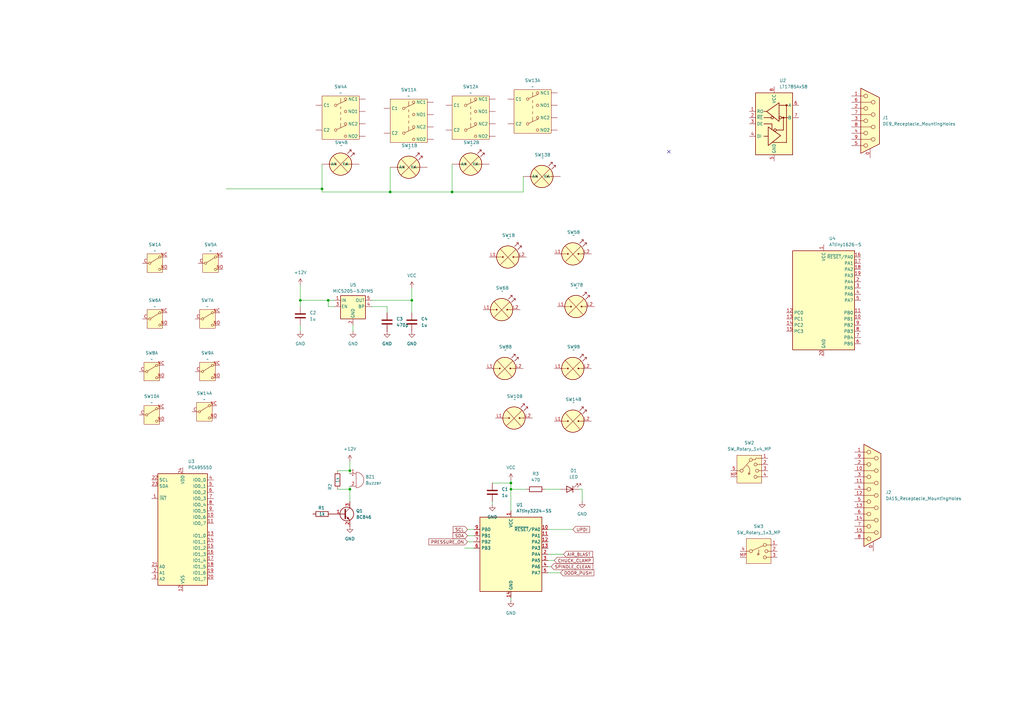
<source format=kicad_sch>
(kicad_sch
	(version 20231120)
	(generator "eeschema")
	(generator_version "8.0")
	(uuid "dce2781f-9bc2-4557-8c69-48d39e2ad8c2")
	(paper "A3")
	(lib_symbols
		(symbol "Connector:DA15_Receptacle_MountingHoles"
			(pin_names
				(offset 1.016) hide)
			(exclude_from_sim no)
			(in_bom yes)
			(on_board yes)
			(property "Reference" "J"
				(at 0 24.13 0)
				(effects
					(font
						(size 1.27 1.27)
					)
				)
			)
			(property "Value" "DA15_Receptacle_MountingHoles"
				(at 0 22.225 0)
				(effects
					(font
						(size 1.27 1.27)
					)
				)
			)
			(property "Footprint" ""
				(at 0 0 0)
				(effects
					(font
						(size 1.27 1.27)
					)
					(hide yes)
				)
			)
			(property "Datasheet" "~"
				(at 0 0 0)
				(effects
					(font
						(size 1.27 1.27)
					)
					(hide yes)
				)
			)
			(property "Description" "15-pin female receptacle socket D-SUB connector (low-density/2 columns), Mounting Hole"
				(at 0 0 0)
				(effects
					(font
						(size 1.27 1.27)
					)
					(hide yes)
				)
			)
			(property "ki_keywords" "female receptacle D-SUB connector"
				(at 0 0 0)
				(effects
					(font
						(size 1.27 1.27)
					)
					(hide yes)
				)
			)
			(property "ki_fp_filters" "DSUB*Female*"
				(at 0 0 0)
				(effects
					(font
						(size 1.27 1.27)
					)
					(hide yes)
				)
			)
			(symbol "DA15_Receptacle_MountingHoles_0_1"
				(circle
					(center -1.778 -17.78)
					(radius 0.762)
					(stroke
						(width 0)
						(type default)
					)
					(fill
						(type none)
					)
				)
				(circle
					(center -1.778 -12.7)
					(radius 0.762)
					(stroke
						(width 0)
						(type default)
					)
					(fill
						(type none)
					)
				)
				(circle
					(center -1.778 -7.62)
					(radius 0.762)
					(stroke
						(width 0)
						(type default)
					)
					(fill
						(type none)
					)
				)
				(circle
					(center -1.778 -2.54)
					(radius 0.762)
					(stroke
						(width 0)
						(type default)
					)
					(fill
						(type none)
					)
				)
				(circle
					(center -1.778 2.54)
					(radius 0.762)
					(stroke
						(width 0)
						(type default)
					)
					(fill
						(type none)
					)
				)
				(circle
					(center -1.778 7.62)
					(radius 0.762)
					(stroke
						(width 0)
						(type default)
					)
					(fill
						(type none)
					)
				)
				(circle
					(center -1.778 12.7)
					(radius 0.762)
					(stroke
						(width 0)
						(type default)
					)
					(fill
						(type none)
					)
				)
				(circle
					(center -1.778 17.78)
					(radius 0.762)
					(stroke
						(width 0)
						(type default)
					)
					(fill
						(type none)
					)
				)
				(polyline
					(pts
						(xy -3.81 -17.78) (xy -2.54 -17.78)
					)
					(stroke
						(width 0)
						(type default)
					)
					(fill
						(type none)
					)
				)
				(polyline
					(pts
						(xy -3.81 -15.24) (xy 0.508 -15.24)
					)
					(stroke
						(width 0)
						(type default)
					)
					(fill
						(type none)
					)
				)
				(polyline
					(pts
						(xy -3.81 -12.7) (xy -2.54 -12.7)
					)
					(stroke
						(width 0)
						(type default)
					)
					(fill
						(type none)
					)
				)
				(polyline
					(pts
						(xy -3.81 -10.16) (xy 0.508 -10.16)
					)
					(stroke
						(width 0)
						(type default)
					)
					(fill
						(type none)
					)
				)
				(polyline
					(pts
						(xy -3.81 -7.62) (xy -2.54 -7.62)
					)
					(stroke
						(width 0)
						(type default)
					)
					(fill
						(type none)
					)
				)
				(polyline
					(pts
						(xy -3.81 -5.08) (xy 0.508 -5.08)
					)
					(stroke
						(width 0)
						(type default)
					)
					(fill
						(type none)
					)
				)
				(polyline
					(pts
						(xy -3.81 -2.54) (xy -2.54 -2.54)
					)
					(stroke
						(width 0)
						(type default)
					)
					(fill
						(type none)
					)
				)
				(polyline
					(pts
						(xy -3.81 0) (xy 0.508 0)
					)
					(stroke
						(width 0)
						(type default)
					)
					(fill
						(type none)
					)
				)
				(polyline
					(pts
						(xy -3.81 2.54) (xy -2.54 2.54)
					)
					(stroke
						(width 0)
						(type default)
					)
					(fill
						(type none)
					)
				)
				(polyline
					(pts
						(xy -3.81 5.08) (xy 0.508 5.08)
					)
					(stroke
						(width 0)
						(type default)
					)
					(fill
						(type none)
					)
				)
				(polyline
					(pts
						(xy -3.81 7.62) (xy -2.54 7.62)
					)
					(stroke
						(width 0)
						(type default)
					)
					(fill
						(type none)
					)
				)
				(polyline
					(pts
						(xy -3.81 10.16) (xy 0.508 10.16)
					)
					(stroke
						(width 0)
						(type default)
					)
					(fill
						(type none)
					)
				)
				(polyline
					(pts
						(xy -3.81 12.7) (xy -2.54 12.7)
					)
					(stroke
						(width 0)
						(type default)
					)
					(fill
						(type none)
					)
				)
				(polyline
					(pts
						(xy -3.81 15.24) (xy 0.508 15.24)
					)
					(stroke
						(width 0)
						(type default)
					)
					(fill
						(type none)
					)
				)
				(polyline
					(pts
						(xy -3.81 17.78) (xy -2.54 17.78)
					)
					(stroke
						(width 0)
						(type default)
					)
					(fill
						(type none)
					)
				)
				(polyline
					(pts
						(xy -3.81 20.955) (xy 3.175 17.145) (xy 3.175 -17.145) (xy -3.81 -20.955) (xy -3.81 20.955)
					)
					(stroke
						(width 0.254)
						(type default)
					)
					(fill
						(type background)
					)
				)
				(circle
					(center 1.27 -15.24)
					(radius 0.762)
					(stroke
						(width 0)
						(type default)
					)
					(fill
						(type none)
					)
				)
				(circle
					(center 1.27 -10.16)
					(radius 0.762)
					(stroke
						(width 0)
						(type default)
					)
					(fill
						(type none)
					)
				)
				(circle
					(center 1.27 -5.08)
					(radius 0.762)
					(stroke
						(width 0)
						(type default)
					)
					(fill
						(type none)
					)
				)
				(circle
					(center 1.27 0)
					(radius 0.762)
					(stroke
						(width 0)
						(type default)
					)
					(fill
						(type none)
					)
				)
				(circle
					(center 1.27 5.08)
					(radius 0.762)
					(stroke
						(width 0)
						(type default)
					)
					(fill
						(type none)
					)
				)
				(circle
					(center 1.27 10.16)
					(radius 0.762)
					(stroke
						(width 0)
						(type default)
					)
					(fill
						(type none)
					)
				)
				(circle
					(center 1.27 15.24)
					(radius 0.762)
					(stroke
						(width 0)
						(type default)
					)
					(fill
						(type none)
					)
				)
			)
			(symbol "DA15_Receptacle_MountingHoles_1_1"
				(pin passive line
					(at 0 -22.86 90)
					(length 3.81)
					(name "PAD"
						(effects
							(font
								(size 1.27 1.27)
							)
						)
					)
					(number "0"
						(effects
							(font
								(size 1.27 1.27)
							)
						)
					)
				)
				(pin passive line
					(at -7.62 17.78 0)
					(length 3.81)
					(name "1"
						(effects
							(font
								(size 1.27 1.27)
							)
						)
					)
					(number "1"
						(effects
							(font
								(size 1.27 1.27)
							)
						)
					)
				)
				(pin passive line
					(at -7.62 10.16 0)
					(length 3.81)
					(name "P10"
						(effects
							(font
								(size 1.27 1.27)
							)
						)
					)
					(number "10"
						(effects
							(font
								(size 1.27 1.27)
							)
						)
					)
				)
				(pin passive line
					(at -7.62 5.08 0)
					(length 3.81)
					(name "P111"
						(effects
							(font
								(size 1.27 1.27)
							)
						)
					)
					(number "11"
						(effects
							(font
								(size 1.27 1.27)
							)
						)
					)
				)
				(pin passive line
					(at -7.62 0 0)
					(length 3.81)
					(name "P12"
						(effects
							(font
								(size 1.27 1.27)
							)
						)
					)
					(number "12"
						(effects
							(font
								(size 1.27 1.27)
							)
						)
					)
				)
				(pin passive line
					(at -7.62 -5.08 0)
					(length 3.81)
					(name "P13"
						(effects
							(font
								(size 1.27 1.27)
							)
						)
					)
					(number "13"
						(effects
							(font
								(size 1.27 1.27)
							)
						)
					)
				)
				(pin passive line
					(at -7.62 -10.16 0)
					(length 3.81)
					(name "P14"
						(effects
							(font
								(size 1.27 1.27)
							)
						)
					)
					(number "14"
						(effects
							(font
								(size 1.27 1.27)
							)
						)
					)
				)
				(pin passive line
					(at -7.62 -15.24 0)
					(length 3.81)
					(name "P15"
						(effects
							(font
								(size 1.27 1.27)
							)
						)
					)
					(number "15"
						(effects
							(font
								(size 1.27 1.27)
							)
						)
					)
				)
				(pin passive line
					(at -7.62 12.7 0)
					(length 3.81)
					(name "2"
						(effects
							(font
								(size 1.27 1.27)
							)
						)
					)
					(number "2"
						(effects
							(font
								(size 1.27 1.27)
							)
						)
					)
				)
				(pin passive line
					(at -7.62 7.62 0)
					(length 3.81)
					(name "3"
						(effects
							(font
								(size 1.27 1.27)
							)
						)
					)
					(number "3"
						(effects
							(font
								(size 1.27 1.27)
							)
						)
					)
				)
				(pin passive line
					(at -7.62 2.54 0)
					(length 3.81)
					(name "4"
						(effects
							(font
								(size 1.27 1.27)
							)
						)
					)
					(number "4"
						(effects
							(font
								(size 1.27 1.27)
							)
						)
					)
				)
				(pin passive line
					(at -7.62 -2.54 0)
					(length 3.81)
					(name "5"
						(effects
							(font
								(size 1.27 1.27)
							)
						)
					)
					(number "5"
						(effects
							(font
								(size 1.27 1.27)
							)
						)
					)
				)
				(pin passive line
					(at -7.62 -7.62 0)
					(length 3.81)
					(name "6"
						(effects
							(font
								(size 1.27 1.27)
							)
						)
					)
					(number "6"
						(effects
							(font
								(size 1.27 1.27)
							)
						)
					)
				)
				(pin passive line
					(at -7.62 -12.7 0)
					(length 3.81)
					(name "7"
						(effects
							(font
								(size 1.27 1.27)
							)
						)
					)
					(number "7"
						(effects
							(font
								(size 1.27 1.27)
							)
						)
					)
				)
				(pin passive line
					(at -7.62 -17.78 0)
					(length 3.81)
					(name "8"
						(effects
							(font
								(size 1.27 1.27)
							)
						)
					)
					(number "8"
						(effects
							(font
								(size 1.27 1.27)
							)
						)
					)
				)
				(pin passive line
					(at -7.62 15.24 0)
					(length 3.81)
					(name "P9"
						(effects
							(font
								(size 1.27 1.27)
							)
						)
					)
					(number "9"
						(effects
							(font
								(size 1.27 1.27)
							)
						)
					)
				)
			)
		)
		(symbol "Connector:DE9_Receptacle_MountingHoles"
			(pin_names
				(offset 1.016) hide)
			(exclude_from_sim no)
			(in_bom yes)
			(on_board yes)
			(property "Reference" "J"
				(at 0 16.51 0)
				(effects
					(font
						(size 1.27 1.27)
					)
				)
			)
			(property "Value" "DE9_Receptacle_MountingHoles"
				(at 0 14.605 0)
				(effects
					(font
						(size 1.27 1.27)
					)
				)
			)
			(property "Footprint" ""
				(at 0 0 0)
				(effects
					(font
						(size 1.27 1.27)
					)
					(hide yes)
				)
			)
			(property "Datasheet" "~"
				(at 0 0 0)
				(effects
					(font
						(size 1.27 1.27)
					)
					(hide yes)
				)
			)
			(property "Description" "9-pin female receptacle socket D-SUB connector, Mounting Hole"
				(at 0 0 0)
				(effects
					(font
						(size 1.27 1.27)
					)
					(hide yes)
				)
			)
			(property "ki_keywords" "connector receptacle female D-SUB DB9"
				(at 0 0 0)
				(effects
					(font
						(size 1.27 1.27)
					)
					(hide yes)
				)
			)
			(property "ki_fp_filters" "DSUB*Female*"
				(at 0 0 0)
				(effects
					(font
						(size 1.27 1.27)
					)
					(hide yes)
				)
			)
			(symbol "DE9_Receptacle_MountingHoles_0_1"
				(circle
					(center -1.778 -10.16)
					(radius 0.762)
					(stroke
						(width 0)
						(type default)
					)
					(fill
						(type none)
					)
				)
				(circle
					(center -1.778 -5.08)
					(radius 0.762)
					(stroke
						(width 0)
						(type default)
					)
					(fill
						(type none)
					)
				)
				(circle
					(center -1.778 0)
					(radius 0.762)
					(stroke
						(width 0)
						(type default)
					)
					(fill
						(type none)
					)
				)
				(circle
					(center -1.778 5.08)
					(radius 0.762)
					(stroke
						(width 0)
						(type default)
					)
					(fill
						(type none)
					)
				)
				(circle
					(center -1.778 10.16)
					(radius 0.762)
					(stroke
						(width 0)
						(type default)
					)
					(fill
						(type none)
					)
				)
				(polyline
					(pts
						(xy -3.81 -10.16) (xy -2.54 -10.16)
					)
					(stroke
						(width 0)
						(type default)
					)
					(fill
						(type none)
					)
				)
				(polyline
					(pts
						(xy -3.81 -7.62) (xy 0.508 -7.62)
					)
					(stroke
						(width 0)
						(type default)
					)
					(fill
						(type none)
					)
				)
				(polyline
					(pts
						(xy -3.81 -5.08) (xy -2.54 -5.08)
					)
					(stroke
						(width 0)
						(type default)
					)
					(fill
						(type none)
					)
				)
				(polyline
					(pts
						(xy -3.81 -2.54) (xy 0.508 -2.54)
					)
					(stroke
						(width 0)
						(type default)
					)
					(fill
						(type none)
					)
				)
				(polyline
					(pts
						(xy -3.81 0) (xy -2.54 0)
					)
					(stroke
						(width 0)
						(type default)
					)
					(fill
						(type none)
					)
				)
				(polyline
					(pts
						(xy -3.81 2.54) (xy 0.508 2.54)
					)
					(stroke
						(width 0)
						(type default)
					)
					(fill
						(type none)
					)
				)
				(polyline
					(pts
						(xy -3.81 5.08) (xy -2.54 5.08)
					)
					(stroke
						(width 0)
						(type default)
					)
					(fill
						(type none)
					)
				)
				(polyline
					(pts
						(xy -3.81 7.62) (xy 0.508 7.62)
					)
					(stroke
						(width 0)
						(type default)
					)
					(fill
						(type none)
					)
				)
				(polyline
					(pts
						(xy -3.81 10.16) (xy -2.54 10.16)
					)
					(stroke
						(width 0)
						(type default)
					)
					(fill
						(type none)
					)
				)
				(polyline
					(pts
						(xy -3.81 13.335) (xy -3.81 -13.335) (xy 3.81 -9.525) (xy 3.81 9.525) (xy -3.81 13.335)
					)
					(stroke
						(width 0.254)
						(type default)
					)
					(fill
						(type background)
					)
				)
				(circle
					(center 1.27 -7.62)
					(radius 0.762)
					(stroke
						(width 0)
						(type default)
					)
					(fill
						(type none)
					)
				)
				(circle
					(center 1.27 -2.54)
					(radius 0.762)
					(stroke
						(width 0)
						(type default)
					)
					(fill
						(type none)
					)
				)
				(circle
					(center 1.27 2.54)
					(radius 0.762)
					(stroke
						(width 0)
						(type default)
					)
					(fill
						(type none)
					)
				)
				(circle
					(center 1.27 7.62)
					(radius 0.762)
					(stroke
						(width 0)
						(type default)
					)
					(fill
						(type none)
					)
				)
			)
			(symbol "DE9_Receptacle_MountingHoles_1_1"
				(pin passive line
					(at 0 -15.24 90)
					(length 3.81)
					(name "PAD"
						(effects
							(font
								(size 1.27 1.27)
							)
						)
					)
					(number "0"
						(effects
							(font
								(size 1.27 1.27)
							)
						)
					)
				)
				(pin passive line
					(at -7.62 10.16 0)
					(length 3.81)
					(name "1"
						(effects
							(font
								(size 1.27 1.27)
							)
						)
					)
					(number "1"
						(effects
							(font
								(size 1.27 1.27)
							)
						)
					)
				)
				(pin passive line
					(at -7.62 5.08 0)
					(length 3.81)
					(name "2"
						(effects
							(font
								(size 1.27 1.27)
							)
						)
					)
					(number "2"
						(effects
							(font
								(size 1.27 1.27)
							)
						)
					)
				)
				(pin passive line
					(at -7.62 0 0)
					(length 3.81)
					(name "3"
						(effects
							(font
								(size 1.27 1.27)
							)
						)
					)
					(number "3"
						(effects
							(font
								(size 1.27 1.27)
							)
						)
					)
				)
				(pin passive line
					(at -7.62 -5.08 0)
					(length 3.81)
					(name "4"
						(effects
							(font
								(size 1.27 1.27)
							)
						)
					)
					(number "4"
						(effects
							(font
								(size 1.27 1.27)
							)
						)
					)
				)
				(pin passive line
					(at -7.62 -10.16 0)
					(length 3.81)
					(name "5"
						(effects
							(font
								(size 1.27 1.27)
							)
						)
					)
					(number "5"
						(effects
							(font
								(size 1.27 1.27)
							)
						)
					)
				)
				(pin passive line
					(at -7.62 7.62 0)
					(length 3.81)
					(name "6"
						(effects
							(font
								(size 1.27 1.27)
							)
						)
					)
					(number "6"
						(effects
							(font
								(size 1.27 1.27)
							)
						)
					)
				)
				(pin passive line
					(at -7.62 2.54 0)
					(length 3.81)
					(name "7"
						(effects
							(font
								(size 1.27 1.27)
							)
						)
					)
					(number "7"
						(effects
							(font
								(size 1.27 1.27)
							)
						)
					)
				)
				(pin passive line
					(at -7.62 -2.54 0)
					(length 3.81)
					(name "8"
						(effects
							(font
								(size 1.27 1.27)
							)
						)
					)
					(number "8"
						(effects
							(font
								(size 1.27 1.27)
							)
						)
					)
				)
				(pin passive line
					(at -7.62 -7.62 0)
					(length 3.81)
					(name "9"
						(effects
							(font
								(size 1.27 1.27)
							)
						)
					)
					(number "9"
						(effects
							(font
								(size 1.27 1.27)
							)
						)
					)
				)
			)
		)
		(symbol "Device:Buzzer"
			(pin_names
				(offset 0.0254) hide)
			(exclude_from_sim no)
			(in_bom yes)
			(on_board yes)
			(property "Reference" "BZ"
				(at 3.81 1.27 0)
				(effects
					(font
						(size 1.27 1.27)
					)
					(justify left)
				)
			)
			(property "Value" "Buzzer"
				(at 3.81 -1.27 0)
				(effects
					(font
						(size 1.27 1.27)
					)
					(justify left)
				)
			)
			(property "Footprint" ""
				(at -0.635 2.54 90)
				(effects
					(font
						(size 1.27 1.27)
					)
					(hide yes)
				)
			)
			(property "Datasheet" "~"
				(at -0.635 2.54 90)
				(effects
					(font
						(size 1.27 1.27)
					)
					(hide yes)
				)
			)
			(property "Description" "Buzzer, polarized"
				(at 0 0 0)
				(effects
					(font
						(size 1.27 1.27)
					)
					(hide yes)
				)
			)
			(property "ki_keywords" "quartz resonator ceramic"
				(at 0 0 0)
				(effects
					(font
						(size 1.27 1.27)
					)
					(hide yes)
				)
			)
			(property "ki_fp_filters" "*Buzzer*"
				(at 0 0 0)
				(effects
					(font
						(size 1.27 1.27)
					)
					(hide yes)
				)
			)
			(symbol "Buzzer_0_1"
				(arc
					(start 0 -3.175)
					(mid 3.1612 0)
					(end 0 3.175)
					(stroke
						(width 0)
						(type default)
					)
					(fill
						(type none)
					)
				)
				(polyline
					(pts
						(xy -1.651 1.905) (xy -1.143 1.905)
					)
					(stroke
						(width 0)
						(type default)
					)
					(fill
						(type none)
					)
				)
				(polyline
					(pts
						(xy -1.397 2.159) (xy -1.397 1.651)
					)
					(stroke
						(width 0)
						(type default)
					)
					(fill
						(type none)
					)
				)
				(polyline
					(pts
						(xy 0 3.175) (xy 0 -3.175)
					)
					(stroke
						(width 0)
						(type default)
					)
					(fill
						(type none)
					)
				)
			)
			(symbol "Buzzer_1_1"
				(pin passive line
					(at -2.54 2.54 0)
					(length 2.54)
					(name "+"
						(effects
							(font
								(size 1.27 1.27)
							)
						)
					)
					(number "1"
						(effects
							(font
								(size 1.27 1.27)
							)
						)
					)
				)
				(pin passive line
					(at -2.54 -2.54 0)
					(length 2.54)
					(name "-"
						(effects
							(font
								(size 1.27 1.27)
							)
						)
					)
					(number "2"
						(effects
							(font
								(size 1.27 1.27)
							)
						)
					)
				)
			)
		)
		(symbol "Device:C"
			(pin_numbers hide)
			(pin_names
				(offset 0.254)
			)
			(exclude_from_sim no)
			(in_bom yes)
			(on_board yes)
			(property "Reference" "C"
				(at 0.635 2.54 0)
				(effects
					(font
						(size 1.27 1.27)
					)
					(justify left)
				)
			)
			(property "Value" "C"
				(at 0.635 -2.54 0)
				(effects
					(font
						(size 1.27 1.27)
					)
					(justify left)
				)
			)
			(property "Footprint" ""
				(at 0.9652 -3.81 0)
				(effects
					(font
						(size 1.27 1.27)
					)
					(hide yes)
				)
			)
			(property "Datasheet" "~"
				(at 0 0 0)
				(effects
					(font
						(size 1.27 1.27)
					)
					(hide yes)
				)
			)
			(property "Description" "Unpolarized capacitor"
				(at 0 0 0)
				(effects
					(font
						(size 1.27 1.27)
					)
					(hide yes)
				)
			)
			(property "ki_keywords" "cap capacitor"
				(at 0 0 0)
				(effects
					(font
						(size 1.27 1.27)
					)
					(hide yes)
				)
			)
			(property "ki_fp_filters" "C_*"
				(at 0 0 0)
				(effects
					(font
						(size 1.27 1.27)
					)
					(hide yes)
				)
			)
			(symbol "C_0_1"
				(polyline
					(pts
						(xy -2.032 -0.762) (xy 2.032 -0.762)
					)
					(stroke
						(width 0.508)
						(type default)
					)
					(fill
						(type none)
					)
				)
				(polyline
					(pts
						(xy -2.032 0.762) (xy 2.032 0.762)
					)
					(stroke
						(width 0.508)
						(type default)
					)
					(fill
						(type none)
					)
				)
			)
			(symbol "C_1_1"
				(pin passive line
					(at 0 3.81 270)
					(length 2.794)
					(name "~"
						(effects
							(font
								(size 1.27 1.27)
							)
						)
					)
					(number "1"
						(effects
							(font
								(size 1.27 1.27)
							)
						)
					)
				)
				(pin passive line
					(at 0 -3.81 90)
					(length 2.794)
					(name "~"
						(effects
							(font
								(size 1.27 1.27)
							)
						)
					)
					(number "2"
						(effects
							(font
								(size 1.27 1.27)
							)
						)
					)
				)
			)
		)
		(symbol "Device:LED"
			(pin_numbers hide)
			(pin_names
				(offset 1.016) hide)
			(exclude_from_sim no)
			(in_bom yes)
			(on_board yes)
			(property "Reference" "D"
				(at 0 2.54 0)
				(effects
					(font
						(size 1.27 1.27)
					)
				)
			)
			(property "Value" "LED"
				(at 0 -2.54 0)
				(effects
					(font
						(size 1.27 1.27)
					)
				)
			)
			(property "Footprint" ""
				(at 0 0 0)
				(effects
					(font
						(size 1.27 1.27)
					)
					(hide yes)
				)
			)
			(property "Datasheet" "~"
				(at 0 0 0)
				(effects
					(font
						(size 1.27 1.27)
					)
					(hide yes)
				)
			)
			(property "Description" "Light emitting diode"
				(at 0 0 0)
				(effects
					(font
						(size 1.27 1.27)
					)
					(hide yes)
				)
			)
			(property "ki_keywords" "LED diode"
				(at 0 0 0)
				(effects
					(font
						(size 1.27 1.27)
					)
					(hide yes)
				)
			)
			(property "ki_fp_filters" "LED* LED_SMD:* LED_THT:*"
				(at 0 0 0)
				(effects
					(font
						(size 1.27 1.27)
					)
					(hide yes)
				)
			)
			(symbol "LED_0_1"
				(polyline
					(pts
						(xy -1.27 -1.27) (xy -1.27 1.27)
					)
					(stroke
						(width 0.254)
						(type default)
					)
					(fill
						(type none)
					)
				)
				(polyline
					(pts
						(xy -1.27 0) (xy 1.27 0)
					)
					(stroke
						(width 0)
						(type default)
					)
					(fill
						(type none)
					)
				)
				(polyline
					(pts
						(xy 1.27 -1.27) (xy 1.27 1.27) (xy -1.27 0) (xy 1.27 -1.27)
					)
					(stroke
						(width 0.254)
						(type default)
					)
					(fill
						(type none)
					)
				)
				(polyline
					(pts
						(xy -3.048 -0.762) (xy -4.572 -2.286) (xy -3.81 -2.286) (xy -4.572 -2.286) (xy -4.572 -1.524)
					)
					(stroke
						(width 0)
						(type default)
					)
					(fill
						(type none)
					)
				)
				(polyline
					(pts
						(xy -1.778 -0.762) (xy -3.302 -2.286) (xy -2.54 -2.286) (xy -3.302 -2.286) (xy -3.302 -1.524)
					)
					(stroke
						(width 0)
						(type default)
					)
					(fill
						(type none)
					)
				)
			)
			(symbol "LED_1_1"
				(pin passive line
					(at -3.81 0 0)
					(length 2.54)
					(name "K"
						(effects
							(font
								(size 1.27 1.27)
							)
						)
					)
					(number "1"
						(effects
							(font
								(size 1.27 1.27)
							)
						)
					)
				)
				(pin passive line
					(at 3.81 0 180)
					(length 2.54)
					(name "A"
						(effects
							(font
								(size 1.27 1.27)
							)
						)
					)
					(number "2"
						(effects
							(font
								(size 1.27 1.27)
							)
						)
					)
				)
			)
		)
		(symbol "Device:R"
			(pin_numbers hide)
			(pin_names
				(offset 0)
			)
			(exclude_from_sim no)
			(in_bom yes)
			(on_board yes)
			(property "Reference" "R"
				(at 2.032 0 90)
				(effects
					(font
						(size 1.27 1.27)
					)
				)
			)
			(property "Value" "R"
				(at 0 0 90)
				(effects
					(font
						(size 1.27 1.27)
					)
				)
			)
			(property "Footprint" ""
				(at -1.778 0 90)
				(effects
					(font
						(size 1.27 1.27)
					)
					(hide yes)
				)
			)
			(property "Datasheet" "~"
				(at 0 0 0)
				(effects
					(font
						(size 1.27 1.27)
					)
					(hide yes)
				)
			)
			(property "Description" "Resistor"
				(at 0 0 0)
				(effects
					(font
						(size 1.27 1.27)
					)
					(hide yes)
				)
			)
			(property "ki_keywords" "R res resistor"
				(at 0 0 0)
				(effects
					(font
						(size 1.27 1.27)
					)
					(hide yes)
				)
			)
			(property "ki_fp_filters" "R_*"
				(at 0 0 0)
				(effects
					(font
						(size 1.27 1.27)
					)
					(hide yes)
				)
			)
			(symbol "R_0_1"
				(rectangle
					(start -1.016 -2.54)
					(end 1.016 2.54)
					(stroke
						(width 0.254)
						(type default)
					)
					(fill
						(type none)
					)
				)
			)
			(symbol "R_1_1"
				(pin passive line
					(at 0 3.81 270)
					(length 1.27)
					(name "~"
						(effects
							(font
								(size 1.27 1.27)
							)
						)
					)
					(number "1"
						(effects
							(font
								(size 1.27 1.27)
							)
						)
					)
				)
				(pin passive line
					(at 0 -3.81 90)
					(length 1.27)
					(name "~"
						(effects
							(font
								(size 1.27 1.27)
							)
						)
					)
					(number "2"
						(effects
							(font
								(size 1.27 1.27)
							)
						)
					)
				)
			)
		)
		(symbol "Interface_Expansion:PCA9555D"
			(exclude_from_sim no)
			(in_bom yes)
			(on_board yes)
			(property "Reference" "U"
				(at -8.89 24.13 0)
				(effects
					(font
						(size 1.27 1.27)
					)
				)
			)
			(property "Value" "PCA9555D"
				(at 6.35 24.13 0)
				(effects
					(font
						(size 1.27 1.27)
					)
				)
			)
			(property "Footprint" "Package_SO:SOIC-24W_7.5x15.4mm_P1.27mm"
				(at 24.13 -25.4 0)
				(effects
					(font
						(size 1.27 1.27)
					)
					(hide yes)
				)
			)
			(property "Datasheet" "https://www.nxp.com/docs/en/data-sheet/PCA9555.pdf"
				(at 0 0 0)
				(effects
					(font
						(size 1.27 1.27)
					)
					(hide yes)
				)
			)
			(property "Description" "IO expander 16 GPIO, I2C 400kHz, Interrupt, 2.3 - 5.5V, SOIC-24"
				(at 0 0 0)
				(effects
					(font
						(size 1.27 1.27)
					)
					(hide yes)
				)
			)
			(property "ki_keywords" "I2C TWI IO expander"
				(at 0 0 0)
				(effects
					(font
						(size 1.27 1.27)
					)
					(hide yes)
				)
			)
			(property "ki_fp_filters" "SOIC*7.5x15.4mm*P1.27mm*"
				(at 0 0 0)
				(effects
					(font
						(size 1.27 1.27)
					)
					(hide yes)
				)
			)
			(symbol "PCA9555D_0_1"
				(rectangle
					(start -10.16 22.86)
					(end 10.16 -22.86)
					(stroke
						(width 0.254)
						(type default)
					)
					(fill
						(type background)
					)
				)
			)
			(symbol "PCA9555D_1_1"
				(pin open_collector line
					(at -12.7 12.7 0)
					(length 2.54)
					(name "~{INT}"
						(effects
							(font
								(size 1.27 1.27)
							)
						)
					)
					(number "1"
						(effects
							(font
								(size 1.27 1.27)
							)
						)
					)
				)
				(pin bidirectional line
					(at 12.7 5.08 180)
					(length 2.54)
					(name "IO0_6"
						(effects
							(font
								(size 1.27 1.27)
							)
						)
					)
					(number "10"
						(effects
							(font
								(size 1.27 1.27)
							)
						)
					)
				)
				(pin bidirectional line
					(at 12.7 2.54 180)
					(length 2.54)
					(name "IO0_7"
						(effects
							(font
								(size 1.27 1.27)
							)
						)
					)
					(number "11"
						(effects
							(font
								(size 1.27 1.27)
							)
						)
					)
				)
				(pin power_in line
					(at 0 -25.4 90)
					(length 2.54)
					(name "VSS"
						(effects
							(font
								(size 1.27 1.27)
							)
						)
					)
					(number "12"
						(effects
							(font
								(size 1.27 1.27)
							)
						)
					)
				)
				(pin bidirectional line
					(at 12.7 -2.54 180)
					(length 2.54)
					(name "IO1_0"
						(effects
							(font
								(size 1.27 1.27)
							)
						)
					)
					(number "13"
						(effects
							(font
								(size 1.27 1.27)
							)
						)
					)
				)
				(pin bidirectional line
					(at 12.7 -5.08 180)
					(length 2.54)
					(name "IO1_1"
						(effects
							(font
								(size 1.27 1.27)
							)
						)
					)
					(number "14"
						(effects
							(font
								(size 1.27 1.27)
							)
						)
					)
				)
				(pin bidirectional line
					(at 12.7 -7.62 180)
					(length 2.54)
					(name "IO1_2"
						(effects
							(font
								(size 1.27 1.27)
							)
						)
					)
					(number "15"
						(effects
							(font
								(size 1.27 1.27)
							)
						)
					)
				)
				(pin bidirectional line
					(at 12.7 -10.16 180)
					(length 2.54)
					(name "IO1_3"
						(effects
							(font
								(size 1.27 1.27)
							)
						)
					)
					(number "16"
						(effects
							(font
								(size 1.27 1.27)
							)
						)
					)
				)
				(pin bidirectional line
					(at 12.7 -12.7 180)
					(length 2.54)
					(name "IO1_4"
						(effects
							(font
								(size 1.27 1.27)
							)
						)
					)
					(number "17"
						(effects
							(font
								(size 1.27 1.27)
							)
						)
					)
				)
				(pin bidirectional line
					(at 12.7 -15.24 180)
					(length 2.54)
					(name "IO1_5"
						(effects
							(font
								(size 1.27 1.27)
							)
						)
					)
					(number "18"
						(effects
							(font
								(size 1.27 1.27)
							)
						)
					)
				)
				(pin bidirectional line
					(at 12.7 -17.78 180)
					(length 2.54)
					(name "IO1_6"
						(effects
							(font
								(size 1.27 1.27)
							)
						)
					)
					(number "19"
						(effects
							(font
								(size 1.27 1.27)
							)
						)
					)
				)
				(pin input line
					(at -12.7 -17.78 0)
					(length 2.54)
					(name "A1"
						(effects
							(font
								(size 1.27 1.27)
							)
						)
					)
					(number "2"
						(effects
							(font
								(size 1.27 1.27)
							)
						)
					)
				)
				(pin bidirectional line
					(at 12.7 -20.32 180)
					(length 2.54)
					(name "IO1_7"
						(effects
							(font
								(size 1.27 1.27)
							)
						)
					)
					(number "20"
						(effects
							(font
								(size 1.27 1.27)
							)
						)
					)
				)
				(pin input line
					(at -12.7 -15.24 0)
					(length 2.54)
					(name "A0"
						(effects
							(font
								(size 1.27 1.27)
							)
						)
					)
					(number "21"
						(effects
							(font
								(size 1.27 1.27)
							)
						)
					)
				)
				(pin input line
					(at -12.7 20.32 0)
					(length 2.54)
					(name "SCL"
						(effects
							(font
								(size 1.27 1.27)
							)
						)
					)
					(number "22"
						(effects
							(font
								(size 1.27 1.27)
							)
						)
					)
				)
				(pin bidirectional line
					(at -12.7 17.78 0)
					(length 2.54)
					(name "SDA"
						(effects
							(font
								(size 1.27 1.27)
							)
						)
					)
					(number "23"
						(effects
							(font
								(size 1.27 1.27)
							)
						)
					)
				)
				(pin power_in line
					(at 0 25.4 270)
					(length 2.54)
					(name "VDD"
						(effects
							(font
								(size 1.27 1.27)
							)
						)
					)
					(number "24"
						(effects
							(font
								(size 1.27 1.27)
							)
						)
					)
				)
				(pin input line
					(at -12.7 -20.32 0)
					(length 2.54)
					(name "A2"
						(effects
							(font
								(size 1.27 1.27)
							)
						)
					)
					(number "3"
						(effects
							(font
								(size 1.27 1.27)
							)
						)
					)
				)
				(pin bidirectional line
					(at 12.7 20.32 180)
					(length 2.54)
					(name "IO0_0"
						(effects
							(font
								(size 1.27 1.27)
							)
						)
					)
					(number "4"
						(effects
							(font
								(size 1.27 1.27)
							)
						)
					)
				)
				(pin bidirectional line
					(at 12.7 17.78 180)
					(length 2.54)
					(name "IO0_1"
						(effects
							(font
								(size 1.27 1.27)
							)
						)
					)
					(number "5"
						(effects
							(font
								(size 1.27 1.27)
							)
						)
					)
				)
				(pin bidirectional line
					(at 12.7 15.24 180)
					(length 2.54)
					(name "IO0_2"
						(effects
							(font
								(size 1.27 1.27)
							)
						)
					)
					(number "6"
						(effects
							(font
								(size 1.27 1.27)
							)
						)
					)
				)
				(pin bidirectional line
					(at 12.7 12.7 180)
					(length 2.54)
					(name "IO0_3"
						(effects
							(font
								(size 1.27 1.27)
							)
						)
					)
					(number "7"
						(effects
							(font
								(size 1.27 1.27)
							)
						)
					)
				)
				(pin bidirectional line
					(at 12.7 10.16 180)
					(length 2.54)
					(name "IO0_4"
						(effects
							(font
								(size 1.27 1.27)
							)
						)
					)
					(number "8"
						(effects
							(font
								(size 1.27 1.27)
							)
						)
					)
				)
				(pin bidirectional line
					(at 12.7 7.62 180)
					(length 2.54)
					(name "IO0_5"
						(effects
							(font
								(size 1.27 1.27)
							)
						)
					)
					(number "9"
						(effects
							(font
								(size 1.27 1.27)
							)
						)
					)
				)
			)
		)
		(symbol "Interface_UART:LT1785AxS8"
			(exclude_from_sim no)
			(in_bom yes)
			(on_board yes)
			(property "Reference" "U"
				(at -6.985 13.97 0)
				(effects
					(font
						(size 1.27 1.27)
					)
				)
			)
			(property "Value" "LT1785AxS8"
				(at 7.62 13.97 0)
				(effects
					(font
						(size 1.27 1.27)
					)
				)
			)
			(property "Footprint" "Package_SO:SOIC-8_3.9x4.9mm_P1.27mm"
				(at 0 -22.86 0)
				(effects
					(font
						(size 1.27 1.27)
					)
					(hide yes)
				)
			)
			(property "Datasheet" "https://www.analog.com/media/en/technical-documentation/data-sheets/LT1785-1785A-1791-1791A.pdf"
				(at -12.7 2.54 0)
				(effects
					(font
						(size 1.27 1.27)
					)
					(hide yes)
				)
			)
			(property "Description" "RS-485, RS-422 Half duplex 250kbps transceiver, fail-safe receiver, SOIC-8"
				(at 0 0 0)
				(effects
					(font
						(size 1.27 1.27)
					)
					(hide yes)
				)
			)
			(property "ki_keywords" "RS485 RS422 transceiver half duplex"
				(at 0 0 0)
				(effects
					(font
						(size 1.27 1.27)
					)
					(hide yes)
				)
			)
			(property "ki_fp_filters" "SOIC*3.9x4.9mm*P1.27mm*"
				(at 0 0 0)
				(effects
					(font
						(size 1.27 1.27)
					)
					(hide yes)
				)
			)
			(symbol "LT1785AxS8_0_1"
				(rectangle
					(start -7.62 12.7)
					(end 7.62 -12.7)
					(stroke
						(width 0.254)
						(type default)
					)
					(fill
						(type background)
					)
				)
				(polyline
					(pts
						(xy -4.191 2.54) (xy -1.27 2.54)
					)
					(stroke
						(width 0.254)
						(type default)
					)
					(fill
						(type none)
					)
				)
				(polyline
					(pts
						(xy -2.54 -5.08) (xy -4.191 -5.08)
					)
					(stroke
						(width 0.254)
						(type default)
					)
					(fill
						(type none)
					)
				)
				(polyline
					(pts
						(xy -0.635 -7.62) (xy 5.08 -7.62)
					)
					(stroke
						(width 0.254)
						(type default)
					)
					(fill
						(type none)
					)
				)
				(polyline
					(pts
						(xy 0.889 -2.54) (xy 3.81 -2.54)
					)
					(stroke
						(width 0.254)
						(type default)
					)
					(fill
						(type none)
					)
				)
				(polyline
					(pts
						(xy 2.032 7.62) (xy 5.715 7.62)
					)
					(stroke
						(width 0.254)
						(type default)
					)
					(fill
						(type none)
					)
				)
				(polyline
					(pts
						(xy 3.048 2.54) (xy 5.715 2.54)
					)
					(stroke
						(width 0.254)
						(type default)
					)
					(fill
						(type none)
					)
				)
				(polyline
					(pts
						(xy 3.81 -2.54) (xy 3.81 2.54)
					)
					(stroke
						(width 0.254)
						(type default)
					)
					(fill
						(type none)
					)
				)
				(polyline
					(pts
						(xy 5.08 -7.62) (xy 5.08 7.62)
					)
					(stroke
						(width 0.254)
						(type default)
					)
					(fill
						(type none)
					)
				)
				(polyline
					(pts
						(xy -4.191 0) (xy -0.889 0) (xy -0.889 -2.286)
					)
					(stroke
						(width 0.254)
						(type default)
					)
					(fill
						(type none)
					)
				)
				(polyline
					(pts
						(xy -3.175 5.08) (xy -4.191 5.08) (xy -4.064 5.08)
					)
					(stroke
						(width 0.254)
						(type default)
					)
					(fill
						(type none)
					)
				)
				(polyline
					(pts
						(xy -2.413 -5.08) (xy -2.413 -1.27) (xy 2.667 -4.826) (xy -2.413 -8.89) (xy -2.413 -5.08)
					)
					(stroke
						(width 0.254)
						(type default)
					)
					(fill
						(type none)
					)
				)
				(circle
					(center 0.381 -2.54)
					(radius 0.508)
					(stroke
						(width 0.254)
						(type default)
					)
					(fill
						(type none)
					)
				)
				(circle
					(center 3.81 2.54)
					(radius 0.2794)
					(stroke
						(width 0.254)
						(type default)
					)
					(fill
						(type outline)
					)
				)
			)
			(symbol "LT1785AxS8_1_1"
				(circle
					(center -0.762 2.54)
					(radius 0.508)
					(stroke
						(width 0.254)
						(type default)
					)
					(fill
						(type none)
					)
				)
				(polyline
					(pts
						(xy 2.032 4.826) (xy 2.032 8.636) (xy -3.048 5.08) (xy 2.032 1.016) (xy 2.032 4.826)
					)
					(stroke
						(width 0.254)
						(type default)
					)
					(fill
						(type none)
					)
				)
				(circle
					(center 2.54 2.54)
					(radius 0.508)
					(stroke
						(width 0.254)
						(type default)
					)
					(fill
						(type none)
					)
				)
				(circle
					(center 5.08 7.62)
					(radius 0.2794)
					(stroke
						(width 0.254)
						(type default)
					)
					(fill
						(type outline)
					)
				)
				(pin output line
					(at -10.16 5.08 0)
					(length 2.54)
					(name "RO"
						(effects
							(font
								(size 1.27 1.27)
							)
						)
					)
					(number "1"
						(effects
							(font
								(size 1.27 1.27)
							)
						)
					)
				)
				(pin input line
					(at -10.16 2.54 0)
					(length 2.54)
					(name "~{RE}"
						(effects
							(font
								(size 1.27 1.27)
							)
						)
					)
					(number "2"
						(effects
							(font
								(size 1.27 1.27)
							)
						)
					)
				)
				(pin input line
					(at -10.16 0 0)
					(length 2.54)
					(name "DE"
						(effects
							(font
								(size 1.27 1.27)
							)
						)
					)
					(number "3"
						(effects
							(font
								(size 1.27 1.27)
							)
						)
					)
				)
				(pin input line
					(at -10.16 -5.08 0)
					(length 2.54)
					(name "DI"
						(effects
							(font
								(size 1.27 1.27)
							)
						)
					)
					(number "4"
						(effects
							(font
								(size 1.27 1.27)
							)
						)
					)
				)
				(pin power_in line
					(at 0 -15.24 90)
					(length 2.54)
					(name "GND"
						(effects
							(font
								(size 1.27 1.27)
							)
						)
					)
					(number "5"
						(effects
							(font
								(size 1.27 1.27)
							)
						)
					)
				)
				(pin bidirectional line
					(at 10.16 7.62 180)
					(length 2.54)
					(name "A"
						(effects
							(font
								(size 1.27 1.27)
							)
						)
					)
					(number "6"
						(effects
							(font
								(size 1.27 1.27)
							)
						)
					)
				)
				(pin bidirectional line
					(at 10.16 2.54 180)
					(length 2.54)
					(name "B"
						(effects
							(font
								(size 1.27 1.27)
							)
						)
					)
					(number "7"
						(effects
							(font
								(size 1.27 1.27)
							)
						)
					)
				)
				(pin power_in line
					(at 0 15.24 270)
					(length 2.54)
					(name "VCC"
						(effects
							(font
								(size 1.27 1.27)
							)
						)
					)
					(number "8"
						(effects
							(font
								(size 1.27 1.27)
							)
						)
					)
				)
			)
		)
		(symbol "MCU_Microchip_ATtiny:ATtiny3224-SS"
			(exclude_from_sim no)
			(in_bom yes)
			(on_board yes)
			(property "Reference" "U"
				(at -12.7 16.51 0)
				(effects
					(font
						(size 1.27 1.27)
					)
					(justify left bottom)
				)
			)
			(property "Value" "ATtiny3224-SS"
				(at 2.54 -16.51 0)
				(effects
					(font
						(size 1.27 1.27)
					)
					(justify left top)
				)
			)
			(property "Footprint" "Package_SO:SOIC-14_3.9x8.7mm_P1.27mm"
				(at 0 0 0)
				(effects
					(font
						(size 1.27 1.27)
						(italic yes)
					)
					(hide yes)
				)
			)
			(property "Datasheet" "https://ww1.microchip.com/downloads/en/DeviceDoc/ATtiny3224-3226-3227-Data-Sheet-DS40002345A.pdf"
				(at 0 0 0)
				(effects
					(font
						(size 1.27 1.27)
					)
					(hide yes)
				)
			)
			(property "Description" "20MHz, 32kB Flash, 3kB SRAM, 256B EEPROM, SOIC-14"
				(at 0 0 0)
				(effects
					(font
						(size 1.27 1.27)
					)
					(hide yes)
				)
			)
			(property "ki_keywords" "AVR 8bit Microcontroller tinyAVR"
				(at 0 0 0)
				(effects
					(font
						(size 1.27 1.27)
					)
					(hide yes)
				)
			)
			(property "ki_fp_filters" "SOIC*3.9x8.7mm*P1.27mm*"
				(at 0 0 0)
				(effects
					(font
						(size 1.27 1.27)
					)
					(hide yes)
				)
			)
			(symbol "ATtiny3224-SS_0_1"
				(rectangle
					(start -12.7 -15.24)
					(end 12.7 15.24)
					(stroke
						(width 0.254)
						(type default)
					)
					(fill
						(type background)
					)
				)
			)
			(symbol "ATtiny3224-SS_1_1"
				(pin power_in line
					(at 0 17.78 270)
					(length 2.54)
					(name "VCC"
						(effects
							(font
								(size 1.27 1.27)
							)
						)
					)
					(number "1"
						(effects
							(font
								(size 1.27 1.27)
							)
						)
					)
				)
				(pin bidirectional line
					(at 15.24 10.16 180)
					(length 2.54)
					(name "~{RESET}/PA0"
						(effects
							(font
								(size 1.27 1.27)
							)
						)
					)
					(number "10"
						(effects
							(font
								(size 1.27 1.27)
							)
						)
					)
				)
				(pin bidirectional line
					(at 15.24 7.62 180)
					(length 2.54)
					(name "PA1"
						(effects
							(font
								(size 1.27 1.27)
							)
						)
					)
					(number "11"
						(effects
							(font
								(size 1.27 1.27)
							)
						)
					)
				)
				(pin bidirectional line
					(at 15.24 5.08 180)
					(length 2.54)
					(name "PA2"
						(effects
							(font
								(size 1.27 1.27)
							)
						)
					)
					(number "12"
						(effects
							(font
								(size 1.27 1.27)
							)
						)
					)
				)
				(pin bidirectional line
					(at 15.24 2.54 180)
					(length 2.54)
					(name "PA3"
						(effects
							(font
								(size 1.27 1.27)
							)
						)
					)
					(number "13"
						(effects
							(font
								(size 1.27 1.27)
							)
						)
					)
				)
				(pin power_in line
					(at 0 -17.78 90)
					(length 2.54)
					(name "GND"
						(effects
							(font
								(size 1.27 1.27)
							)
						)
					)
					(number "14"
						(effects
							(font
								(size 1.27 1.27)
							)
						)
					)
				)
				(pin bidirectional line
					(at 15.24 0 180)
					(length 2.54)
					(name "PA4"
						(effects
							(font
								(size 1.27 1.27)
							)
						)
					)
					(number "2"
						(effects
							(font
								(size 1.27 1.27)
							)
						)
					)
				)
				(pin bidirectional line
					(at 15.24 -2.54 180)
					(length 2.54)
					(name "PA5"
						(effects
							(font
								(size 1.27 1.27)
							)
						)
					)
					(number "3"
						(effects
							(font
								(size 1.27 1.27)
							)
						)
					)
				)
				(pin bidirectional line
					(at 15.24 -5.08 180)
					(length 2.54)
					(name "PA6"
						(effects
							(font
								(size 1.27 1.27)
							)
						)
					)
					(number "4"
						(effects
							(font
								(size 1.27 1.27)
							)
						)
					)
				)
				(pin bidirectional line
					(at 15.24 -7.62 180)
					(length 2.54)
					(name "PA7"
						(effects
							(font
								(size 1.27 1.27)
							)
						)
					)
					(number "5"
						(effects
							(font
								(size 1.27 1.27)
							)
						)
					)
				)
				(pin bidirectional line
					(at -15.24 2.54 0)
					(length 2.54)
					(name "PB3"
						(effects
							(font
								(size 1.27 1.27)
							)
						)
					)
					(number "6"
						(effects
							(font
								(size 1.27 1.27)
							)
						)
					)
				)
				(pin bidirectional line
					(at -15.24 5.08 0)
					(length 2.54)
					(name "PB2"
						(effects
							(font
								(size 1.27 1.27)
							)
						)
					)
					(number "7"
						(effects
							(font
								(size 1.27 1.27)
							)
						)
					)
				)
				(pin bidirectional line
					(at -15.24 7.62 0)
					(length 2.54)
					(name "PB1"
						(effects
							(font
								(size 1.27 1.27)
							)
						)
					)
					(number "8"
						(effects
							(font
								(size 1.27 1.27)
							)
						)
					)
				)
				(pin bidirectional line
					(at -15.24 10.16 0)
					(length 2.54)
					(name "PB0"
						(effects
							(font
								(size 1.27 1.27)
							)
						)
					)
					(number "9"
						(effects
							(font
								(size 1.27 1.27)
							)
						)
					)
				)
			)
		)
		(symbol "MCU_Microchip_ATtiny:ATtiny3226-S"
			(exclude_from_sim no)
			(in_bom yes)
			(on_board yes)
			(property "Reference" "U"
				(at -12.7 21.59 0)
				(effects
					(font
						(size 1.27 1.27)
					)
					(justify left bottom)
				)
			)
			(property "Value" "ATtiny3226-S"
				(at 2.54 -21.59 0)
				(effects
					(font
						(size 1.27 1.27)
					)
					(justify left top)
				)
			)
			(property "Footprint" "Package_SO:SOIC-20W_7.5x12.8mm_P1.27mm"
				(at 0 0 0)
				(effects
					(font
						(size 1.27 1.27)
						(italic yes)
					)
					(hide yes)
				)
			)
			(property "Datasheet" "https://ww1.microchip.com/downloads/en/DeviceDoc/ATtiny3224-3226-3227-Data-Sheet-DS40002345A.pdf"
				(at 0 0 0)
				(effects
					(font
						(size 1.27 1.27)
					)
					(hide yes)
				)
			)
			(property "Description" "20MHz, 32kB Flash, 3kB SRAM, 256B EEPROM, SOIC-20"
				(at 0 0 0)
				(effects
					(font
						(size 1.27 1.27)
					)
					(hide yes)
				)
			)
			(property "ki_keywords" "AVR 8bit Microcontroller tinyAVR"
				(at 0 0 0)
				(effects
					(font
						(size 1.27 1.27)
					)
					(hide yes)
				)
			)
			(property "ki_fp_filters" "SOIC*7.5x12.8mm*P1.27mm*"
				(at 0 0 0)
				(effects
					(font
						(size 1.27 1.27)
					)
					(hide yes)
				)
			)
			(symbol "ATtiny3226-S_0_1"
				(rectangle
					(start -12.7 -20.32)
					(end 12.7 20.32)
					(stroke
						(width 0.254)
						(type default)
					)
					(fill
						(type background)
					)
				)
			)
			(symbol "ATtiny3226-S_1_1"
				(pin power_in line
					(at 0 22.86 270)
					(length 2.54)
					(name "VCC"
						(effects
							(font
								(size 1.27 1.27)
							)
						)
					)
					(number "1"
						(effects
							(font
								(size 1.27 1.27)
							)
						)
					)
				)
				(pin bidirectional line
					(at 15.24 -7.62 180)
					(length 2.54)
					(name "PB1"
						(effects
							(font
								(size 1.27 1.27)
							)
						)
					)
					(number "10"
						(effects
							(font
								(size 1.27 1.27)
							)
						)
					)
				)
				(pin bidirectional line
					(at 15.24 -5.08 180)
					(length 2.54)
					(name "PB0"
						(effects
							(font
								(size 1.27 1.27)
							)
						)
					)
					(number "11"
						(effects
							(font
								(size 1.27 1.27)
							)
						)
					)
				)
				(pin bidirectional line
					(at -15.24 -5.08 0)
					(length 2.54)
					(name "PC0"
						(effects
							(font
								(size 1.27 1.27)
							)
						)
					)
					(number "12"
						(effects
							(font
								(size 1.27 1.27)
							)
						)
					)
				)
				(pin bidirectional line
					(at -15.24 -7.62 0)
					(length 2.54)
					(name "PC1"
						(effects
							(font
								(size 1.27 1.27)
							)
						)
					)
					(number "13"
						(effects
							(font
								(size 1.27 1.27)
							)
						)
					)
				)
				(pin bidirectional line
					(at -15.24 -10.16 0)
					(length 2.54)
					(name "PC2"
						(effects
							(font
								(size 1.27 1.27)
							)
						)
					)
					(number "14"
						(effects
							(font
								(size 1.27 1.27)
							)
						)
					)
				)
				(pin bidirectional line
					(at -15.24 -12.7 0)
					(length 2.54)
					(name "PC3"
						(effects
							(font
								(size 1.27 1.27)
							)
						)
					)
					(number "15"
						(effects
							(font
								(size 1.27 1.27)
							)
						)
					)
				)
				(pin bidirectional line
					(at 15.24 17.78 180)
					(length 2.54)
					(name "~{RESET}/PA0"
						(effects
							(font
								(size 1.27 1.27)
							)
						)
					)
					(number "16"
						(effects
							(font
								(size 1.27 1.27)
							)
						)
					)
				)
				(pin bidirectional line
					(at 15.24 15.24 180)
					(length 2.54)
					(name "PA1"
						(effects
							(font
								(size 1.27 1.27)
							)
						)
					)
					(number "17"
						(effects
							(font
								(size 1.27 1.27)
							)
						)
					)
				)
				(pin bidirectional line
					(at 15.24 12.7 180)
					(length 2.54)
					(name "PA2"
						(effects
							(font
								(size 1.27 1.27)
							)
						)
					)
					(number "18"
						(effects
							(font
								(size 1.27 1.27)
							)
						)
					)
				)
				(pin bidirectional line
					(at 15.24 10.16 180)
					(length 2.54)
					(name "PA3"
						(effects
							(font
								(size 1.27 1.27)
							)
						)
					)
					(number "19"
						(effects
							(font
								(size 1.27 1.27)
							)
						)
					)
				)
				(pin bidirectional line
					(at 15.24 7.62 180)
					(length 2.54)
					(name "PA4"
						(effects
							(font
								(size 1.27 1.27)
							)
						)
					)
					(number "2"
						(effects
							(font
								(size 1.27 1.27)
							)
						)
					)
				)
				(pin power_in line
					(at 0 -22.86 90)
					(length 2.54)
					(name "GND"
						(effects
							(font
								(size 1.27 1.27)
							)
						)
					)
					(number "20"
						(effects
							(font
								(size 1.27 1.27)
							)
						)
					)
				)
				(pin bidirectional line
					(at 15.24 5.08 180)
					(length 2.54)
					(name "PA5"
						(effects
							(font
								(size 1.27 1.27)
							)
						)
					)
					(number "3"
						(effects
							(font
								(size 1.27 1.27)
							)
						)
					)
				)
				(pin bidirectional line
					(at 15.24 2.54 180)
					(length 2.54)
					(name "PA6"
						(effects
							(font
								(size 1.27 1.27)
							)
						)
					)
					(number "4"
						(effects
							(font
								(size 1.27 1.27)
							)
						)
					)
				)
				(pin bidirectional line
					(at 15.24 0 180)
					(length 2.54)
					(name "PA7"
						(effects
							(font
								(size 1.27 1.27)
							)
						)
					)
					(number "5"
						(effects
							(font
								(size 1.27 1.27)
							)
						)
					)
				)
				(pin bidirectional line
					(at 15.24 -17.78 180)
					(length 2.54)
					(name "PB5"
						(effects
							(font
								(size 1.27 1.27)
							)
						)
					)
					(number "6"
						(effects
							(font
								(size 1.27 1.27)
							)
						)
					)
				)
				(pin bidirectional line
					(at 15.24 -15.24 180)
					(length 2.54)
					(name "PB4"
						(effects
							(font
								(size 1.27 1.27)
							)
						)
					)
					(number "7"
						(effects
							(font
								(size 1.27 1.27)
							)
						)
					)
				)
				(pin bidirectional line
					(at 15.24 -12.7 180)
					(length 2.54)
					(name "PB3"
						(effects
							(font
								(size 1.27 1.27)
							)
						)
					)
					(number "8"
						(effects
							(font
								(size 1.27 1.27)
							)
						)
					)
				)
				(pin bidirectional line
					(at 15.24 -10.16 180)
					(length 2.54)
					(name "PB2"
						(effects
							(font
								(size 1.27 1.27)
							)
						)
					)
					(number "9"
						(effects
							(font
								(size 1.27 1.27)
							)
						)
					)
				)
			)
		)
		(symbol "Regulator_Linear:MIC5205-5.0YM5"
			(pin_names
				(offset 0.254)
			)
			(exclude_from_sim no)
			(in_bom yes)
			(on_board yes)
			(property "Reference" "U"
				(at -3.81 5.715 0)
				(effects
					(font
						(size 1.27 1.27)
					)
				)
			)
			(property "Value" "MIC5205-5.0YM5"
				(at 0 5.715 0)
				(effects
					(font
						(size 1.27 1.27)
					)
					(justify left)
				)
			)
			(property "Footprint" "Package_TO_SOT_SMD:SOT-23-5"
				(at 0 8.255 0)
				(effects
					(font
						(size 1.27 1.27)
					)
					(hide yes)
				)
			)
			(property "Datasheet" "http://ww1.microchip.com/downloads/en/DeviceDoc/20005785A.pdf"
				(at 0 0 0)
				(effects
					(font
						(size 1.27 1.27)
					)
					(hide yes)
				)
			)
			(property "Description" "150mA low dropout linear regulator, fixed 5.0V output, SOT-23-5"
				(at 0 0 0)
				(effects
					(font
						(size 1.27 1.27)
					)
					(hide yes)
				)
			)
			(property "ki_keywords" "150mA low-noise LDO linear voltage regulator fixed positive"
				(at 0 0 0)
				(effects
					(font
						(size 1.27 1.27)
					)
					(hide yes)
				)
			)
			(property "ki_fp_filters" "SOT?23*"
				(at 0 0 0)
				(effects
					(font
						(size 1.27 1.27)
					)
					(hide yes)
				)
			)
			(symbol "MIC5205-5.0YM5_0_1"
				(rectangle
					(start -5.08 4.445)
					(end 5.08 -5.08)
					(stroke
						(width 0.254)
						(type default)
					)
					(fill
						(type background)
					)
				)
			)
			(symbol "MIC5205-5.0YM5_1_1"
				(pin power_in line
					(at -7.62 2.54 0)
					(length 2.54)
					(name "IN"
						(effects
							(font
								(size 1.27 1.27)
							)
						)
					)
					(number "1"
						(effects
							(font
								(size 1.27 1.27)
							)
						)
					)
				)
				(pin power_in line
					(at 0 -7.62 90)
					(length 2.54)
					(name "GND"
						(effects
							(font
								(size 1.27 1.27)
							)
						)
					)
					(number "2"
						(effects
							(font
								(size 1.27 1.27)
							)
						)
					)
				)
				(pin input line
					(at -7.62 0 0)
					(length 2.54)
					(name "EN"
						(effects
							(font
								(size 1.27 1.27)
							)
						)
					)
					(number "3"
						(effects
							(font
								(size 1.27 1.27)
							)
						)
					)
				)
				(pin input line
					(at 7.62 0 180)
					(length 2.54)
					(name "BP"
						(effects
							(font
								(size 1.27 1.27)
							)
						)
					)
					(number "4"
						(effects
							(font
								(size 1.27 1.27)
							)
						)
					)
				)
				(pin power_out line
					(at 7.62 2.54 180)
					(length 2.54)
					(name "OUT"
						(effects
							(font
								(size 1.27 1.27)
							)
						)
					)
					(number "5"
						(effects
							(font
								(size 1.27 1.27)
							)
						)
					)
				)
			)
		)
		(symbol "Switch:SW_Rotary_1x3_MP"
			(pin_names hide)
			(exclude_from_sim no)
			(in_bom yes)
			(on_board yes)
			(property "Reference" "SW"
				(at 0 6.35 0)
				(effects
					(font
						(size 1.27 1.27)
					)
				)
			)
			(property "Value" "SW_Rotary_1x3_MP"
				(at 8.89 -6.35 0)
				(effects
					(font
						(size 1.27 1.27)
					)
				)
			)
			(property "Footprint" ""
				(at 0 -8.89 0)
				(effects
					(font
						(size 1.27 1.27)
					)
					(hide yes)
				)
			)
			(property "Datasheet" "~"
				(at 0 -11.43 0)
				(effects
					(font
						(size 1.27 1.27)
					)
					(hide yes)
				)
			)
			(property "Description" "Rotary switch 1x3, SP3T with mount point "
				(at 0 0 0)
				(effects
					(font
						(size 1.27 1.27)
					)
					(hide yes)
				)
			)
			(property "ki_keywords" "Rotary switch 1x3 SP3T"
				(at 0 0 0)
				(effects
					(font
						(size 1.27 1.27)
					)
					(hide yes)
				)
			)
			(symbol "SW_Rotary_1x3_MP_0_1"
				(circle
					(center -3.175 0)
					(radius 0.635)
					(stroke
						(width 0)
						(type default)
					)
					(fill
						(type none)
					)
				)
				(arc
					(start -0.3176 -1.5875)
					(mid 0.0861 -0.5113)
					(end 0 0.635)
					(stroke
						(width 0)
						(type default)
					)
					(fill
						(type none)
					)
				)
				(polyline
					(pts
						(xy -5.08 0) (xy -3.81 0)
					)
					(stroke
						(width 0)
						(type default)
					)
					(fill
						(type none)
					)
				)
				(polyline
					(pts
						(xy -2.5908 0.254) (xy 1.9304 2.286)
					)
					(stroke
						(width 0)
						(type default)
					)
					(fill
						(type none)
					)
				)
				(polyline
					(pts
						(xy -0.3176 -1.5875) (xy -0.3176 -1.5875)
					)
					(stroke
						(width 0)
						(type default)
					)
					(fill
						(type none)
					)
				)
				(polyline
					(pts
						(xy -0.3176 -1.5875) (xy -0.3176 -0.6985)
					)
					(stroke
						(width 0)
						(type default)
					)
					(fill
						(type none)
					)
				)
				(polyline
					(pts
						(xy -0.3176 -1.5875) (xy 0.4444 -1.0795)
					)
					(stroke
						(width 0)
						(type default)
					)
					(fill
						(type none)
					)
				)
				(polyline
					(pts
						(xy 5.08 -2.54) (xy 3.175 -2.54)
					)
					(stroke
						(width 0)
						(type default)
					)
					(fill
						(type none)
					)
				)
				(polyline
					(pts
						(xy 5.08 0) (xy 3.81 0)
					)
					(stroke
						(width 0)
						(type default)
					)
					(fill
						(type none)
					)
				)
				(polyline
					(pts
						(xy 5.08 2.54) (xy 3.175 2.54)
					)
					(stroke
						(width 0)
						(type default)
					)
					(fill
						(type none)
					)
				)
				(circle
					(center 2.54 -2.54)
					(radius 0.635)
					(stroke
						(width 0)
						(type default)
					)
					(fill
						(type none)
					)
				)
				(circle
					(center 2.54 2.54)
					(radius 0.635)
					(stroke
						(width 0)
						(type default)
					)
					(fill
						(type none)
					)
				)
				(circle
					(center 3.175 0)
					(radius 0.635)
					(stroke
						(width 0)
						(type default)
					)
					(fill
						(type none)
					)
				)
			)
			(symbol "SW_Rotary_1x3_MP_1_1"
				(rectangle
					(start -5.08 5.08)
					(end 5.08 -5.08)
					(stroke
						(width 0)
						(type default)
					)
					(fill
						(type background)
					)
				)
				(pin passive line
					(at 7.62 2.54 180)
					(length 2.54)
					(name ""
						(effects
							(font
								(size 1.27 1.27)
							)
						)
					)
					(number "1"
						(effects
							(font
								(size 1.27 1.27)
							)
						)
					)
				)
				(pin passive line
					(at 7.62 0 180)
					(length 2.54)
					(name ""
						(effects
							(font
								(size 1.27 1.27)
							)
						)
					)
					(number "2"
						(effects
							(font
								(size 1.27 1.27)
							)
						)
					)
				)
				(pin passive line
					(at 7.62 -2.54 180)
					(length 2.54)
					(name ""
						(effects
							(font
								(size 1.27 1.27)
							)
						)
					)
					(number "3"
						(effects
							(font
								(size 1.27 1.27)
							)
						)
					)
				)
				(pin passive line
					(at -7.62 0 0)
					(length 2.54)
					(name ""
						(effects
							(font
								(size 1.27 1.27)
							)
						)
					)
					(number "4"
						(effects
							(font
								(size 1.27 1.27)
							)
						)
					)
				)
				(pin passive line
					(at -7.62 -2.54 0)
					(length 2.54)
					(name ""
						(effects
							(font
								(size 1.27 1.27)
							)
						)
					)
					(number "MP"
						(effects
							(font
								(size 1.27 1.27)
							)
						)
					)
				)
			)
		)
		(symbol "Switch:SW_Rotary_1x4_MP"
			(pin_names hide)
			(exclude_from_sim no)
			(in_bom yes)
			(on_board yes)
			(property "Reference" "SW"
				(at 0 7.62 0)
				(effects
					(font
						(size 1.27 1.27)
					)
				)
			)
			(property "Value" "SW_Rotary_1x4_MP"
				(at 8.89 -6.35 0)
				(effects
					(font
						(size 1.27 1.27)
					)
				)
			)
			(property "Footprint" ""
				(at 0 -10.16 0)
				(effects
					(font
						(size 1.27 1.27)
					)
					(hide yes)
				)
			)
			(property "Datasheet" "~"
				(at 0 -12.7 0)
				(effects
					(font
						(size 1.27 1.27)
					)
					(hide yes)
				)
			)
			(property "Description" "Rotary switch 1x4, SP4T with mount point "
				(at 0 0 0)
				(effects
					(font
						(size 1.27 1.27)
					)
					(hide yes)
				)
			)
			(property "ki_keywords" "Rotary switch 1x4 SP4T"
				(at 0 0 0)
				(effects
					(font
						(size 1.27 1.27)
					)
					(hide yes)
				)
			)
			(symbol "SW_Rotary_1x4_MP_0_1"
				(circle
					(center -3.175 0)
					(radius 0.635)
					(stroke
						(width 0)
						(type default)
					)
					(fill
						(type none)
					)
				)
				(arc
					(start -0.3176 -1.5875)
					(mid 0.154 0.449)
					(end -0.9526 2.2225)
					(stroke
						(width 0)
						(type default)
					)
					(fill
						(type none)
					)
				)
				(polyline
					(pts
						(xy -5.08 0) (xy -3.81 0)
					)
					(stroke
						(width 0)
						(type default)
					)
					(fill
						(type none)
					)
				)
				(polyline
					(pts
						(xy -2.7432 0.508) (xy 0.2032 3.9624)
					)
					(stroke
						(width 0)
						(type default)
					)
					(fill
						(type none)
					)
				)
				(polyline
					(pts
						(xy -0.3176 -1.5875) (xy -0.3176 -1.5875)
					)
					(stroke
						(width 0)
						(type default)
					)
					(fill
						(type none)
					)
				)
				(polyline
					(pts
						(xy -0.3176 -1.5875) (xy -0.3176 -0.6985)
					)
					(stroke
						(width 0)
						(type default)
					)
					(fill
						(type none)
					)
				)
				(polyline
					(pts
						(xy -0.3176 -1.5875) (xy 0.4444 -1.0795)
					)
					(stroke
						(width 0)
						(type default)
					)
					(fill
						(type none)
					)
				)
				(polyline
					(pts
						(xy 0.3174 -1.5875) (xy 0.3174 -1.5875)
					)
					(stroke
						(width 0)
						(type default)
					)
					(fill
						(type none)
					)
				)
				(polyline
					(pts
						(xy 5.08 -2.54) (xy 3.175 -2.54)
					)
					(stroke
						(width 0)
						(type default)
					)
					(fill
						(type none)
					)
				)
				(polyline
					(pts
						(xy 5.08 0) (xy 3.81 0)
					)
					(stroke
						(width 0)
						(type default)
					)
					(fill
						(type none)
					)
				)
				(polyline
					(pts
						(xy 5.08 2.54) (xy 3.175 2.54)
					)
					(stroke
						(width 0)
						(type default)
					)
					(fill
						(type none)
					)
				)
				(polyline
					(pts
						(xy 5.08 5.08) (xy 2.54 5.08) (xy 2.54 4.445) (xy 1.27 4.445)
					)
					(stroke
						(width 0)
						(type default)
					)
					(fill
						(type none)
					)
				)
				(circle
					(center 0.635 4.445)
					(radius 0.635)
					(stroke
						(width 0)
						(type default)
					)
					(fill
						(type none)
					)
				)
				(circle
					(center 2.54 -2.54)
					(radius 0.635)
					(stroke
						(width 0)
						(type default)
					)
					(fill
						(type none)
					)
				)
				(circle
					(center 2.54 2.54)
					(radius 0.635)
					(stroke
						(width 0)
						(type default)
					)
					(fill
						(type none)
					)
				)
				(circle
					(center 3.175 0)
					(radius 0.635)
					(stroke
						(width 0)
						(type default)
					)
					(fill
						(type none)
					)
				)
			)
			(symbol "SW_Rotary_1x4_MP_1_1"
				(polyline
					(pts
						(xy -5.08 6.35) (xy 5.08 6.35) (xy 5.08 -5.08) (xy -5.08 -5.08) (xy -5.08 6.35) (xy -5.08 6.35)
					)
					(stroke
						(width 0)
						(type default)
					)
					(fill
						(type background)
					)
				)
				(pin passive line
					(at 7.62 5.08 180)
					(length 2.54)
					(name ""
						(effects
							(font
								(size 1.27 1.27)
							)
						)
					)
					(number "1"
						(effects
							(font
								(size 1.27 1.27)
							)
						)
					)
				)
				(pin passive line
					(at 7.62 2.54 180)
					(length 2.54)
					(name ""
						(effects
							(font
								(size 1.27 1.27)
							)
						)
					)
					(number "2"
						(effects
							(font
								(size 1.27 1.27)
							)
						)
					)
				)
				(pin passive line
					(at 7.62 0 180)
					(length 2.54)
					(name ""
						(effects
							(font
								(size 1.27 1.27)
							)
						)
					)
					(number "3"
						(effects
							(font
								(size 1.27 1.27)
							)
						)
					)
				)
				(pin passive line
					(at 7.62 -2.54 180)
					(length 2.54)
					(name ""
						(effects
							(font
								(size 1.27 1.27)
							)
						)
					)
					(number "4"
						(effects
							(font
								(size 1.27 1.27)
							)
						)
					)
				)
				(pin passive line
					(at -7.62 0 0)
					(length 2.54)
					(name ""
						(effects
							(font
								(size 1.27 1.27)
							)
						)
					)
					(number "5"
						(effects
							(font
								(size 1.27 1.27)
							)
						)
					)
				)
				(pin passive line
					(at -7.62 -2.54 0)
					(length 2.54)
					(name ""
						(effects
							(font
								(size 1.27 1.27)
							)
						)
					)
					(number "MP"
						(effects
							(font
								(size 1.27 1.27)
							)
						)
					)
				)
			)
		)
		(symbol "Transistor_BJT:BC846"
			(pin_names
				(offset 0) hide)
			(exclude_from_sim no)
			(in_bom yes)
			(on_board yes)
			(property "Reference" "Q"
				(at 5.08 1.905 0)
				(effects
					(font
						(size 1.27 1.27)
					)
					(justify left)
				)
			)
			(property "Value" "BC846"
				(at 5.08 0 0)
				(effects
					(font
						(size 1.27 1.27)
					)
					(justify left)
				)
			)
			(property "Footprint" "Package_TO_SOT_SMD:SOT-23"
				(at 5.08 -1.905 0)
				(effects
					(font
						(size 1.27 1.27)
						(italic yes)
					)
					(justify left)
					(hide yes)
				)
			)
			(property "Datasheet" "https://assets.nexperia.com/documents/data-sheet/BC846_SER.pdf"
				(at 0 0 0)
				(effects
					(font
						(size 1.27 1.27)
					)
					(justify left)
					(hide yes)
				)
			)
			(property "Description" "0.1A Ic, 65V Vce, NPN Transistor, SOT-23"
				(at 0 0 0)
				(effects
					(font
						(size 1.27 1.27)
					)
					(hide yes)
				)
			)
			(property "ki_keywords" "NPN Transistor"
				(at 0 0 0)
				(effects
					(font
						(size 1.27 1.27)
					)
					(hide yes)
				)
			)
			(property "ki_fp_filters" "SOT?23*"
				(at 0 0 0)
				(effects
					(font
						(size 1.27 1.27)
					)
					(hide yes)
				)
			)
			(symbol "BC846_0_1"
				(polyline
					(pts
						(xy 0.635 0.635) (xy 2.54 2.54)
					)
					(stroke
						(width 0)
						(type default)
					)
					(fill
						(type none)
					)
				)
				(polyline
					(pts
						(xy 0.635 -0.635) (xy 2.54 -2.54) (xy 2.54 -2.54)
					)
					(stroke
						(width 0)
						(type default)
					)
					(fill
						(type none)
					)
				)
				(polyline
					(pts
						(xy 0.635 1.905) (xy 0.635 -1.905) (xy 0.635 -1.905)
					)
					(stroke
						(width 0.508)
						(type default)
					)
					(fill
						(type none)
					)
				)
				(polyline
					(pts
						(xy 1.27 -1.778) (xy 1.778 -1.27) (xy 2.286 -2.286) (xy 1.27 -1.778) (xy 1.27 -1.778)
					)
					(stroke
						(width 0)
						(type default)
					)
					(fill
						(type outline)
					)
				)
				(circle
					(center 1.27 0)
					(radius 2.8194)
					(stroke
						(width 0.254)
						(type default)
					)
					(fill
						(type none)
					)
				)
			)
			(symbol "BC846_1_1"
				(pin input line
					(at -5.08 0 0)
					(length 5.715)
					(name "B"
						(effects
							(font
								(size 1.27 1.27)
							)
						)
					)
					(number "1"
						(effects
							(font
								(size 1.27 1.27)
							)
						)
					)
				)
				(pin passive line
					(at 2.54 -5.08 90)
					(length 2.54)
					(name "E"
						(effects
							(font
								(size 1.27 1.27)
							)
						)
					)
					(number "2"
						(effects
							(font
								(size 1.27 1.27)
							)
						)
					)
				)
				(pin passive line
					(at 2.54 5.08 270)
					(length 2.54)
					(name "C"
						(effects
							(font
								(size 1.27 1.27)
							)
						)
					)
					(number "3"
						(effects
							(font
								(size 1.27 1.27)
							)
						)
					)
				)
			)
		)
		(symbol "power:+12V"
			(power)
			(pin_numbers hide)
			(pin_names
				(offset 0) hide)
			(exclude_from_sim no)
			(in_bom yes)
			(on_board yes)
			(property "Reference" "#PWR"
				(at 0 -3.81 0)
				(effects
					(font
						(size 1.27 1.27)
					)
					(hide yes)
				)
			)
			(property "Value" "+12V"
				(at 0 3.556 0)
				(effects
					(font
						(size 1.27 1.27)
					)
				)
			)
			(property "Footprint" ""
				(at 0 0 0)
				(effects
					(font
						(size 1.27 1.27)
					)
					(hide yes)
				)
			)
			(property "Datasheet" ""
				(at 0 0 0)
				(effects
					(font
						(size 1.27 1.27)
					)
					(hide yes)
				)
			)
			(property "Description" "Power symbol creates a global label with name \"+12V\""
				(at 0 0 0)
				(effects
					(font
						(size 1.27 1.27)
					)
					(hide yes)
				)
			)
			(property "ki_keywords" "global power"
				(at 0 0 0)
				(effects
					(font
						(size 1.27 1.27)
					)
					(hide yes)
				)
			)
			(symbol "+12V_0_1"
				(polyline
					(pts
						(xy -0.762 1.27) (xy 0 2.54)
					)
					(stroke
						(width 0)
						(type default)
					)
					(fill
						(type none)
					)
				)
				(polyline
					(pts
						(xy 0 0) (xy 0 2.54)
					)
					(stroke
						(width 0)
						(type default)
					)
					(fill
						(type none)
					)
				)
				(polyline
					(pts
						(xy 0 2.54) (xy 0.762 1.27)
					)
					(stroke
						(width 0)
						(type default)
					)
					(fill
						(type none)
					)
				)
			)
			(symbol "+12V_1_1"
				(pin power_in line
					(at 0 0 90)
					(length 0)
					(name "~"
						(effects
							(font
								(size 1.27 1.27)
							)
						)
					)
					(number "1"
						(effects
							(font
								(size 1.27 1.27)
							)
						)
					)
				)
			)
		)
		(symbol "power:GND"
			(power)
			(pin_numbers hide)
			(pin_names
				(offset 0) hide)
			(exclude_from_sim no)
			(in_bom yes)
			(on_board yes)
			(property "Reference" "#PWR"
				(at 0 -6.35 0)
				(effects
					(font
						(size 1.27 1.27)
					)
					(hide yes)
				)
			)
			(property "Value" "GND"
				(at 0 -3.81 0)
				(effects
					(font
						(size 1.27 1.27)
					)
				)
			)
			(property "Footprint" ""
				(at 0 0 0)
				(effects
					(font
						(size 1.27 1.27)
					)
					(hide yes)
				)
			)
			(property "Datasheet" ""
				(at 0 0 0)
				(effects
					(font
						(size 1.27 1.27)
					)
					(hide yes)
				)
			)
			(property "Description" "Power symbol creates a global label with name \"GND\" , ground"
				(at 0 0 0)
				(effects
					(font
						(size 1.27 1.27)
					)
					(hide yes)
				)
			)
			(property "ki_keywords" "global power"
				(at 0 0 0)
				(effects
					(font
						(size 1.27 1.27)
					)
					(hide yes)
				)
			)
			(symbol "GND_0_1"
				(polyline
					(pts
						(xy 0 0) (xy 0 -1.27) (xy 1.27 -1.27) (xy 0 -2.54) (xy -1.27 -1.27) (xy 0 -1.27)
					)
					(stroke
						(width 0)
						(type default)
					)
					(fill
						(type none)
					)
				)
			)
			(symbol "GND_1_1"
				(pin power_in line
					(at 0 0 270)
					(length 0)
					(name "~"
						(effects
							(font
								(size 1.27 1.27)
							)
						)
					)
					(number "1"
						(effects
							(font
								(size 1.27 1.27)
							)
						)
					)
				)
			)
		)
		(symbol "power:VCC"
			(power)
			(pin_numbers hide)
			(pin_names
				(offset 0) hide)
			(exclude_from_sim no)
			(in_bom yes)
			(on_board yes)
			(property "Reference" "#PWR"
				(at 0 -3.81 0)
				(effects
					(font
						(size 1.27 1.27)
					)
					(hide yes)
				)
			)
			(property "Value" "VCC"
				(at 0 3.556 0)
				(effects
					(font
						(size 1.27 1.27)
					)
				)
			)
			(property "Footprint" ""
				(at 0 0 0)
				(effects
					(font
						(size 1.27 1.27)
					)
					(hide yes)
				)
			)
			(property "Datasheet" ""
				(at 0 0 0)
				(effects
					(font
						(size 1.27 1.27)
					)
					(hide yes)
				)
			)
			(property "Description" "Power symbol creates a global label with name \"VCC\""
				(at 0 0 0)
				(effects
					(font
						(size 1.27 1.27)
					)
					(hide yes)
				)
			)
			(property "ki_keywords" "global power"
				(at 0 0 0)
				(effects
					(font
						(size 1.27 1.27)
					)
					(hide yes)
				)
			)
			(symbol "VCC_0_1"
				(polyline
					(pts
						(xy -0.762 1.27) (xy 0 2.54)
					)
					(stroke
						(width 0)
						(type default)
					)
					(fill
						(type none)
					)
				)
				(polyline
					(pts
						(xy 0 0) (xy 0 2.54)
					)
					(stroke
						(width 0)
						(type default)
					)
					(fill
						(type none)
					)
				)
				(polyline
					(pts
						(xy 0 2.54) (xy 0.762 1.27)
					)
					(stroke
						(width 0)
						(type default)
					)
					(fill
						(type none)
					)
				)
			)
			(symbol "VCC_1_1"
				(pin power_in line
					(at 0 0 90)
					(length 0)
					(name "~"
						(effects
							(font
								(size 1.27 1.27)
							)
						)
					)
					(number "1"
						(effects
							(font
								(size 1.27 1.27)
							)
						)
					)
				)
			)
		)
		(symbol "switches:DPDT_LED_16"
			(pin_numbers hide)
			(exclude_from_sim no)
			(in_bom yes)
			(on_board yes)
			(property "Reference" "SW"
				(at 0 0 0)
				(effects
					(font
						(size 1.27 1.27)
					)
				)
			)
			(property "Value" ""
				(at 0 0 0)
				(effects
					(font
						(size 1.27 1.27)
					)
				)
			)
			(property "Footprint" "cnc:DPDT-LED12V"
				(at 0 0 0)
				(effects
					(font
						(size 1.27 1.27)
					)
					(hide yes)
				)
			)
			(property "Datasheet" ""
				(at 0 0 0)
				(effects
					(font
						(size 1.27 1.27)
					)
					(hide yes)
				)
			)
			(property "Description" ""
				(at 0 0 0)
				(effects
					(font
						(size 1.27 1.27)
					)
					(hide yes)
				)
			)
			(property "ki_locked" ""
				(at 0 0 0)
				(effects
					(font
						(size 1.27 1.27)
					)
				)
			)
			(symbol "DPDT_LED_16_1_0"
				(unit_name "SW")
				(circle
					(center -2.032 -16.51)
					(radius 0.508)
					(stroke
						(width 0)
						(type default)
					)
					(fill
						(type none)
					)
				)
				(circle
					(center -2.032 -6.35)
					(radius 0.508)
					(stroke
						(width 0)
						(type default)
					)
					(fill
						(type none)
					)
				)
				(circle
					(center 2.032 -19.05)
					(radius 0.508)
					(stroke
						(width 0)
						(type default)
					)
					(fill
						(type none)
					)
				)
				(circle
					(center 2.032 -8.89)
					(radius 0.508)
					(stroke
						(width 0)
						(type default)
					)
					(fill
						(type none)
					)
				)
			)
			(symbol "DPDT_LED_16_1_1"
				(unit_name "SW")
				(rectangle
					(start -7.62 -2.54)
					(end 7.62 -20.32)
					(stroke
						(width 0)
						(type default)
					)
					(fill
						(type background)
					)
				)
				(polyline
					(pts
						(xy -1.524 -16.256) (xy 2.3368 -14.5288)
					)
					(stroke
						(width 0)
						(type default)
					)
					(fill
						(type none)
					)
				)
				(polyline
					(pts
						(xy -1.524 -6.096) (xy 2.3368 -4.3688)
					)
					(stroke
						(width 0)
						(type default)
					)
					(fill
						(type none)
					)
				)
				(polyline
					(pts
						(xy 0 -13.716) (xy 0 -15.494)
					)
					(stroke
						(width 0)
						(type default)
					)
					(fill
						(type none)
					)
				)
				(polyline
					(pts
						(xy 0 -12.446) (xy 0 -11.43)
					)
					(stroke
						(width 0)
						(type default)
					)
					(fill
						(type none)
					)
				)
				(polyline
					(pts
						(xy 0 -10.16) (xy 0 -9.144)
					)
					(stroke
						(width 0)
						(type default)
					)
					(fill
						(type none)
					)
				)
				(polyline
					(pts
						(xy 0 -7.874) (xy 0 -6.858)
					)
					(stroke
						(width 0)
						(type default)
					)
					(fill
						(type none)
					)
				)
				(polyline
					(pts
						(xy 0 -3.556) (xy 0 -5.334)
					)
					(stroke
						(width 0)
						(type default)
					)
					(fill
						(type none)
					)
				)
				(circle
					(center 2.032 -13.97)
					(radius 0.508)
					(stroke
						(width 0)
						(type default)
					)
					(fill
						(type none)
					)
				)
				(circle
					(center 2.032 -3.81)
					(radius 0.508)
					(stroke
						(width 0)
						(type default)
					)
					(fill
						(type none)
					)
				)
				(pin passive line
					(at -10.16 -6.35 0)
					(length 2.54)
					(name "C1"
						(effects
							(font
								(size 1.27 1.27)
							)
						)
					)
					(number "C1"
						(effects
							(font
								(size 1.27 1.27)
							)
						)
					)
				)
				(pin passive line
					(at -10.16 -16.51 0)
					(length 2.54)
					(name "C2"
						(effects
							(font
								(size 1.27 1.27)
							)
						)
					)
					(number "C2"
						(effects
							(font
								(size 1.27 1.27)
							)
						)
					)
				)
				(pin passive line
					(at 10.16 -3.81 180)
					(length 2.54)
					(name "NC1"
						(effects
							(font
								(size 1.27 1.27)
							)
						)
					)
					(number "NC1"
						(effects
							(font
								(size 1.27 1.27)
							)
						)
					)
				)
				(pin passive line
					(at 10.16 -13.97 180)
					(length 2.54)
					(name "NC2"
						(effects
							(font
								(size 1.27 1.27)
							)
						)
					)
					(number "NC2"
						(effects
							(font
								(size 1.27 1.27)
							)
						)
					)
				)
				(pin passive line
					(at 10.16 -8.89 180)
					(length 2.54)
					(name "NO1"
						(effects
							(font
								(size 1.27 1.27)
							)
						)
					)
					(number "NO1"
						(effects
							(font
								(size 1.27 1.27)
							)
						)
					)
				)
				(pin passive line
					(at 10.16 -19.05 180)
					(length 2.54)
					(name "NO2"
						(effects
							(font
								(size 1.27 1.27)
							)
						)
					)
					(number "NO2"
						(effects
							(font
								(size 1.27 1.27)
							)
						)
					)
				)
			)
			(symbol "DPDT_LED_16_2_1"
				(unit_name "LED")
				(circle
					(center -2.032 -7.62)
					(radius 0.254)
					(stroke
						(width 0)
						(type default)
					)
					(fill
						(type outline)
					)
				)
				(circle
					(center 0 -7.62)
					(radius 4.572)
					(stroke
						(width 0.254)
						(type default)
					)
					(fill
						(type background)
					)
				)
				(polyline
					(pts
						(xy -5.08 -7.62) (xy -2.54 -7.62)
					)
					(stroke
						(width 0)
						(type default)
					)
					(fill
						(type none)
					)
				)
				(polyline
					(pts
						(xy -3.1157 -4.2803) (xy 3.0076 -11.016)
					)
					(stroke
						(width 0)
						(type default)
					)
					(fill
						(type none)
					)
				)
				(polyline
					(pts
						(xy 3.3678 -4.4392) (xy -3.1977 -10.8858)
					)
					(stroke
						(width 0)
						(type default)
					)
					(fill
						(type none)
					)
				)
				(polyline
					(pts
						(xy 4.064 -7.62) (xy 2.286 -7.62)
					)
					(stroke
						(width 0)
						(type default)
					)
					(fill
						(type outline)
					)
				)
				(polyline
					(pts
						(xy 4.318 -1.778) (xy 4.318 -2.54)
					)
					(stroke
						(width 0.2032)
						(type default)
					)
					(fill
						(type none)
					)
				)
				(polyline
					(pts
						(xy 5.588 -3.048) (xy 5.588 -3.81)
					)
					(stroke
						(width 0.2032)
						(type default)
					)
					(fill
						(type none)
					)
				)
				(polyline
					(pts
						(xy 2.794 -3.302) (xy 4.318 -1.778) (xy 3.556 -1.778)
					)
					(stroke
						(width 0.2032)
						(type default)
					)
					(fill
						(type none)
					)
				)
				(polyline
					(pts
						(xy 4.064 -4.572) (xy 5.588 -3.048) (xy 4.826 -3.048)
					)
					(stroke
						(width 0.2032)
						(type default)
					)
					(fill
						(type none)
					)
				)
				(circle
					(center 2.286 -7.62)
					(radius 0.254)
					(stroke
						(width 0)
						(type default)
					)
					(fill
						(type outline)
					)
				)
				(pin input line
					(at -7.62 -7.62 0)
					(length 3.048)
					(name "AK"
						(effects
							(font
								(size 1.27 1.27)
							)
						)
					)
					(number "L1"
						(effects
							(font
								(size 1.27 1.27)
							)
						)
					)
				)
				(pin input line
					(at 7.62 -7.62 180)
					(length 3.81)
					(name "KA"
						(effects
							(font
								(size 1.27 1.27)
							)
						)
					)
					(number "L2"
						(effects
							(font
								(size 1.27 1.27)
							)
						)
					)
				)
			)
		)
		(symbol "switches:PUSH_SPDT_LED"
			(pin_names hide)
			(exclude_from_sim no)
			(in_bom yes)
			(on_board yes)
			(property "Reference" "SW"
				(at 0 0 0)
				(effects
					(font
						(size 1.27 1.27)
					)
				)
			)
			(property "Value" ""
				(at 0 0 0)
				(effects
					(font
						(size 1.27 1.27)
					)
				)
			)
			(property "Footprint" "cnc:PUSH_STDP_LED"
				(at 0 0 0)
				(effects
					(font
						(size 1.27 1.27)
					)
					(hide yes)
				)
			)
			(property "Datasheet" ""
				(at 0 0 0)
				(effects
					(font
						(size 1.27 1.27)
					)
					(hide yes)
				)
			)
			(property "Description" ""
				(at 0 0 0)
				(effects
					(font
						(size 1.27 1.27)
					)
					(hide yes)
				)
			)
			(property "ki_locked" ""
				(at 0 0 0)
				(effects
					(font
						(size 1.27 1.27)
					)
				)
			)
			(symbol "PUSH_SPDT_LED_1_1"
				(rectangle
					(start -3.175 -1.27)
					(end 3.175 -8.89)
					(stroke
						(width 0)
						(type default)
					)
					(fill
						(type background)
					)
				)
				(circle
					(center -2.032 -5.08)
					(radius 0.4572)
					(stroke
						(width 0)
						(type default)
					)
					(fill
						(type none)
					)
				)
				(polyline
					(pts
						(xy -1.651 -4.826) (xy 1.651 -2.794)
					)
					(stroke
						(width 0)
						(type default)
					)
					(fill
						(type none)
					)
				)
				(circle
					(center 2.032 -7.62)
					(radius 0.4572)
					(stroke
						(width 0)
						(type default)
					)
					(fill
						(type none)
					)
				)
				(circle
					(center 2.032 -2.54)
					(radius 0.4572)
					(stroke
						(width 0)
						(type default)
					)
					(fill
						(type none)
					)
				)
				(pin passive line
					(at -5.08 -5.08 0)
					(length 2.54)
					(name "C"
						(effects
							(font
								(size 1.27 1.27)
							)
						)
					)
					(number "C"
						(effects
							(font
								(size 1.27 1.27)
							)
						)
					)
				)
				(pin passive line
					(at 5.08 -2.54 180)
					(length 2.54)
					(name "NC"
						(effects
							(font
								(size 1.27 1.27)
							)
						)
					)
					(number "NC"
						(effects
							(font
								(size 1.27 1.27)
							)
						)
					)
				)
				(pin passive line
					(at 5.08 -7.62 180)
					(length 2.54)
					(name "NO"
						(effects
							(font
								(size 1.27 1.27)
							)
						)
					)
					(number "NO"
						(effects
							(font
								(size 1.27 1.27)
							)
						)
					)
				)
			)
			(symbol "PUSH_SPDT_LED_2_1"
				(circle
					(center -2.032 -6.35)
					(radius 0.254)
					(stroke
						(width 0)
						(type default)
					)
					(fill
						(type outline)
					)
				)
				(circle
					(center 0 -6.35)
					(radius 4.572)
					(stroke
						(width 0.254)
						(type default)
					)
					(fill
						(type background)
					)
				)
				(polyline
					(pts
						(xy -5.08 -6.35) (xy -2.54 -6.35)
					)
					(stroke
						(width 0)
						(type default)
					)
					(fill
						(type none)
					)
				)
				(polyline
					(pts
						(xy -3.1157 -3.0103) (xy 3.0076 -9.746)
					)
					(stroke
						(width 0)
						(type default)
					)
					(fill
						(type none)
					)
				)
				(polyline
					(pts
						(xy 3.3678 -3.1692) (xy -3.1977 -9.6158)
					)
					(stroke
						(width 0)
						(type default)
					)
					(fill
						(type none)
					)
				)
				(polyline
					(pts
						(xy 4.064 -6.35) (xy 2.286 -6.35)
					)
					(stroke
						(width 0)
						(type default)
					)
					(fill
						(type outline)
					)
				)
				(polyline
					(pts
						(xy 4.318 -0.508) (xy 4.318 -1.27)
					)
					(stroke
						(width 0.2032)
						(type default)
					)
					(fill
						(type none)
					)
				)
				(polyline
					(pts
						(xy 5.588 -1.778) (xy 5.588 -2.54)
					)
					(stroke
						(width 0.2032)
						(type default)
					)
					(fill
						(type none)
					)
				)
				(polyline
					(pts
						(xy 2.794 -2.032) (xy 4.318 -0.508) (xy 3.556 -0.508)
					)
					(stroke
						(width 0.2032)
						(type default)
					)
					(fill
						(type none)
					)
				)
				(polyline
					(pts
						(xy 4.064 -3.302) (xy 5.588 -1.778) (xy 4.826 -1.778)
					)
					(stroke
						(width 0.2032)
						(type default)
					)
					(fill
						(type none)
					)
				)
				(circle
					(center 2.286 -6.35)
					(radius 0.254)
					(stroke
						(width 0)
						(type default)
					)
					(fill
						(type outline)
					)
				)
				(pin input line
					(at -7.62 -6.35 0)
					(length 3.048)
					(name "AK"
						(effects
							(font
								(size 1.27 1.27)
							)
						)
					)
					(number "L1"
						(effects
							(font
								(size 1.27 1.27)
							)
						)
					)
				)
				(pin input line
					(at 7.62 -6.35 180)
					(length 3.81)
					(name "KA"
						(effects
							(font
								(size 1.27 1.27)
							)
						)
					)
					(number "L2"
						(effects
							(font
								(size 1.27 1.27)
							)
						)
					)
				)
			)
		)
	)
	(junction
		(at 123.19 123.19)
		(diameter 0)
		(color 0 0 0 0)
		(uuid "0645a30c-b74e-493f-a5e4-90751db3a1df")
	)
	(junction
		(at 209.55 200.66)
		(diameter 0)
		(color 0 0 0 0)
		(uuid "57b45520-e7b6-491a-a28b-35806b21ce29")
	)
	(junction
		(at 134.62 123.19)
		(diameter 0)
		(color 0 0 0 0)
		(uuid "5d19862f-aa90-4307-8daf-7bcf6af2db07")
	)
	(junction
		(at 185.42 78.74)
		(diameter 0)
		(color 0 0 0 0)
		(uuid "674e545d-760e-477e-8c1c-63ef45581d72")
	)
	(junction
		(at 132.08 77.47)
		(diameter 0)
		(color 0 0 0 0)
		(uuid "70a73b29-b9b4-4bf8-aaf8-fa8127acecb8")
	)
	(junction
		(at 168.91 123.19)
		(diameter 0)
		(color 0 0 0 0)
		(uuid "769613be-3acc-4fc0-8e26-fbc3a8d88497")
	)
	(junction
		(at 143.51 200.66)
		(diameter 0)
		(color 0 0 0 0)
		(uuid "7fd36e85-a003-432a-b77f-60e65dc76bb3")
	)
	(junction
		(at 209.55 198.12)
		(diameter 0)
		(color 0 0 0 0)
		(uuid "866f249d-7502-471c-9d06-2a43af9c547e")
	)
	(junction
		(at 160.02 78.74)
		(diameter 0)
		(color 0 0 0 0)
		(uuid "8ee2ba8f-e0de-4564-8378-749de7c124ff")
	)
	(junction
		(at 143.51 193.04)
		(diameter 0)
		(color 0 0 0 0)
		(uuid "acc43b67-e8d8-49fc-995a-a7497e901f29")
	)
	(no_connect
		(at 274.32 62.23)
		(uuid "cfe879b0-65fa-456b-991a-e23c48bd28b5")
	)
	(wire
		(pts
			(xy 209.55 198.12) (xy 209.55 200.66)
		)
		(stroke
			(width 0)
			(type default)
		)
		(uuid "0987e74b-e027-4042-b508-b32cb08db042")
	)
	(wire
		(pts
			(xy 123.19 116.84) (xy 123.19 123.19)
		)
		(stroke
			(width 0)
			(type default)
		)
		(uuid "1d425604-e9ac-4682-9699-855d65f842e5")
	)
	(wire
		(pts
			(xy 134.62 125.73) (xy 134.62 123.19)
		)
		(stroke
			(width 0)
			(type default)
		)
		(uuid "23c647b0-7396-4704-8456-ba3c6f17407e")
	)
	(wire
		(pts
			(xy 201.93 205.74) (xy 201.93 207.01)
		)
		(stroke
			(width 0)
			(type default)
		)
		(uuid "25bcc140-741c-4dea-b517-f9e367a93e58")
	)
	(wire
		(pts
			(xy 123.19 125.73) (xy 123.19 123.19)
		)
		(stroke
			(width 0)
			(type default)
		)
		(uuid "270648be-e7b0-451f-9411-3b0d88ba39bb")
	)
	(wire
		(pts
			(xy 143.51 189.23) (xy 143.51 193.04)
		)
		(stroke
			(width 0)
			(type default)
		)
		(uuid "277ef8e8-44d8-4be1-93b6-a27fbd9f5e9f")
	)
	(wire
		(pts
			(xy 143.51 199.39) (xy 143.51 200.66)
		)
		(stroke
			(width 0)
			(type default)
		)
		(uuid "4514b1bc-8973-4bd4-a60f-24667a309c28")
	)
	(wire
		(pts
			(xy 209.55 198.12) (xy 209.55 196.85)
		)
		(stroke
			(width 0)
			(type default)
		)
		(uuid "4f0be7b6-3273-4e80-9aca-1533d5ce2795")
	)
	(wire
		(pts
			(xy 191.77 219.71) (xy 194.31 219.71)
		)
		(stroke
			(width 0)
			(type default)
		)
		(uuid "55e1d0dd-8c63-4136-87a0-34077340c18f")
	)
	(wire
		(pts
			(xy 143.51 200.66) (xy 143.51 205.74)
		)
		(stroke
			(width 0)
			(type default)
		)
		(uuid "57ca1734-23bf-48c4-a2ed-00e39d2f3f12")
	)
	(wire
		(pts
			(xy 132.08 78.74) (xy 160.02 78.74)
		)
		(stroke
			(width 0)
			(type default)
		)
		(uuid "5bc8dabc-80b2-44a2-855a-af89cec21729")
	)
	(wire
		(pts
			(xy 224.79 217.17) (xy 234.95 217.17)
		)
		(stroke
			(width 0)
			(type default)
		)
		(uuid "67e9111a-2af7-4067-9b4b-659cf76432a2")
	)
	(wire
		(pts
			(xy 123.19 135.89) (xy 123.19 133.35)
		)
		(stroke
			(width 0)
			(type default)
		)
		(uuid "6b0eefa9-d966-4104-a256-7fbe8f95afac")
	)
	(wire
		(pts
			(xy 160.02 78.74) (xy 185.42 78.74)
		)
		(stroke
			(width 0)
			(type default)
		)
		(uuid "6d8fd6bd-413d-4962-a7d0-8a98af12cb08")
	)
	(wire
		(pts
			(xy 191.77 222.25) (xy 194.31 222.25)
		)
		(stroke
			(width 0)
			(type default)
		)
		(uuid "75c0231c-f43a-46ec-8b78-33a218e167b2")
	)
	(wire
		(pts
			(xy 138.43 200.66) (xy 143.51 200.66)
		)
		(stroke
			(width 0)
			(type default)
		)
		(uuid "7b09f7d2-69dc-4f47-aca1-cffe62412989")
	)
	(wire
		(pts
			(xy 227.33 229.87) (xy 224.79 229.87)
		)
		(stroke
			(width 0)
			(type default)
		)
		(uuid "7d0f53e6-f420-4881-b37b-91805de6256d")
	)
	(wire
		(pts
			(xy 158.75 125.73) (xy 158.75 128.27)
		)
		(stroke
			(width 0)
			(type default)
		)
		(uuid "8f49d40c-ff83-4801-9dc8-6d629a5cf905")
	)
	(wire
		(pts
			(xy 138.43 193.04) (xy 143.51 193.04)
		)
		(stroke
			(width 0)
			(type default)
		)
		(uuid "918022cf-e7e2-4400-bdd1-a0a978dd09d6")
	)
	(wire
		(pts
			(xy 152.4 123.19) (xy 168.91 123.19)
		)
		(stroke
			(width 0)
			(type default)
		)
		(uuid "92139b17-87a2-45fc-9ceb-e05ec103b7d0")
	)
	(wire
		(pts
			(xy 229.87 234.95) (xy 224.79 234.95)
		)
		(stroke
			(width 0)
			(type default)
		)
		(uuid "94b16b3c-2d77-45af-817c-7d6c30b6096b")
	)
	(wire
		(pts
			(xy 185.42 78.74) (xy 214.63 78.74)
		)
		(stroke
			(width 0)
			(type default)
		)
		(uuid "9fb452d7-6a6e-4118-a186-53cdee8e477b")
	)
	(wire
		(pts
			(xy 209.55 246.38) (xy 209.55 245.11)
		)
		(stroke
			(width 0)
			(type default)
		)
		(uuid "a36d5f5e-2228-4114-a78f-5a98c09a3cd9")
	)
	(wire
		(pts
			(xy 209.55 200.66) (xy 215.9 200.66)
		)
		(stroke
			(width 0)
			(type default)
		)
		(uuid "a80ea105-d3ad-4ea1-82d7-db89d3cee1f6")
	)
	(wire
		(pts
			(xy 160.02 68.58) (xy 160.02 78.74)
		)
		(stroke
			(width 0)
			(type default)
		)
		(uuid "b228305b-bafb-4f5b-882f-9bc0207b5df1")
	)
	(wire
		(pts
			(xy 144.78 135.89) (xy 144.78 133.35)
		)
		(stroke
			(width 0)
			(type default)
		)
		(uuid "b3773549-a580-468b-96d4-94cfd3ef569b")
	)
	(wire
		(pts
			(xy 214.63 78.74) (xy 214.63 72.39)
		)
		(stroke
			(width 0)
			(type default)
		)
		(uuid "b5c3cd5b-2b26-4d8f-b183-b94ebeab8d42")
	)
	(wire
		(pts
			(xy 231.14 227.33) (xy 224.79 227.33)
		)
		(stroke
			(width 0)
			(type default)
		)
		(uuid "bb2adede-55ad-4738-9b99-3c0451181d95")
	)
	(wire
		(pts
			(xy 190.5 224.79) (xy 194.31 224.79)
		)
		(stroke
			(width 0)
			(type default)
		)
		(uuid "bb4da3f8-8c41-40bf-b666-d9f784e52f47")
	)
	(wire
		(pts
			(xy 123.19 123.19) (xy 134.62 123.19)
		)
		(stroke
			(width 0)
			(type default)
		)
		(uuid "bc70debf-9fb7-417c-a01e-cc19c1706bb9")
	)
	(wire
		(pts
			(xy 168.91 123.19) (xy 168.91 128.27)
		)
		(stroke
			(width 0)
			(type default)
		)
		(uuid "c9173b32-eacc-4aed-a85e-82e5b29e98d5")
	)
	(wire
		(pts
			(xy 223.52 200.66) (xy 229.87 200.66)
		)
		(stroke
			(width 0)
			(type default)
		)
		(uuid "cfd02a9b-02d7-42a4-908d-7296a1725979")
	)
	(wire
		(pts
			(xy 168.91 118.11) (xy 168.91 123.19)
		)
		(stroke
			(width 0)
			(type default)
		)
		(uuid "d10ef3b2-61b5-493e-8c77-6f5d62837fa4")
	)
	(wire
		(pts
			(xy 143.51 193.04) (xy 143.51 194.31)
		)
		(stroke
			(width 0)
			(type default)
		)
		(uuid "d20fafe1-efd3-455c-a1ae-8d9278e8ab5a")
	)
	(wire
		(pts
			(xy 132.08 67.31) (xy 132.08 77.47)
		)
		(stroke
			(width 0)
			(type default)
		)
		(uuid "d2d44cec-944a-4308-8836-dfe5e8b2c190")
	)
	(wire
		(pts
			(xy 238.76 200.66) (xy 237.49 200.66)
		)
		(stroke
			(width 0)
			(type default)
		)
		(uuid "d51351c5-9c4b-41f3-8d5a-0698db86181e")
	)
	(wire
		(pts
			(xy 209.55 200.66) (xy 209.55 209.55)
		)
		(stroke
			(width 0)
			(type default)
		)
		(uuid "d907969a-ae3f-46f2-b87a-b7b5953a1a7c")
	)
	(wire
		(pts
			(xy 132.08 77.47) (xy 132.08 78.74)
		)
		(stroke
			(width 0)
			(type default)
		)
		(uuid "e0a0e7fb-b58f-47a6-8805-f6214ee31e83")
	)
	(wire
		(pts
			(xy 137.16 125.73) (xy 134.62 125.73)
		)
		(stroke
			(width 0)
			(type default)
		)
		(uuid "e26e1962-4945-4c6c-b48a-9c0b72f767c1")
	)
	(wire
		(pts
			(xy 134.62 123.19) (xy 137.16 123.19)
		)
		(stroke
			(width 0)
			(type default)
		)
		(uuid "e69c00e4-f631-4b30-953b-4e3830db981e")
	)
	(wire
		(pts
			(xy 191.77 217.17) (xy 194.31 217.17)
		)
		(stroke
			(width 0)
			(type default)
		)
		(uuid "e9e4504e-1102-4f3b-baac-9b760c498e84")
	)
	(wire
		(pts
			(xy 185.42 67.31) (xy 185.42 78.74)
		)
		(stroke
			(width 0)
			(type default)
		)
		(uuid "eb147c80-04f9-4a0d-8239-c87875cf95c5")
	)
	(wire
		(pts
			(xy 226.06 232.41) (xy 224.79 232.41)
		)
		(stroke
			(width 0)
			(type default)
		)
		(uuid "eb97d1cc-ad68-407e-98b6-a383c69ca1da")
	)
	(wire
		(pts
			(xy 92.71 77.47) (xy 132.08 77.47)
		)
		(stroke
			(width 0)
			(type default)
		)
		(uuid "f8f78b7b-61d2-4297-8077-a04f28ec8996")
	)
	(wire
		(pts
			(xy 238.76 205.74) (xy 238.76 200.66)
		)
		(stroke
			(width 0)
			(type default)
		)
		(uuid "fd035cbf-04cf-45bb-856c-29bd6632f09a")
	)
	(wire
		(pts
			(xy 201.93 198.12) (xy 209.55 198.12)
		)
		(stroke
			(width 0)
			(type default)
		)
		(uuid "fe9a3f7a-8760-49bc-9635-28d29d0bfeb5")
	)
	(wire
		(pts
			(xy 152.4 125.73) (xy 158.75 125.73)
		)
		(stroke
			(width 0)
			(type default)
		)
		(uuid "ffbbdf0f-8377-43bd-ac35-cc15e3dd6328")
	)
	(global_label "UPDI"
		(shape input)
		(at 234.95 217.17 0)
		(fields_autoplaced yes)
		(effects
			(font
				(size 1.27 1.27)
			)
			(justify left)
		)
		(uuid "28ed97c2-a80d-4de0-b93d-b0d101adcd91")
		(property "Intersheetrefs" "${INTERSHEET_REFS}"
			(at 242.4105 217.17 0)
			(effects
				(font
					(size 1.27 1.27)
				)
				(justify left)
				(hide yes)
			)
		)
	)
	(global_label "DOOR_PUSH"
		(shape input)
		(at 229.87 234.95 0)
		(fields_autoplaced yes)
		(effects
			(font
				(size 1.27 1.27)
			)
			(justify left)
		)
		(uuid "5e926845-5a64-4a9f-a336-60e6e93aef11")
		(property "Intersheetrefs" "${INTERSHEET_REFS}"
			(at 244.1643 234.95 0)
			(effects
				(font
					(size 1.27 1.27)
				)
				(justify left)
				(hide yes)
			)
		)
	)
	(global_label "CHUCK_CLAMP"
		(shape input)
		(at 227.33 229.87 0)
		(fields_autoplaced yes)
		(effects
			(font
				(size 1.27 1.27)
			)
			(justify left)
		)
		(uuid "68ba1ff2-7203-44b5-9d8b-df86d17c7686")
		(property "Intersheetrefs" "${INTERSHEET_REFS}"
			(at 243.8619 229.87 0)
			(effects
				(font
					(size 1.27 1.27)
				)
				(justify left)
				(hide yes)
			)
		)
	)
	(global_label "AIR_BLAST"
		(shape input)
		(at 231.14 227.33 0)
		(fields_autoplaced yes)
		(effects
			(font
				(size 1.27 1.27)
			)
			(justify left)
		)
		(uuid "94ad8f8d-77f0-4566-8e76-ad82707c9472")
		(property "Intersheetrefs" "${INTERSHEET_REFS}"
			(at 243.62 227.33 0)
			(effects
				(font
					(size 1.27 1.27)
				)
				(justify left)
				(hide yes)
			)
		)
	)
	(global_label "SPINDLE_CLEAN"
		(shape input)
		(at 226.06 232.41 0)
		(fields_autoplaced yes)
		(effects
			(font
				(size 1.27 1.27)
			)
			(justify left)
		)
		(uuid "a75f456e-3dbf-4100-bf4a-d69f43602fa0")
		(property "Intersheetrefs" "${INTERSHEET_REFS}"
			(at 243.7409 232.41 0)
			(effects
				(font
					(size 1.27 1.27)
				)
				(justify left)
				(hide yes)
			)
		)
	)
	(global_label "PRESSURE_ON"
		(shape input)
		(at 191.77 222.25 180)
		(fields_autoplaced yes)
		(effects
			(font
				(size 1.27 1.27)
			)
			(justify right)
		)
		(uuid "b94f193a-9d85-4d16-9c0a-2d675beb4baf")
		(property "Intersheetrefs" "${INTERSHEET_REFS}"
			(at 175.2987 222.25 0)
			(effects
				(font
					(size 1.27 1.27)
				)
				(justify right)
				(hide yes)
			)
		)
	)
	(global_label "SCL"
		(shape input)
		(at 191.77 217.17 180)
		(fields_autoplaced yes)
		(effects
			(font
				(size 1.27 1.27)
			)
			(justify right)
		)
		(uuid "beca9eca-e0ee-408a-a3db-e787e8602d6b")
		(property "Intersheetrefs" "${INTERSHEET_REFS}"
			(at 185.2772 217.17 0)
			(effects
				(font
					(size 1.27 1.27)
				)
				(justify right)
				(hide yes)
			)
		)
	)
	(global_label "SDA"
		(shape input)
		(at 191.77 219.71 180)
		(fields_autoplaced yes)
		(effects
			(font
				(size 1.27 1.27)
			)
			(justify right)
		)
		(uuid "cbcfd517-5f6b-4029-bfe0-b926c953c4bf")
		(property "Intersheetrefs" "${INTERSHEET_REFS}"
			(at 185.2167 219.71 0)
			(effects
				(font
					(size 1.27 1.27)
				)
				(justify right)
				(hide yes)
			)
		)
	)
	(symbol
		(lib_id "power:GND")
		(at 201.93 207.01 0)
		(unit 1)
		(exclude_from_sim no)
		(in_bom yes)
		(on_board yes)
		(dnp no)
		(fields_autoplaced yes)
		(uuid "00d7fe02-3bde-4b11-9308-14b1e7f8beb7")
		(property "Reference" "#PWR03"
			(at 201.93 213.36 0)
			(effects
				(font
					(size 1.27 1.27)
				)
				(hide yes)
			)
		)
		(property "Value" "GND"
			(at 201.93 212.09 0)
			(effects
				(font
					(size 1.27 1.27)
				)
			)
		)
		(property "Footprint" ""
			(at 201.93 207.01 0)
			(effects
				(font
					(size 1.27 1.27)
				)
				(hide yes)
			)
		)
		(property "Datasheet" ""
			(at 201.93 207.01 0)
			(effects
				(font
					(size 1.27 1.27)
				)
				(hide yes)
			)
		)
		(property "Description" "Power symbol creates a global label with name \"GND\" , ground"
			(at 201.93 207.01 0)
			(effects
				(font
					(size 1.27 1.27)
				)
				(hide yes)
			)
		)
		(pin "1"
			(uuid "e40addf8-2448-4df4-9a6a-940df5b9b124")
		)
		(instances
			(project "console_db25"
				(path "/dce2781f-9bc2-4557-8c69-48d39e2ad8c2"
					(reference "#PWR03")
					(unit 1)
				)
			)
		)
	)
	(symbol
		(lib_id "switches:PUSH_SPDT_LED")
		(at 236.22 119.38 0)
		(unit 2)
		(exclude_from_sim no)
		(in_bom yes)
		(on_board yes)
		(dnp no)
		(fields_autoplaced yes)
		(uuid "056933ce-8cfb-4fdd-9a41-56b2fd64e412")
		(property "Reference" "SW7"
			(at 236.5248 116.84 0)
			(effects
				(font
					(size 1.27 1.27)
				)
			)
		)
		(property "Value" "~"
			(at 236.5248 118.11 0)
			(effects
				(font
					(size 1.27 1.27)
				)
			)
		)
		(property "Footprint" "cnc:PUSH_STDP_LED"
			(at 236.22 119.38 0)
			(effects
				(font
					(size 1.27 1.27)
				)
				(hide yes)
			)
		)
		(property "Datasheet" ""
			(at 236.22 119.38 0)
			(effects
				(font
					(size 1.27 1.27)
				)
				(hide yes)
			)
		)
		(property "Description" ""
			(at 236.22 119.38 0)
			(effects
				(font
					(size 1.27 1.27)
				)
				(hide yes)
			)
		)
		(pin "C"
			(uuid "b1087500-d424-4fe6-8428-aa4cecd2c773")
		)
		(pin "NO"
			(uuid "954679a3-cbe3-4cb8-8ef8-588d9bf63e31")
		)
		(pin "L1"
			(uuid "ca4b01a1-3ba6-40b2-b24d-086e91e95f0a")
		)
		(pin "NC"
			(uuid "1849c50c-695e-49d7-b675-8d2fbb84958f")
		)
		(pin "L2"
			(uuid "6d89f0f1-e59b-4487-bb38-23b842eeb434")
		)
		(instances
			(project ""
				(path "/dce2781f-9bc2-4557-8c69-48d39e2ad8c2"
					(reference "SW7")
					(unit 2)
				)
			)
		)
	)
	(symbol
		(lib_id "Device:C")
		(at 201.93 201.93 0)
		(unit 1)
		(exclude_from_sim no)
		(in_bom yes)
		(on_board yes)
		(dnp no)
		(fields_autoplaced yes)
		(uuid "065626f0-8a29-4c32-8d08-3573fa86fe5d")
		(property "Reference" "C1"
			(at 205.74 200.6599 0)
			(effects
				(font
					(size 1.27 1.27)
				)
				(justify left)
			)
		)
		(property "Value" "1u"
			(at 205.74 203.1999 0)
			(effects
				(font
					(size 1.27 1.27)
				)
				(justify left)
			)
		)
		(property "Footprint" "Capacitor_SMD:C_1206_3216Metric_Pad1.33x1.80mm_HandSolder"
			(at 202.8952 205.74 0)
			(effects
				(font
					(size 1.27 1.27)
				)
				(hide yes)
			)
		)
		(property "Datasheet" "~"
			(at 201.93 201.93 0)
			(effects
				(font
					(size 1.27 1.27)
				)
				(hide yes)
			)
		)
		(property "Description" "Unpolarized capacitor"
			(at 201.93 201.93 0)
			(effects
				(font
					(size 1.27 1.27)
				)
				(hide yes)
			)
		)
		(pin "1"
			(uuid "e74e38a2-37d7-47b3-9eec-30a19b656866")
		)
		(pin "2"
			(uuid "73e92211-78be-43a0-9988-e5be21c797bf")
		)
		(instances
			(project "console_db25"
				(path "/dce2781f-9bc2-4557-8c69-48d39e2ad8c2"
					(reference "C1")
					(unit 1)
				)
			)
		)
	)
	(symbol
		(lib_id "switches:DPDT_LED_16")
		(at 139.7 36.83 0)
		(unit 1)
		(exclude_from_sim no)
		(in_bom yes)
		(on_board yes)
		(dnp no)
		(fields_autoplaced yes)
		(uuid "06f29e23-d3f9-4a84-a1eb-cf5d29cbd1ec")
		(property "Reference" "SW4"
			(at 139.7 35.56 0)
			(effects
				(font
					(size 1.27 1.27)
				)
			)
		)
		(property "Value" "~"
			(at 139.7 38.1 0)
			(effects
				(font
					(size 1.27 1.27)
				)
			)
		)
		(property "Footprint" "cnc:DPDT-LED12V"
			(at 139.7 36.83 0)
			(effects
				(font
					(size 1.27 1.27)
				)
				(hide yes)
			)
		)
		(property "Datasheet" ""
			(at 139.7 36.83 0)
			(effects
				(font
					(size 1.27 1.27)
				)
				(hide yes)
			)
		)
		(property "Description" ""
			(at 139.7 36.83 0)
			(effects
				(font
					(size 1.27 1.27)
				)
				(hide yes)
			)
		)
		(pin "C1"
			(uuid "60ca00e4-74bf-4faa-ae15-e668ba397ec3")
		)
		(pin "L1"
			(uuid "ee2c67d3-46f8-4347-aedd-c239ac729e71")
		)
		(pin "NO1"
			(uuid "3f1d8ae1-e85e-4f54-a526-9e5e0bd716a9")
		)
		(pin "C2"
			(uuid "f96acd90-c795-48d4-b2d9-7ed9befd22c8")
		)
		(pin "NC2"
			(uuid "679c889f-ba40-4ca0-9096-a6f6007660b1")
		)
		(pin "NO2"
			(uuid "f1545c22-1ac6-4fba-ac3f-a189b4e212b5")
		)
		(pin "L2"
			(uuid "6c068470-31ec-445f-996d-87f15d8f1d8b")
		)
		(pin "NC1"
			(uuid "a0964f19-cda8-4ba3-b1d6-3478103686aa")
		)
		(instances
			(project ""
				(path "/dce2781f-9bc2-4557-8c69-48d39e2ad8c2"
					(reference "SW4")
					(unit 1)
				)
			)
		)
	)
	(symbol
		(lib_id "switches:PUSH_SPDT_LED")
		(at 234.95 97.79 0)
		(unit 2)
		(exclude_from_sim no)
		(in_bom yes)
		(on_board yes)
		(dnp no)
		(fields_autoplaced yes)
		(uuid "082cd07e-3acd-49c7-a61e-927e7791a6b0")
		(property "Reference" "SW5"
			(at 235.2548 95.25 0)
			(effects
				(font
					(size 1.27 1.27)
				)
			)
		)
		(property "Value" "~"
			(at 235.2548 96.52 0)
			(effects
				(font
					(size 1.27 1.27)
				)
			)
		)
		(property "Footprint" "cnc:PUSH_STDP_LED"
			(at 234.95 97.79 0)
			(effects
				(font
					(size 1.27 1.27)
				)
				(hide yes)
			)
		)
		(property "Datasheet" ""
			(at 234.95 97.79 0)
			(effects
				(font
					(size 1.27 1.27)
				)
				(hide yes)
			)
		)
		(property "Description" ""
			(at 234.95 97.79 0)
			(effects
				(font
					(size 1.27 1.27)
				)
				(hide yes)
			)
		)
		(pin "L2"
			(uuid "a8d564fe-634d-4d7e-8b2d-778407b2096e")
		)
		(pin "NC"
			(uuid "1c5bc6a6-e9ee-404a-ad72-23bdd7b80736")
		)
		(pin "L1"
			(uuid "8f56bd6b-8b35-4e72-bdfd-39b772e2f3e3")
		)
		(pin "C"
			(uuid "998ce749-7128-47de-b677-e77e176bb6a7")
		)
		(pin "NO"
			(uuid "bf8c564d-f6ba-4090-87fd-a6654ee29365")
		)
		(instances
			(project ""
				(path "/dce2781f-9bc2-4557-8c69-48d39e2ad8c2"
					(reference "SW5")
					(unit 2)
				)
			)
		)
	)
	(symbol
		(lib_id "switches:DPDT_LED_16")
		(at 167.64 38.1 0)
		(unit 1)
		(exclude_from_sim no)
		(in_bom yes)
		(on_board yes)
		(dnp no)
		(fields_autoplaced yes)
		(uuid "10b062a1-be53-4b83-8eeb-b47600aceb3e")
		(property "Reference" "SW11"
			(at 167.64 36.83 0)
			(effects
				(font
					(size 1.27 1.27)
				)
			)
		)
		(property "Value" "~"
			(at 167.64 39.37 0)
			(effects
				(font
					(size 1.27 1.27)
				)
			)
		)
		(property "Footprint" "cnc:DPDT-LED12V"
			(at 167.64 38.1 0)
			(effects
				(font
					(size 1.27 1.27)
				)
				(hide yes)
			)
		)
		(property "Datasheet" ""
			(at 167.64 38.1 0)
			(effects
				(font
					(size 1.27 1.27)
				)
				(hide yes)
			)
		)
		(property "Description" ""
			(at 167.64 38.1 0)
			(effects
				(font
					(size 1.27 1.27)
				)
				(hide yes)
			)
		)
		(pin "C1"
			(uuid "7991a0e7-f0fb-40b4-a859-3ec9d63e1bba")
		)
		(pin "L1"
			(uuid "ee2c67d3-46f8-4347-aedd-c239ac729e72")
		)
		(pin "NO1"
			(uuid "04d9b691-5268-48b2-8d09-291ea0c29d8d")
		)
		(pin "C2"
			(uuid "ee20f89f-8b4d-4129-a716-56b1519b9aac")
		)
		(pin "NC2"
			(uuid "36249be0-67b9-4e9a-b697-fccd210d2a53")
		)
		(pin "NO2"
			(uuid "e22480fb-f4d9-44ca-a676-073c9dcca9ca")
		)
		(pin "L2"
			(uuid "6c068470-31ec-445f-996d-87f15d8f1d8c")
		)
		(pin "NC1"
			(uuid "3cd23960-b91d-4781-996e-95b9443c6ef6")
		)
		(instances
			(project "console_db25"
				(path "/dce2781f-9bc2-4557-8c69-48d39e2ad8c2"
					(reference "SW11")
					(unit 1)
				)
			)
		)
	)
	(symbol
		(lib_id "power:VCC")
		(at 168.91 118.11 0)
		(unit 1)
		(exclude_from_sim no)
		(in_bom yes)
		(on_board yes)
		(dnp no)
		(fields_autoplaced yes)
		(uuid "13e3c309-90c2-4f62-8762-2b56b73d6084")
		(property "Reference" "#PWR011"
			(at 168.91 121.92 0)
			(effects
				(font
					(size 1.27 1.27)
				)
				(hide yes)
			)
		)
		(property "Value" "VCC"
			(at 168.91 113.03 0)
			(effects
				(font
					(size 1.27 1.27)
				)
			)
		)
		(property "Footprint" ""
			(at 168.91 118.11 0)
			(effects
				(font
					(size 1.27 1.27)
				)
				(hide yes)
			)
		)
		(property "Datasheet" ""
			(at 168.91 118.11 0)
			(effects
				(font
					(size 1.27 1.27)
				)
				(hide yes)
			)
		)
		(property "Description" "Power symbol creates a global label with name \"VCC\""
			(at 168.91 118.11 0)
			(effects
				(font
					(size 1.27 1.27)
				)
				(hide yes)
			)
		)
		(pin "1"
			(uuid "ac180626-f4e4-4fc0-97d3-d36ae7690075")
		)
		(instances
			(project "console_db25"
				(path "/dce2781f-9bc2-4557-8c69-48d39e2ad8c2"
					(reference "#PWR011")
					(unit 1)
				)
			)
		)
	)
	(symbol
		(lib_id "switches:PUSH_SPDT_LED")
		(at 207.01 144.78 0)
		(unit 2)
		(exclude_from_sim no)
		(in_bom yes)
		(on_board yes)
		(dnp no)
		(fields_autoplaced yes)
		(uuid "1bbd55f0-824a-4307-bf5a-87309cbdaa0f")
		(property "Reference" "SW8"
			(at 207.3148 142.24 0)
			(effects
				(font
					(size 1.27 1.27)
				)
			)
		)
		(property "Value" "~"
			(at 207.3148 143.51 0)
			(effects
				(font
					(size 1.27 1.27)
				)
			)
		)
		(property "Footprint" "cnc:PUSH_STDP_LED"
			(at 207.01 144.78 0)
			(effects
				(font
					(size 1.27 1.27)
				)
				(hide yes)
			)
		)
		(property "Datasheet" ""
			(at 207.01 144.78 0)
			(effects
				(font
					(size 1.27 1.27)
				)
				(hide yes)
			)
		)
		(property "Description" ""
			(at 207.01 144.78 0)
			(effects
				(font
					(size 1.27 1.27)
				)
				(hide yes)
			)
		)
		(pin "NC"
			(uuid "ce9ba2af-97e9-448d-9c0c-031f2d09aa25")
		)
		(pin "C"
			(uuid "4d8de805-cd59-4546-97a3-87aa19c3c5b7")
		)
		(pin "NO"
			(uuid "960f331c-626f-47b2-8c36-19cab62a32c1")
		)
		(pin "L1"
			(uuid "7d9f183c-de5d-4cd5-8cf4-69069f4ea12a")
		)
		(pin "L2"
			(uuid "e67af007-7141-4f2d-b65d-0ea02f8e7aeb")
		)
		(instances
			(project ""
				(path "/dce2781f-9bc2-4557-8c69-48d39e2ad8c2"
					(reference "SW8")
					(unit 2)
				)
			)
		)
	)
	(symbol
		(lib_id "switches:PUSH_SPDT_LED")
		(at 85.09 147.32 0)
		(unit 1)
		(exclude_from_sim no)
		(in_bom yes)
		(on_board yes)
		(dnp no)
		(fields_autoplaced yes)
		(uuid "1dd50952-e134-4b05-9d88-77a824cfc097")
		(property "Reference" "SW9"
			(at 85.09 144.78 0)
			(effects
				(font
					(size 1.27 1.27)
				)
			)
		)
		(property "Value" "~"
			(at 85.09 147.32 0)
			(effects
				(font
					(size 1.27 1.27)
				)
			)
		)
		(property "Footprint" "cnc:PUSH_STDP_LED"
			(at 85.09 147.32 0)
			(effects
				(font
					(size 1.27 1.27)
				)
				(hide yes)
			)
		)
		(property "Datasheet" ""
			(at 85.09 147.32 0)
			(effects
				(font
					(size 1.27 1.27)
				)
				(hide yes)
			)
		)
		(property "Description" ""
			(at 85.09 147.32 0)
			(effects
				(font
					(size 1.27 1.27)
				)
				(hide yes)
			)
		)
		(pin "L2"
			(uuid "b393a322-cc40-45d6-8061-20e762353383")
		)
		(pin "NC"
			(uuid "4f251358-c859-44ca-97dd-74ad2f3d2864")
		)
		(pin "C"
			(uuid "465d9b21-2c5b-40a4-959e-7ce4b30654de")
		)
		(pin "NO"
			(uuid "eafa1558-a210-42cc-ba32-25213727537f")
		)
		(pin "L1"
			(uuid "8d90aed3-5b5e-4742-a327-de5c8bea99ab")
		)
		(instances
			(project ""
				(path "/dce2781f-9bc2-4557-8c69-48d39e2ad8c2"
					(reference "SW9")
					(unit 1)
				)
			)
		)
	)
	(symbol
		(lib_id "power:+12V")
		(at 143.51 189.23 0)
		(unit 1)
		(exclude_from_sim no)
		(in_bom yes)
		(on_board yes)
		(dnp no)
		(fields_autoplaced yes)
		(uuid "1dda622c-0d92-47c2-b9ac-b40e9d267ce5")
		(property "Reference" "#PWR01"
			(at 143.51 193.04 0)
			(effects
				(font
					(size 1.27 1.27)
				)
				(hide yes)
			)
		)
		(property "Value" "+12V"
			(at 143.51 184.15 0)
			(effects
				(font
					(size 1.27 1.27)
				)
			)
		)
		(property "Footprint" ""
			(at 143.51 189.23 0)
			(effects
				(font
					(size 1.27 1.27)
				)
				(hide yes)
			)
		)
		(property "Datasheet" ""
			(at 143.51 189.23 0)
			(effects
				(font
					(size 1.27 1.27)
				)
				(hide yes)
			)
		)
		(property "Description" "Power symbol creates a global label with name \"+12V\""
			(at 143.51 189.23 0)
			(effects
				(font
					(size 1.27 1.27)
				)
				(hide yes)
			)
		)
		(pin "1"
			(uuid "41637f86-ffe5-4858-bbb1-1a0a61002a4c")
		)
		(instances
			(project "console_db25"
				(path "/dce2781f-9bc2-4557-8c69-48d39e2ad8c2"
					(reference "#PWR01")
					(unit 1)
				)
			)
		)
	)
	(symbol
		(lib_id "Switch:SW_Rotary_1x3_MP")
		(at 311.15 226.06 0)
		(unit 1)
		(exclude_from_sim no)
		(in_bom yes)
		(on_board yes)
		(dnp no)
		(fields_autoplaced yes)
		(uuid "1f0c4807-4307-4a27-8b17-60c2e545c1d9")
		(property "Reference" "SW3"
			(at 311.15 215.9 0)
			(effects
				(font
					(size 1.27 1.27)
				)
			)
		)
		(property "Value" "SW_Rotary_1x3_MP"
			(at 311.15 218.44 0)
			(effects
				(font
					(size 1.27 1.27)
				)
			)
		)
		(property "Footprint" ""
			(at 311.15 234.95 0)
			(effects
				(font
					(size 1.27 1.27)
				)
				(hide yes)
			)
		)
		(property "Datasheet" "~"
			(at 311.15 237.49 0)
			(effects
				(font
					(size 1.27 1.27)
				)
				(hide yes)
			)
		)
		(property "Description" "Rotary switch 1x3, SP3T with mount point"
			(at 311.15 226.06 0)
			(effects
				(font
					(size 1.27 1.27)
				)
				(hide yes)
			)
		)
		(pin "4"
			(uuid "330fc5c9-a4eb-4dc3-aea6-2e8573852149")
		)
		(pin "MP"
			(uuid "f39e3d86-a177-4e89-90c6-2aa325882013")
		)
		(pin "1"
			(uuid "4cc47b1a-ee21-4a50-b9df-7389aa7fc1be")
		)
		(pin "3"
			(uuid "1765bd78-b5fe-414f-8d65-6ba62d1fbe4b")
		)
		(pin "2"
			(uuid "12f93bec-a342-4741-ba0e-926e3984dea5")
		)
		(instances
			(project ""
				(path "/dce2781f-9bc2-4557-8c69-48d39e2ad8c2"
					(reference "SW3")
					(unit 1)
				)
			)
		)
	)
	(symbol
		(lib_id "MCU_Microchip_ATtiny:ATtiny3224-SS")
		(at 209.55 227.33 0)
		(unit 1)
		(exclude_from_sim no)
		(in_bom yes)
		(on_board yes)
		(dnp no)
		(fields_autoplaced yes)
		(uuid "28aee89c-1edb-4b35-9fd4-307bad4d1104")
		(property "Reference" "U1"
			(at 211.7441 207.01 0)
			(effects
				(font
					(size 1.27 1.27)
				)
				(justify left)
			)
		)
		(property "Value" "ATtiny3224-SS"
			(at 211.7441 209.55 0)
			(effects
				(font
					(size 1.27 1.27)
				)
				(justify left)
			)
		)
		(property "Footprint" "Package_SO:SOIC-14_3.9x8.7mm_P1.27mm"
			(at 209.55 227.33 0)
			(effects
				(font
					(size 1.27 1.27)
					(italic yes)
				)
				(hide yes)
			)
		)
		(property "Datasheet" "https://ww1.microchip.com/downloads/en/DeviceDoc/ATtiny3224-3226-3227-Data-Sheet-DS40002345A.pdf"
			(at 209.55 227.33 0)
			(effects
				(font
					(size 1.27 1.27)
				)
				(hide yes)
			)
		)
		(property "Description" "20MHz, 32kB Flash, 3kB SRAM, 256B EEPROM, SOIC-14"
			(at 209.55 227.33 0)
			(effects
				(font
					(size 1.27 1.27)
				)
				(hide yes)
			)
		)
		(pin "4"
			(uuid "718611d5-7a4c-4abe-b5ee-6d48dffd34ef")
		)
		(pin "9"
			(uuid "243fd98a-57ed-4df4-9625-3a0d5659306d")
		)
		(pin "5"
			(uuid "31898375-4ca5-44bf-84ce-449f95f1bf0d")
		)
		(pin "12"
			(uuid "2c7848b6-c656-42f5-a56a-8a3605ead965")
		)
		(pin "7"
			(uuid "cf3e1195-f8f5-4726-b199-56d8264d9718")
		)
		(pin "8"
			(uuid "18f72a83-9417-4814-9690-2069c7766c42")
		)
		(pin "10"
			(uuid "e717768b-1b1a-4fb2-be23-a2c72ba8e83d")
		)
		(pin "14"
			(uuid "ee1666cd-83ea-41f2-ba0e-5aae4cfbbd2e")
		)
		(pin "1"
			(uuid "d4bfdb57-b605-4895-af1b-ac30523d1e02")
		)
		(pin "13"
			(uuid "a08a6ba0-6421-42eb-a7f9-1b960e9a5500")
		)
		(pin "3"
			(uuid "1a39caa3-e6a3-45fc-bfa3-4778e537def5")
		)
		(pin "2"
			(uuid "33dffdad-a8f2-4d32-806e-89abec05712d")
		)
		(pin "11"
			(uuid "759b5e02-554c-46dd-8be7-c1507339ce88")
		)
		(pin "6"
			(uuid "c12c67db-322e-4ce4-b8b0-b58121a1980d")
		)
		(instances
			(project "console_db25"
				(path "/dce2781f-9bc2-4557-8c69-48d39e2ad8c2"
					(reference "U1")
					(unit 1)
				)
			)
		)
	)
	(symbol
		(lib_id "switches:DPDT_LED_16")
		(at 167.64 60.96 0)
		(unit 2)
		(exclude_from_sim no)
		(in_bom yes)
		(on_board yes)
		(dnp no)
		(fields_autoplaced yes)
		(uuid "2f711d04-a39a-4404-9459-6234396c28c2")
		(property "Reference" "SW11"
			(at 167.9448 59.69 0)
			(effects
				(font
					(size 1.27 1.27)
				)
			)
		)
		(property "Value" "~"
			(at 167.9448 60.96 0)
			(effects
				(font
					(size 1.27 1.27)
				)
			)
		)
		(property "Footprint" "cnc:DPDT-LED12V"
			(at 167.64 60.96 0)
			(effects
				(font
					(size 1.27 1.27)
				)
				(hide yes)
			)
		)
		(property "Datasheet" ""
			(at 167.64 60.96 0)
			(effects
				(font
					(size 1.27 1.27)
				)
				(hide yes)
			)
		)
		(property "Description" ""
			(at 167.64 60.96 0)
			(effects
				(font
					(size 1.27 1.27)
				)
				(hide yes)
			)
		)
		(pin "C1"
			(uuid "60ca00e4-74bf-4faa-ae15-e668ba397ec4")
		)
		(pin "L1"
			(uuid "0d2c9966-26a1-4260-9a91-c7fb47f3e55b")
		)
		(pin "NO1"
			(uuid "3f1d8ae1-e85e-4f54-a526-9e5e0bd716aa")
		)
		(pin "C2"
			(uuid "f96acd90-c795-48d4-b2d9-7ed9befd22c9")
		)
		(pin "NC2"
			(uuid "679c889f-ba40-4ca0-9096-a6f6007660b2")
		)
		(pin "NO2"
			(uuid "f1545c22-1ac6-4fba-ac3f-a189b4e212b6")
		)
		(pin "L2"
			(uuid "eece034e-d39c-43e1-a432-ead0f0d57444")
		)
		(pin "NC1"
			(uuid "a0964f19-cda8-4ba3-b1d6-3478103686ab")
		)
		(instances
			(project "console_db25"
				(path "/dce2781f-9bc2-4557-8c69-48d39e2ad8c2"
					(reference "SW11")
					(unit 2)
				)
			)
		)
	)
	(symbol
		(lib_id "power:GND")
		(at 143.51 215.9 0)
		(unit 1)
		(exclude_from_sim no)
		(in_bom yes)
		(on_board yes)
		(dnp no)
		(fields_autoplaced yes)
		(uuid "3478e110-2b98-47e5-af32-ab7a69c907e1")
		(property "Reference" "#PWR02"
			(at 143.51 222.25 0)
			(effects
				(font
					(size 1.27 1.27)
				)
				(hide yes)
			)
		)
		(property "Value" "GND"
			(at 143.51 220.98 0)
			(effects
				(font
					(size 1.27 1.27)
				)
			)
		)
		(property "Footprint" ""
			(at 143.51 215.9 0)
			(effects
				(font
					(size 1.27 1.27)
				)
				(hide yes)
			)
		)
		(property "Datasheet" ""
			(at 143.51 215.9 0)
			(effects
				(font
					(size 1.27 1.27)
				)
				(hide yes)
			)
		)
		(property "Description" "Power symbol creates a global label with name \"GND\" , ground"
			(at 143.51 215.9 0)
			(effects
				(font
					(size 1.27 1.27)
				)
				(hide yes)
			)
		)
		(pin "1"
			(uuid "e4c72737-3110-4c1a-9b58-3610f42d8e49")
		)
		(instances
			(project "console_db25"
				(path "/dce2781f-9bc2-4557-8c69-48d39e2ad8c2"
					(reference "#PWR02")
					(unit 1)
				)
			)
		)
	)
	(symbol
		(lib_id "switches:DPDT_LED_16")
		(at 222.25 64.77 0)
		(unit 2)
		(exclude_from_sim no)
		(in_bom yes)
		(on_board yes)
		(dnp no)
		(fields_autoplaced yes)
		(uuid "36782cff-c355-4b5a-a6f6-0d67947015c3")
		(property "Reference" "SW13"
			(at 222.5548 63.5 0)
			(effects
				(font
					(size 1.27 1.27)
				)
			)
		)
		(property "Value" "~"
			(at 222.5548 64.77 0)
			(effects
				(font
					(size 1.27 1.27)
				)
			)
		)
		(property "Footprint" "cnc:DPDT-LED12V"
			(at 222.25 64.77 0)
			(effects
				(font
					(size 1.27 1.27)
				)
				(hide yes)
			)
		)
		(property "Datasheet" ""
			(at 222.25 64.77 0)
			(effects
				(font
					(size 1.27 1.27)
				)
				(hide yes)
			)
		)
		(property "Description" ""
			(at 222.25 64.77 0)
			(effects
				(font
					(size 1.27 1.27)
				)
				(hide yes)
			)
		)
		(pin "C1"
			(uuid "60ca00e4-74bf-4faa-ae15-e668ba397ec5")
		)
		(pin "L1"
			(uuid "7e161aa8-ab31-4378-9b11-3c220582f54f")
		)
		(pin "NO1"
			(uuid "3f1d8ae1-e85e-4f54-a526-9e5e0bd716ab")
		)
		(pin "C2"
			(uuid "f96acd90-c795-48d4-b2d9-7ed9befd22ca")
		)
		(pin "NC2"
			(uuid "679c889f-ba40-4ca0-9096-a6f6007660b3")
		)
		(pin "NO2"
			(uuid "f1545c22-1ac6-4fba-ac3f-a189b4e212b7")
		)
		(pin "L2"
			(uuid "a6b17708-8909-44d9-8d77-c84c2a2f326f")
		)
		(pin "NC1"
			(uuid "a0964f19-cda8-4ba3-b1d6-3478103686ac")
		)
		(instances
			(project "console_db25"
				(path "/dce2781f-9bc2-4557-8c69-48d39e2ad8c2"
					(reference "SW13")
					(unit 2)
				)
			)
		)
	)
	(symbol
		(lib_id "Device:C")
		(at 158.75 132.08 0)
		(unit 1)
		(exclude_from_sim no)
		(in_bom yes)
		(on_board yes)
		(dnp no)
		(fields_autoplaced yes)
		(uuid "4b0d168f-01ab-47a8-ad5d-c034a1d42997")
		(property "Reference" "C3"
			(at 162.56 130.8099 0)
			(effects
				(font
					(size 1.27 1.27)
				)
				(justify left)
			)
		)
		(property "Value" "470p"
			(at 162.56 133.3499 0)
			(effects
				(font
					(size 1.27 1.27)
				)
				(justify left)
			)
		)
		(property "Footprint" "Capacitor_SMD:C_0805_2012Metric_Pad1.18x1.45mm_HandSolder"
			(at 159.7152 135.89 0)
			(effects
				(font
					(size 1.27 1.27)
				)
				(hide yes)
			)
		)
		(property "Datasheet" "~"
			(at 158.75 132.08 0)
			(effects
				(font
					(size 1.27 1.27)
				)
				(hide yes)
			)
		)
		(property "Description" "Unpolarized capacitor"
			(at 158.75 132.08 0)
			(effects
				(font
					(size 1.27 1.27)
				)
				(hide yes)
			)
		)
		(pin "1"
			(uuid "8ae9e7e0-fe95-48e6-9a23-2cd084d10bc7")
		)
		(pin "2"
			(uuid "bf76a2e7-d9b8-4d79-8117-52a6fa549097")
		)
		(instances
			(project "console_db25"
				(path "/dce2781f-9bc2-4557-8c69-48d39e2ad8c2"
					(reference "C3")
					(unit 1)
				)
			)
		)
	)
	(symbol
		(lib_id "switches:DPDT_LED_16")
		(at 139.7 59.69 0)
		(unit 2)
		(exclude_from_sim no)
		(in_bom yes)
		(on_board yes)
		(dnp no)
		(fields_autoplaced yes)
		(uuid "4e9ece30-a730-4efb-abfc-5aaa58ffbb02")
		(property "Reference" "SW4"
			(at 140.0048 58.42 0)
			(effects
				(font
					(size 1.27 1.27)
				)
			)
		)
		(property "Value" "~"
			(at 140.0048 59.69 0)
			(effects
				(font
					(size 1.27 1.27)
				)
			)
		)
		(property "Footprint" "cnc:DPDT-LED12V"
			(at 139.7 59.69 0)
			(effects
				(font
					(size 1.27 1.27)
				)
				(hide yes)
			)
		)
		(property "Datasheet" ""
			(at 139.7 59.69 0)
			(effects
				(font
					(size 1.27 1.27)
				)
				(hide yes)
			)
		)
		(property "Description" ""
			(at 139.7 59.69 0)
			(effects
				(font
					(size 1.27 1.27)
				)
				(hide yes)
			)
		)
		(pin "C1"
			(uuid "60ca00e4-74bf-4faa-ae15-e668ba397ec6")
		)
		(pin "L1"
			(uuid "ee2c67d3-46f8-4347-aedd-c239ac729e73")
		)
		(pin "NO1"
			(uuid "3f1d8ae1-e85e-4f54-a526-9e5e0bd716ac")
		)
		(pin "C2"
			(uuid "f96acd90-c795-48d4-b2d9-7ed9befd22cb")
		)
		(pin "NC2"
			(uuid "679c889f-ba40-4ca0-9096-a6f6007660b4")
		)
		(pin "NO2"
			(uuid "f1545c22-1ac6-4fba-ac3f-a189b4e212b8")
		)
		(pin "L2"
			(uuid "6c068470-31ec-445f-996d-87f15d8f1d8d")
		)
		(pin "NC1"
			(uuid "a0964f19-cda8-4ba3-b1d6-3478103686ad")
		)
		(instances
			(project ""
				(path "/dce2781f-9bc2-4557-8c69-48d39e2ad8c2"
					(reference "SW4")
					(unit 2)
				)
			)
		)
	)
	(symbol
		(lib_id "power:GND")
		(at 144.78 135.89 0)
		(unit 1)
		(exclude_from_sim no)
		(in_bom yes)
		(on_board yes)
		(dnp no)
		(fields_autoplaced yes)
		(uuid "50c336dc-dd27-4517-a9d6-d72bc7274f4d")
		(property "Reference" "#PWR09"
			(at 144.78 142.24 0)
			(effects
				(font
					(size 1.27 1.27)
				)
				(hide yes)
			)
		)
		(property "Value" "GND"
			(at 144.78 140.97 0)
			(effects
				(font
					(size 1.27 1.27)
				)
			)
		)
		(property "Footprint" ""
			(at 144.78 135.89 0)
			(effects
				(font
					(size 1.27 1.27)
				)
				(hide yes)
			)
		)
		(property "Datasheet" ""
			(at 144.78 135.89 0)
			(effects
				(font
					(size 1.27 1.27)
				)
				(hide yes)
			)
		)
		(property "Description" "Power symbol creates a global label with name \"GND\" , ground"
			(at 144.78 135.89 0)
			(effects
				(font
					(size 1.27 1.27)
				)
				(hide yes)
			)
		)
		(pin "1"
			(uuid "62012e7c-07a8-44dd-b923-e97e940ec040")
		)
		(instances
			(project "console_db25"
				(path "/dce2781f-9bc2-4557-8c69-48d39e2ad8c2"
					(reference "#PWR09")
					(unit 1)
				)
			)
		)
	)
	(symbol
		(lib_id "power:GND")
		(at 209.55 246.38 0)
		(unit 1)
		(exclude_from_sim no)
		(in_bom yes)
		(on_board yes)
		(dnp no)
		(fields_autoplaced yes)
		(uuid "52a71776-93af-40ae-bf4f-8e388eda7b1c")
		(property "Reference" "#PWR05"
			(at 209.55 252.73 0)
			(effects
				(font
					(size 1.27 1.27)
				)
				(hide yes)
			)
		)
		(property "Value" "GND"
			(at 209.55 251.46 0)
			(effects
				(font
					(size 1.27 1.27)
				)
			)
		)
		(property "Footprint" ""
			(at 209.55 246.38 0)
			(effects
				(font
					(size 1.27 1.27)
				)
				(hide yes)
			)
		)
		(property "Datasheet" ""
			(at 209.55 246.38 0)
			(effects
				(font
					(size 1.27 1.27)
				)
				(hide yes)
			)
		)
		(property "Description" "Power symbol creates a global label with name \"GND\" , ground"
			(at 209.55 246.38 0)
			(effects
				(font
					(size 1.27 1.27)
				)
				(hide yes)
			)
		)
		(pin "1"
			(uuid "9ecea772-4254-4498-a577-59e5aa66ed5d")
		)
		(instances
			(project "console_db25"
				(path "/dce2781f-9bc2-4557-8c69-48d39e2ad8c2"
					(reference "#PWR05")
					(unit 1)
				)
			)
		)
	)
	(symbol
		(lib_id "Device:R")
		(at 132.08 210.82 270)
		(mirror x)
		(unit 1)
		(exclude_from_sim no)
		(in_bom yes)
		(on_board yes)
		(dnp no)
		(uuid "54a8cab9-0953-49ab-8959-caeba1dc31ec")
		(property "Reference" "R1"
			(at 131.826 208.28 90)
			(effects
				(font
					(size 1.27 1.27)
				)
			)
		)
		(property "Value" "1k"
			(at 132.08 210.82 90)
			(effects
				(font
					(size 1.27 1.27)
				)
			)
		)
		(property "Footprint" "Resistor_SMD:R_1206_3216Metric_Pad1.30x1.75mm_HandSolder"
			(at 132.08 212.598 90)
			(effects
				(font
					(size 1.27 1.27)
				)
				(hide yes)
			)
		)
		(property "Datasheet" "~"
			(at 132.08 210.82 0)
			(effects
				(font
					(size 1.27 1.27)
				)
				(hide yes)
			)
		)
		(property "Description" "Resistor"
			(at 132.08 210.82 0)
			(effects
				(font
					(size 1.27 1.27)
				)
				(hide yes)
			)
		)
		(pin "2"
			(uuid "6d131529-163b-4e5c-98fa-6e2201325988")
		)
		(pin "1"
			(uuid "b20c565d-f8b8-4d81-b5e5-c74f4e78df15")
		)
		(instances
			(project "console_db25"
				(path "/dce2781f-9bc2-4557-8c69-48d39e2ad8c2"
					(reference "R1")
					(unit 1)
				)
			)
		)
	)
	(symbol
		(lib_id "power:GND")
		(at 238.76 205.74 0)
		(unit 1)
		(exclude_from_sim no)
		(in_bom yes)
		(on_board yes)
		(dnp no)
		(fields_autoplaced yes)
		(uuid "55c08fbc-efe3-4100-87cc-fe20a903a0cb")
		(property "Reference" "#PWR06"
			(at 238.76 212.09 0)
			(effects
				(font
					(size 1.27 1.27)
				)
				(hide yes)
			)
		)
		(property "Value" "GND"
			(at 238.76 210.82 0)
			(effects
				(font
					(size 1.27 1.27)
				)
			)
		)
		(property "Footprint" ""
			(at 238.76 205.74 0)
			(effects
				(font
					(size 1.27 1.27)
				)
				(hide yes)
			)
		)
		(property "Datasheet" ""
			(at 238.76 205.74 0)
			(effects
				(font
					(size 1.27 1.27)
				)
				(hide yes)
			)
		)
		(property "Description" "Power symbol creates a global label with name \"GND\" , ground"
			(at 238.76 205.74 0)
			(effects
				(font
					(size 1.27 1.27)
				)
				(hide yes)
			)
		)
		(pin "1"
			(uuid "716cf52c-743e-4060-a13f-355d8251e8e1")
		)
		(instances
			(project "console_db25"
				(path "/dce2781f-9bc2-4557-8c69-48d39e2ad8c2"
					(reference "#PWR06")
					(unit 1)
				)
			)
		)
	)
	(symbol
		(lib_id "switches:PUSH_SPDT_LED")
		(at 234.95 166.37 0)
		(unit 2)
		(exclude_from_sim no)
		(in_bom yes)
		(on_board yes)
		(dnp no)
		(fields_autoplaced yes)
		(uuid "659e0d72-3969-4e02-8d07-aa738511a69b")
		(property "Reference" "SW14"
			(at 235.2548 163.83 0)
			(effects
				(font
					(size 1.27 1.27)
				)
			)
		)
		(property "Value" "~"
			(at 235.2548 165.1 0)
			(effects
				(font
					(size 1.27 1.27)
				)
			)
		)
		(property "Footprint" "cnc:PUSH_STDP_LED"
			(at 234.95 166.37 0)
			(effects
				(font
					(size 1.27 1.27)
				)
				(hide yes)
			)
		)
		(property "Datasheet" ""
			(at 234.95 166.37 0)
			(effects
				(font
					(size 1.27 1.27)
				)
				(hide yes)
			)
		)
		(property "Description" ""
			(at 234.95 166.37 0)
			(effects
				(font
					(size 1.27 1.27)
				)
				(hide yes)
			)
		)
		(pin "NC"
			(uuid "7f4fa91a-e8ff-4941-9108-81e3073ba3b4")
		)
		(pin "C"
			(uuid "d08838c5-4b74-44d2-aa34-f821287b7119")
		)
		(pin "L2"
			(uuid "f6bb4c47-cfad-4f49-90e2-24f645d52a43")
		)
		(pin "NO"
			(uuid "73699e97-9423-4381-8069-96085ddccd6d")
		)
		(pin "L1"
			(uuid "c0db5b6c-3789-4014-b76c-42f8d57e3e34")
		)
		(instances
			(project ""
				(path "/dce2781f-9bc2-4557-8c69-48d39e2ad8c2"
					(reference "SW14")
					(unit 2)
				)
			)
		)
	)
	(symbol
		(lib_id "switches:PUSH_SPDT_LED")
		(at 210.82 165.1 0)
		(unit 2)
		(exclude_from_sim no)
		(in_bom yes)
		(on_board yes)
		(dnp no)
		(fields_autoplaced yes)
		(uuid "75b500a3-8011-48c5-a9ff-91662f5de2b7")
		(property "Reference" "SW10"
			(at 211.1248 162.56 0)
			(effects
				(font
					(size 1.27 1.27)
				)
			)
		)
		(property "Value" "~"
			(at 211.1248 163.83 0)
			(effects
				(font
					(size 1.27 1.27)
				)
			)
		)
		(property "Footprint" "cnc:PUSH_STDP_LED"
			(at 210.82 165.1 0)
			(effects
				(font
					(size 1.27 1.27)
				)
				(hide yes)
			)
		)
		(property "Datasheet" ""
			(at 210.82 165.1 0)
			(effects
				(font
					(size 1.27 1.27)
				)
				(hide yes)
			)
		)
		(property "Description" ""
			(at 210.82 165.1 0)
			(effects
				(font
					(size 1.27 1.27)
				)
				(hide yes)
			)
		)
		(pin "L2"
			(uuid "d712f746-dff0-4c7c-bd9c-1a24b7e9e6f2")
		)
		(pin "NC"
			(uuid "b87bd575-f05b-4aae-863d-e8cf78601570")
		)
		(pin "L1"
			(uuid "2fb30a90-46a5-48b3-9500-b9f1ed88cdc8")
		)
		(pin "NO"
			(uuid "7a14fa37-3a96-456f-bade-370518938638")
		)
		(pin "C"
			(uuid "06727c4b-732d-4d5e-8f85-951168e3c04e")
		)
		(instances
			(project ""
				(path "/dce2781f-9bc2-4557-8c69-48d39e2ad8c2"
					(reference "SW10")
					(unit 2)
				)
			)
		)
	)
	(symbol
		(lib_id "Regulator_Linear:MIC5205-5.0YM5")
		(at 144.78 125.73 0)
		(unit 1)
		(exclude_from_sim no)
		(in_bom yes)
		(on_board yes)
		(dnp no)
		(fields_autoplaced yes)
		(uuid "764c6668-dc8b-46dc-8cd1-b1dd7315c2ae")
		(property "Reference" "U5"
			(at 144.78 116.84 0)
			(effects
				(font
					(size 1.27 1.27)
				)
			)
		)
		(property "Value" "MIC5205-5.0YM5"
			(at 144.78 119.38 0)
			(effects
				(font
					(size 1.27 1.27)
				)
			)
		)
		(property "Footprint" "Package_TO_SOT_SMD:SOT-23-5"
			(at 144.78 117.475 0)
			(effects
				(font
					(size 1.27 1.27)
				)
				(hide yes)
			)
		)
		(property "Datasheet" "http://ww1.microchip.com/downloads/en/DeviceDoc/20005785A.pdf"
			(at 144.78 125.73 0)
			(effects
				(font
					(size 1.27 1.27)
				)
				(hide yes)
			)
		)
		(property "Description" "150mA low dropout linear regulator, fixed 5.0V output, SOT-23-5"
			(at 144.78 125.73 0)
			(effects
				(font
					(size 1.27 1.27)
				)
				(hide yes)
			)
		)
		(pin "4"
			(uuid "123b783b-6246-48be-91e6-9e928da578f3")
		)
		(pin "3"
			(uuid "173d45ff-cab0-4bac-95a4-37d0d3371881")
		)
		(pin "5"
			(uuid "7df3a7f4-3e41-405a-bec8-f6e0bfe36a44")
		)
		(pin "1"
			(uuid "d651967c-5235-43fc-a870-03d026e517f6")
		)
		(pin "2"
			(uuid "8c621cf7-4a0e-481c-8490-7e9ace77148c")
		)
		(instances
			(project "console_db25"
				(path "/dce2781f-9bc2-4557-8c69-48d39e2ad8c2"
					(reference "U5")
					(unit 1)
				)
			)
		)
	)
	(symbol
		(lib_id "switches:PUSH_SPDT_LED")
		(at 205.74 120.65 0)
		(unit 2)
		(exclude_from_sim no)
		(in_bom yes)
		(on_board yes)
		(dnp no)
		(fields_autoplaced yes)
		(uuid "78cfadbc-b143-4b3b-97e9-a5aadd8ace87")
		(property "Reference" "SW6"
			(at 206.0448 118.11 0)
			(effects
				(font
					(size 1.27 1.27)
				)
			)
		)
		(property "Value" "~"
			(at 206.0448 119.38 0)
			(effects
				(font
					(size 1.27 1.27)
				)
			)
		)
		(property "Footprint" "cnc:PUSH_STDP_LED"
			(at 205.74 120.65 0)
			(effects
				(font
					(size 1.27 1.27)
				)
				(hide yes)
			)
		)
		(property "Datasheet" ""
			(at 205.74 120.65 0)
			(effects
				(font
					(size 1.27 1.27)
				)
				(hide yes)
			)
		)
		(property "Description" ""
			(at 205.74 120.65 0)
			(effects
				(font
					(size 1.27 1.27)
				)
				(hide yes)
			)
		)
		(pin "NC"
			(uuid "3ec03422-9916-4724-b82a-19fb2bd23369")
		)
		(pin "L1"
			(uuid "60609c59-6c8d-42da-b090-2b5403c9370a")
		)
		(pin "L2"
			(uuid "605543dc-4adf-4839-9047-43482208951c")
		)
		(pin "NO"
			(uuid "03fda4d2-1209-4cd1-8c9b-bbc85a48b7e4")
		)
		(pin "C"
			(uuid "c071d961-44ec-4ecf-b62d-b045f48dd0f4")
		)
		(instances
			(project ""
				(path "/dce2781f-9bc2-4557-8c69-48d39e2ad8c2"
					(reference "SW6")
					(unit 2)
				)
			)
		)
	)
	(symbol
		(lib_id "switches:DPDT_LED_16")
		(at 218.44 34.29 0)
		(unit 1)
		(exclude_from_sim no)
		(in_bom yes)
		(on_board yes)
		(dnp no)
		(fields_autoplaced yes)
		(uuid "7a264925-4e67-462e-b49c-6580958ea097")
		(property "Reference" "SW13"
			(at 218.44 33.02 0)
			(effects
				(font
					(size 1.27 1.27)
				)
			)
		)
		(property "Value" "~"
			(at 218.44 35.56 0)
			(effects
				(font
					(size 1.27 1.27)
				)
			)
		)
		(property "Footprint" "cnc:DPDT-LED12V"
			(at 218.44 34.29 0)
			(effects
				(font
					(size 1.27 1.27)
				)
				(hide yes)
			)
		)
		(property "Datasheet" ""
			(at 218.44 34.29 0)
			(effects
				(font
					(size 1.27 1.27)
				)
				(hide yes)
			)
		)
		(property "Description" ""
			(at 218.44 34.29 0)
			(effects
				(font
					(size 1.27 1.27)
				)
				(hide yes)
			)
		)
		(pin "C1"
			(uuid "c56d8c6e-945a-4c83-9f7a-da238cabd36e")
		)
		(pin "L1"
			(uuid "ee2c67d3-46f8-4347-aedd-c239ac729e74")
		)
		(pin "NO1"
			(uuid "c76662a5-8ba6-4b53-a048-770d6c973f53")
		)
		(pin "C2"
			(uuid "5f6e3eda-ecf9-4afd-b071-85b5e6abd32d")
		)
		(pin "NC2"
			(uuid "3219bd97-2e28-41e2-b693-aef92fba653b")
		)
		(pin "NO2"
			(uuid "ca44dbcc-5053-4172-9ea6-a8f5229d0ed6")
		)
		(pin "L2"
			(uuid "6c068470-31ec-445f-996d-87f15d8f1d8e")
		)
		(pin "NC1"
			(uuid "f7dd7871-cb3d-4f74-aeb8-45887d7ce7af")
		)
		(instances
			(project "console_db25"
				(path "/dce2781f-9bc2-4557-8c69-48d39e2ad8c2"
					(reference "SW13")
					(unit 1)
				)
			)
		)
	)
	(symbol
		(lib_id "Transistor_BJT:BC846")
		(at 140.97 210.82 0)
		(unit 1)
		(exclude_from_sim no)
		(in_bom yes)
		(on_board yes)
		(dnp no)
		(fields_autoplaced yes)
		(uuid "7a365e07-4960-4965-ae7c-a0e454b10283")
		(property "Reference" "Q1"
			(at 146.05 209.5499 0)
			(effects
				(font
					(size 1.27 1.27)
				)
				(justify left)
			)
		)
		(property "Value" "BC846"
			(at 146.05 212.0899 0)
			(effects
				(font
					(size 1.27 1.27)
				)
				(justify left)
			)
		)
		(property "Footprint" "Package_TO_SOT_SMD:SOT-23"
			(at 146.05 212.725 0)
			(effects
				(font
					(size 1.27 1.27)
					(italic yes)
				)
				(justify left)
				(hide yes)
			)
		)
		(property "Datasheet" "https://assets.nexperia.com/documents/data-sheet/BC846_SER.pdf"
			(at 140.97 210.82 0)
			(effects
				(font
					(size 1.27 1.27)
				)
				(justify left)
				(hide yes)
			)
		)
		(property "Description" "0.1A Ic, 65V Vce, NPN Transistor, SOT-23"
			(at 140.97 210.82 0)
			(effects
				(font
					(size 1.27 1.27)
				)
				(hide yes)
			)
		)
		(pin "3"
			(uuid "a5b6f62a-a6ba-4ba7-948b-1b2fbd028097")
		)
		(pin "1"
			(uuid "6888b615-7ada-4079-818d-a75f7f39f18c")
		)
		(pin "2"
			(uuid "5dbb29c1-38d0-4f6a-b08d-2023d1bc5827")
		)
		(instances
			(project "console_db25"
				(path "/dce2781f-9bc2-4557-8c69-48d39e2ad8c2"
					(reference "Q1")
					(unit 1)
				)
			)
		)
	)
	(symbol
		(lib_id "switches:PUSH_SPDT_LED")
		(at 234.95 144.78 0)
		(unit 2)
		(exclude_from_sim no)
		(in_bom yes)
		(on_board yes)
		(dnp no)
		(fields_autoplaced yes)
		(uuid "7ba233a2-500a-45ef-9fe1-3ce66147dd50")
		(property "Reference" "SW9"
			(at 235.2548 142.24 0)
			(effects
				(font
					(size 1.27 1.27)
				)
			)
		)
		(property "Value" "~"
			(at 235.2548 143.51 0)
			(effects
				(font
					(size 1.27 1.27)
				)
			)
		)
		(property "Footprint" "cnc:PUSH_STDP_LED"
			(at 234.95 144.78 0)
			(effects
				(font
					(size 1.27 1.27)
				)
				(hide yes)
			)
		)
		(property "Datasheet" ""
			(at 234.95 144.78 0)
			(effects
				(font
					(size 1.27 1.27)
				)
				(hide yes)
			)
		)
		(property "Description" ""
			(at 234.95 144.78 0)
			(effects
				(font
					(size 1.27 1.27)
				)
				(hide yes)
			)
		)
		(pin "L2"
			(uuid "b393a322-cc40-45d6-8061-20e762353384")
		)
		(pin "NC"
			(uuid "4f251358-c859-44ca-97dd-74ad2f3d2865")
		)
		(pin "C"
			(uuid "465d9b21-2c5b-40a4-959e-7ce4b30654df")
		)
		(pin "NO"
			(uuid "eafa1558-a210-42cc-ba32-252137275380")
		)
		(pin "L1"
			(uuid "8d90aed3-5b5e-4742-a327-de5c8bea99ac")
		)
		(instances
			(project ""
				(path "/dce2781f-9bc2-4557-8c69-48d39e2ad8c2"
					(reference "SW9")
					(unit 2)
				)
			)
		)
	)
	(symbol
		(lib_id "Device:Buzzer")
		(at 146.05 196.85 0)
		(unit 1)
		(exclude_from_sim no)
		(in_bom yes)
		(on_board yes)
		(dnp no)
		(fields_autoplaced yes)
		(uuid "7bfcdbf8-6afa-43a5-9278-05b61c056ea0")
		(property "Reference" "BZ1"
			(at 149.86 195.5799 0)
			(effects
				(font
					(size 1.27 1.27)
				)
				(justify left)
			)
		)
		(property "Value" "Buzzer"
			(at 149.86 198.1199 0)
			(effects
				(font
					(size 1.27 1.27)
				)
				(justify left)
			)
		)
		(property "Footprint" "Buzzer_Beeper:Buzzer_15x7.5RM7.6"
			(at 145.415 194.31 90)
			(effects
				(font
					(size 1.27 1.27)
				)
				(hide yes)
			)
		)
		(property "Datasheet" "~"
			(at 145.415 194.31 90)
			(effects
				(font
					(size 1.27 1.27)
				)
				(hide yes)
			)
		)
		(property "Description" "Buzzer, polarized"
			(at 146.05 196.85 0)
			(effects
				(font
					(size 1.27 1.27)
				)
				(hide yes)
			)
		)
		(pin "1"
			(uuid "52b82835-f1f8-49e9-a2f0-3532005d21c3")
		)
		(pin "2"
			(uuid "1df251fe-b2af-439c-92f5-18fde9e733d8")
		)
		(instances
			(project "console_db25"
				(path "/dce2781f-9bc2-4557-8c69-48d39e2ad8c2"
					(reference "BZ1")
					(unit 1)
				)
			)
		)
	)
	(symbol
		(lib_id "power:+12V")
		(at 123.19 116.84 0)
		(unit 1)
		(exclude_from_sim no)
		(in_bom yes)
		(on_board yes)
		(dnp no)
		(fields_autoplaced yes)
		(uuid "7e84cf7d-e84e-4237-bc92-b361d5d8d2a3")
		(property "Reference" "#PWR07"
			(at 123.19 120.65 0)
			(effects
				(font
					(size 1.27 1.27)
				)
				(hide yes)
			)
		)
		(property "Value" "+12V"
			(at 123.19 111.76 0)
			(effects
				(font
					(size 1.27 1.27)
				)
			)
		)
		(property "Footprint" ""
			(at 123.19 116.84 0)
			(effects
				(font
					(size 1.27 1.27)
				)
				(hide yes)
			)
		)
		(property "Datasheet" ""
			(at 123.19 116.84 0)
			(effects
				(font
					(size 1.27 1.27)
				)
				(hide yes)
			)
		)
		(property "Description" "Power symbol creates a global label with name \"+12V\""
			(at 123.19 116.84 0)
			(effects
				(font
					(size 1.27 1.27)
				)
				(hide yes)
			)
		)
		(pin "1"
			(uuid "e49539a8-70c4-4bd3-85cb-bbaef8aa0a0f")
		)
		(instances
			(project "console_db25"
				(path "/dce2781f-9bc2-4557-8c69-48d39e2ad8c2"
					(reference "#PWR07")
					(unit 1)
				)
			)
		)
	)
	(symbol
		(lib_id "Device:C")
		(at 168.91 132.08 0)
		(unit 1)
		(exclude_from_sim no)
		(in_bom yes)
		(on_board yes)
		(dnp no)
		(fields_autoplaced yes)
		(uuid "7f148622-2399-41d2-87a1-0b42519e7fce")
		(property "Reference" "C4"
			(at 172.72 130.8099 0)
			(effects
				(font
					(size 1.27 1.27)
				)
				(justify left)
			)
		)
		(property "Value" "1u"
			(at 172.72 133.3499 0)
			(effects
				(font
					(size 1.27 1.27)
				)
				(justify left)
			)
		)
		(property "Footprint" "Capacitor_SMD:C_1206_3216Metric_Pad1.33x1.80mm_HandSolder"
			(at 169.8752 135.89 0)
			(effects
				(font
					(size 1.27 1.27)
				)
				(hide yes)
			)
		)
		(property "Datasheet" "~"
			(at 168.91 132.08 0)
			(effects
				(font
					(size 1.27 1.27)
				)
				(hide yes)
			)
		)
		(property "Description" "Unpolarized capacitor"
			(at 168.91 132.08 0)
			(effects
				(font
					(size 1.27 1.27)
				)
				(hide yes)
			)
		)
		(pin "1"
			(uuid "6be955c6-54bd-4103-9917-fb312e41aa78")
		)
		(pin "2"
			(uuid "f2404242-23f9-4caf-bb65-98b868465da9")
		)
		(instances
			(project "console_db25"
				(path "/dce2781f-9bc2-4557-8c69-48d39e2ad8c2"
					(reference "C4")
					(unit 1)
				)
			)
		)
	)
	(symbol
		(lib_id "Connector:DE9_Receptacle_MountingHoles")
		(at 356.87 49.53 0)
		(unit 1)
		(exclude_from_sim no)
		(in_bom yes)
		(on_board yes)
		(dnp no)
		(fields_autoplaced yes)
		(uuid "85c49667-879c-4a30-9307-0cb688e4eaf7")
		(property "Reference" "J1"
			(at 361.95 48.2599 0)
			(effects
				(font
					(size 1.27 1.27)
				)
				(justify left)
			)
		)
		(property "Value" "DE9_Receptacle_MountingHoles"
			(at 361.95 50.7999 0)
			(effects
				(font
					(size 1.27 1.27)
				)
				(justify left)
			)
		)
		(property "Footprint" "Connector_Dsub:DSUB-9_Male_Horizontal_P2.77x2.84mm_EdgePinOffset4.94mm_Housed_MountingHolesOffset7.48mm"
			(at 356.87 49.53 0)
			(effects
				(font
					(size 1.27 1.27)
				)
				(hide yes)
			)
		)
		(property "Datasheet" "~"
			(at 356.87 49.53 0)
			(effects
				(font
					(size 1.27 1.27)
				)
				(hide yes)
			)
		)
		(property "Description" "9-pin female receptacle socket D-SUB connector, Mounting Hole"
			(at 356.87 49.53 0)
			(effects
				(font
					(size 1.27 1.27)
				)
				(hide yes)
			)
		)
		(pin "2"
			(uuid "114c09a0-f476-40e8-849e-1e6a4062e9b6")
		)
		(pin "1"
			(uuid "b77ae919-af83-4f9c-a09d-2c57806a48d4")
		)
		(pin "7"
			(uuid "8d4f6e8b-df5c-49a6-ac62-842ff873ee02")
		)
		(pin "4"
			(uuid "a6213af9-55f0-4a91-ae59-d1cf8ed84a5c")
		)
		(pin "3"
			(uuid "bafed08c-576c-439a-82a7-203a5b70647d")
		)
		(pin "5"
			(uuid "8e2c8f9e-f5da-454f-a4bb-5487988f28f3")
		)
		(pin "0"
			(uuid "68bcc7d2-7e6a-4286-a518-36880dfaa4ba")
		)
		(pin "8"
			(uuid "0d483c4b-1c3e-4cab-bc4b-e36a5619ba1c")
		)
		(pin "9"
			(uuid "8d6eb20b-a434-4d02-bb6d-c617713af481")
		)
		(pin "6"
			(uuid "4327849d-854d-40fb-aa7e-d96fd2f7ce9a")
		)
		(instances
			(project ""
				(path "/dce2781f-9bc2-4557-8c69-48d39e2ad8c2"
					(reference "J1")
					(unit 1)
				)
			)
		)
	)
	(symbol
		(lib_id "MCU_Microchip_ATtiny:ATtiny3226-S")
		(at 337.82 123.19 0)
		(unit 1)
		(exclude_from_sim no)
		(in_bom yes)
		(on_board yes)
		(dnp no)
		(fields_autoplaced yes)
		(uuid "86e297ec-7428-4fe9-a019-46d379a513f6")
		(property "Reference" "U4"
			(at 340.0141 97.79 0)
			(effects
				(font
					(size 1.27 1.27)
				)
				(justify left)
			)
		)
		(property "Value" "ATtiny1626-S"
			(at 340.0141 100.33 0)
			(effects
				(font
					(size 1.27 1.27)
				)
				(justify left)
			)
		)
		(property "Footprint" "Package_SO:SOIC-20W_7.5x12.8mm_P1.27mm"
			(at 337.82 123.19 0)
			(effects
				(font
					(size 1.27 1.27)
					(italic yes)
				)
				(hide yes)
			)
		)
		(property "Datasheet" "https://ww1.microchip.com/downloads/en/DeviceDoc/ATtiny3224-3226-3227-Data-Sheet-DS40002345A.pdf"
			(at 337.82 123.19 0)
			(effects
				(font
					(size 1.27 1.27)
				)
				(hide yes)
			)
		)
		(property "Description" "20MHz, 32kB Flash, 3kB SRAM, 256B EEPROM, SOIC-20"
			(at 337.82 123.19 0)
			(effects
				(font
					(size 1.27 1.27)
				)
				(hide yes)
			)
		)
		(pin "17"
			(uuid "eab94f83-b229-4b54-a98e-e7d7aeaee6e1")
		)
		(pin "19"
			(uuid "5efe00a8-44ae-4c40-881e-267e685d7870")
		)
		(pin "7"
			(uuid "2cb43b7d-18b4-494b-8a52-07b01099a746")
		)
		(pin "12"
			(uuid "3b95cd42-b73b-4eca-9e9d-0a9ffb80b0c1")
		)
		(pin "3"
			(uuid "8f529bf3-1974-49eb-9043-a43a5efa200a")
		)
		(pin "1"
			(uuid "7122f989-1011-401e-b7ce-7a7ad96a400b")
		)
		(pin "11"
			(uuid "f72eec27-4294-4cf8-8978-de7dceb3d453")
		)
		(pin "5"
			(uuid "fdf86775-bf29-466d-bda0-3448060e5a29")
		)
		(pin "14"
			(uuid "3e23147f-bc98-4468-8feb-330a68e8120b")
		)
		(pin "4"
			(uuid "0e98432b-ecdd-4641-a76d-7f9b3dca611b")
		)
		(pin "18"
			(uuid "086b52a8-1c01-49eb-bf11-0edc9446893a")
		)
		(pin "2"
			(uuid "231faed1-b884-4619-94dd-65a599ad339b")
		)
		(pin "6"
			(uuid "41162cd5-b110-4b31-977a-56515190e206")
		)
		(pin "10"
			(uuid "20a1d964-3310-4969-8c2e-b7a2d3960ad1")
		)
		(pin "15"
			(uuid "2e779e53-d035-4c07-ad73-47f406aa1962")
		)
		(pin "8"
			(uuid "676d1dcc-5730-4291-841b-477f50904bdf")
		)
		(pin "9"
			(uuid "b4afac67-c95e-4a01-a58c-ceb2f790522a")
		)
		(pin "13"
			(uuid "27e155c9-2325-4256-8ec4-3f4a85a7f5e2")
		)
		(pin "16"
			(uuid "f2e404f9-29c6-48a8-95a0-ed849c1ef62e")
		)
		(pin "20"
			(uuid "60d79cbc-9b97-456a-a8c9-cb12fcc36a6b")
		)
		(instances
			(project "console_db25"
				(path "/dce2781f-9bc2-4557-8c69-48d39e2ad8c2"
					(reference "U4")
					(unit 1)
				)
			)
		)
	)
	(symbol
		(lib_id "Interface_UART:LT1785AxS8")
		(at 317.5 50.8 0)
		(unit 1)
		(exclude_from_sim no)
		(in_bom yes)
		(on_board yes)
		(dnp no)
		(fields_autoplaced yes)
		(uuid "9465512e-f5ad-470f-b70c-50055cb62fa3")
		(property "Reference" "U2"
			(at 319.6941 33.02 0)
			(effects
				(font
					(size 1.27 1.27)
				)
				(justify left)
			)
		)
		(property "Value" "LT1785AxS8"
			(at 319.6941 35.56 0)
			(effects
				(font
					(size 1.27 1.27)
				)
				(justify left)
			)
		)
		(property "Footprint" "Package_SO:SOIC-8_3.9x4.9mm_P1.27mm"
			(at 317.5 73.66 0)
			(effects
				(font
					(size 1.27 1.27)
				)
				(hide yes)
			)
		)
		(property "Datasheet" "https://www.analog.com/media/en/technical-documentation/data-sheets/LT1785-1785A-1791-1791A.pdf"
			(at 304.8 48.26 0)
			(effects
				(font
					(size 1.27 1.27)
				)
				(hide yes)
			)
		)
		(property "Description" "RS-485, RS-422 Half duplex 250kbps transceiver, fail-safe receiver, SOIC-8"
			(at 317.5 50.8 0)
			(effects
				(font
					(size 1.27 1.27)
				)
				(hide yes)
			)
		)
		(pin "4"
			(uuid "5be5afb4-7aa4-4deb-9c5b-0ff14d1f71e6")
		)
		(pin "5"
			(uuid "6fa845f8-81c8-4727-b976-211c9369cc98")
		)
		(pin "8"
			(uuid "9242a09e-0bc3-48fc-ad3e-6ceafdb2085d")
		)
		(pin "3"
			(uuid "b8668428-b99c-438f-8833-bd27354739f4")
		)
		(pin "2"
			(uuid "eea34aa4-ef98-4026-b8ef-774ebaa6cbd8")
		)
		(pin "6"
			(uuid "d3caa14a-ceaf-47ca-8722-ef8cfb7ed4a4")
		)
		(pin "7"
			(uuid "e0e32784-edd2-42e6-99b2-8e8e1e30042b")
		)
		(pin "1"
			(uuid "209a3c35-79fa-4b29-906a-944acaf20ef7")
		)
		(instances
			(project ""
				(path "/dce2781f-9bc2-4557-8c69-48d39e2ad8c2"
					(reference "U2")
					(unit 1)
				)
			)
		)
	)
	(symbol
		(lib_id "Device:R")
		(at 219.71 200.66 90)
		(unit 1)
		(exclude_from_sim no)
		(in_bom yes)
		(on_board yes)
		(dnp no)
		(fields_autoplaced yes)
		(uuid "a7f85f98-e510-4853-b713-d8f17eb58b83")
		(property "Reference" "R3"
			(at 219.71 194.31 90)
			(effects
				(font
					(size 1.27 1.27)
				)
			)
		)
		(property "Value" "470"
			(at 219.71 196.85 90)
			(effects
				(font
					(size 1.27 1.27)
				)
			)
		)
		(property "Footprint" "Resistor_SMD:R_1206_3216Metric_Pad1.30x1.75mm_HandSolder"
			(at 219.71 202.438 90)
			(effects
				(font
					(size 1.27 1.27)
				)
				(hide yes)
			)
		)
		(property "Datasheet" "~"
			(at 219.71 200.66 0)
			(effects
				(font
					(size 1.27 1.27)
				)
				(hide yes)
			)
		)
		(property "Description" "Resistor"
			(at 219.71 200.66 0)
			(effects
				(font
					(size 1.27 1.27)
				)
				(hide yes)
			)
		)
		(pin "2"
			(uuid "7501575b-6d72-4ebd-9cf0-3bf9b5f2b497")
		)
		(pin "1"
			(uuid "7c373430-169d-4a7d-9841-52fa270e904b")
		)
		(instances
			(project "console_db25"
				(path "/dce2781f-9bc2-4557-8c69-48d39e2ad8c2"
					(reference "R3")
					(unit 1)
				)
			)
		)
	)
	(symbol
		(lib_id "switches:DPDT_LED_16")
		(at 193.04 36.83 0)
		(unit 1)
		(exclude_from_sim no)
		(in_bom yes)
		(on_board yes)
		(dnp no)
		(fields_autoplaced yes)
		(uuid "aee9749d-1419-4e3d-a083-9a725531bdd3")
		(property "Reference" "SW12"
			(at 193.04 35.56 0)
			(effects
				(font
					(size 1.27 1.27)
				)
			)
		)
		(property "Value" "~"
			(at 193.04 38.1 0)
			(effects
				(font
					(size 1.27 1.27)
				)
			)
		)
		(property "Footprint" "cnc:DPDT-LED12V"
			(at 193.04 36.83 0)
			(effects
				(font
					(size 1.27 1.27)
				)
				(hide yes)
			)
		)
		(property "Datasheet" ""
			(at 193.04 36.83 0)
			(effects
				(font
					(size 1.27 1.27)
				)
				(hide yes)
			)
		)
		(property "Description" ""
			(at 193.04 36.83 0)
			(effects
				(font
					(size 1.27 1.27)
				)
				(hide yes)
			)
		)
		(pin "C1"
			(uuid "e4162847-fc15-442a-9770-732faab57e22")
		)
		(pin "L1"
			(uuid "ee2c67d3-46f8-4347-aedd-c239ac729e75")
		)
		(pin "NO1"
			(uuid "f283bcd1-402b-4914-b1d2-082a935d3c35")
		)
		(pin "C2"
			(uuid "4405618c-9339-48bc-af29-70925177c115")
		)
		(pin "NC2"
			(uuid "eca3f1b1-3c3a-4b3f-9d90-a99738eddd5e")
		)
		(pin "NO2"
			(uuid "541453ec-af3b-4d9a-9bf4-31e1470b6d95")
		)
		(pin "L2"
			(uuid "6c068470-31ec-445f-996d-87f15d8f1d8f")
		)
		(pin "NC1"
			(uuid "1dffafd6-4b64-4e6c-a210-00eaecb2143b")
		)
		(instances
			(project "console_db25"
				(path "/dce2781f-9bc2-4557-8c69-48d39e2ad8c2"
					(reference "SW12")
					(unit 1)
				)
			)
		)
	)
	(symbol
		(lib_id "switches:PUSH_SPDT_LED")
		(at 83.82 163.83 0)
		(unit 1)
		(exclude_from_sim no)
		(in_bom yes)
		(on_board yes)
		(dnp no)
		(fields_autoplaced yes)
		(uuid "bb419fd5-b309-46ff-9041-a05b6eec018f")
		(property "Reference" "SW14"
			(at 83.82 161.29 0)
			(effects
				(font
					(size 1.27 1.27)
				)
			)
		)
		(property "Value" "~"
			(at 83.82 163.83 0)
			(effects
				(font
					(size 1.27 1.27)
				)
			)
		)
		(property "Footprint" "cnc:PUSH_STDP_LED"
			(at 83.82 163.83 0)
			(effects
				(font
					(size 1.27 1.27)
				)
				(hide yes)
			)
		)
		(property "Datasheet" ""
			(at 83.82 163.83 0)
			(effects
				(font
					(size 1.27 1.27)
				)
				(hide yes)
			)
		)
		(property "Description" ""
			(at 83.82 163.83 0)
			(effects
				(font
					(size 1.27 1.27)
				)
				(hide yes)
			)
		)
		(pin "NC"
			(uuid "7f4fa91a-e8ff-4941-9108-81e3073ba3b5")
		)
		(pin "C"
			(uuid "d08838c5-4b74-44d2-aa34-f821287b711a")
		)
		(pin "L2"
			(uuid "f6bb4c47-cfad-4f49-90e2-24f645d52a44")
		)
		(pin "NO"
			(uuid "73699e97-9423-4381-8069-96085ddccd6e")
		)
		(pin "L1"
			(uuid "c0db5b6c-3789-4014-b76c-42f8d57e3e35")
		)
		(instances
			(project ""
				(path "/dce2781f-9bc2-4557-8c69-48d39e2ad8c2"
					(reference "SW14")
					(unit 1)
				)
			)
		)
	)
	(symbol
		(lib_id "Device:R")
		(at 138.43 196.85 180)
		(unit 1)
		(exclude_from_sim no)
		(in_bom yes)
		(on_board yes)
		(dnp no)
		(uuid "bd2da470-01c7-4040-906e-d328508497b5")
		(property "Reference" "R2"
			(at 135.382 199.644 90)
			(effects
				(font
					(size 1.27 1.27)
				)
			)
		)
		(property "Value" "1k"
			(at 138.43 196.85 90)
			(effects
				(font
					(size 1.27 1.27)
				)
			)
		)
		(property "Footprint" "Resistor_SMD:R_1206_3216Metric_Pad1.30x1.75mm_HandSolder"
			(at 140.208 196.85 90)
			(effects
				(font
					(size 1.27 1.27)
				)
				(hide yes)
			)
		)
		(property "Datasheet" "~"
			(at 138.43 196.85 0)
			(effects
				(font
					(size 1.27 1.27)
				)
				(hide yes)
			)
		)
		(property "Description" "Resistor"
			(at 138.43 196.85 0)
			(effects
				(font
					(size 1.27 1.27)
				)
				(hide yes)
			)
		)
		(pin "2"
			(uuid "b32640dc-018a-41e6-a3f3-f818ac671fc9")
		)
		(pin "1"
			(uuid "700c1d21-3a04-435e-8a1b-94477e286b60")
		)
		(instances
			(project "console_db25"
				(path "/dce2781f-9bc2-4557-8c69-48d39e2ad8c2"
					(reference "R2")
					(unit 1)
				)
			)
		)
	)
	(symbol
		(lib_id "switches:PUSH_SPDT_LED")
		(at 63.5 125.73 0)
		(unit 1)
		(exclude_from_sim no)
		(in_bom yes)
		(on_board yes)
		(dnp no)
		(fields_autoplaced yes)
		(uuid "c3f243f8-deb9-4ff4-b6bd-75a72debc091")
		(property "Reference" "SW6"
			(at 63.5 123.19 0)
			(effects
				(font
					(size 1.27 1.27)
				)
			)
		)
		(property "Value" "~"
			(at 63.5 125.73 0)
			(effects
				(font
					(size 1.27 1.27)
				)
			)
		)
		(property "Footprint" "cnc:PUSH_STDP_LED"
			(at 63.5 125.73 0)
			(effects
				(font
					(size 1.27 1.27)
				)
				(hide yes)
			)
		)
		(property "Datasheet" ""
			(at 63.5 125.73 0)
			(effects
				(font
					(size 1.27 1.27)
				)
				(hide yes)
			)
		)
		(property "Description" ""
			(at 63.5 125.73 0)
			(effects
				(font
					(size 1.27 1.27)
				)
				(hide yes)
			)
		)
		(pin "NC"
			(uuid "3ec03422-9916-4724-b82a-19fb2bd2336a")
		)
		(pin "L1"
			(uuid "60609c59-6c8d-42da-b090-2b5403c9370b")
		)
		(pin "L2"
			(uuid "605543dc-4adf-4839-9047-43482208951d")
		)
		(pin "NO"
			(uuid "03fda4d2-1209-4cd1-8c9b-bbc85a48b7e5")
		)
		(pin "C"
			(uuid "c071d961-44ec-4ecf-b62d-b045f48dd0f5")
		)
		(instances
			(project ""
				(path "/dce2781f-9bc2-4557-8c69-48d39e2ad8c2"
					(reference "SW6")
					(unit 1)
				)
			)
		)
	)
	(symbol
		(lib_id "Switch:SW_Rotary_1x4_MP")
		(at 307.34 193.04 0)
		(unit 1)
		(exclude_from_sim no)
		(in_bom yes)
		(on_board yes)
		(dnp no)
		(fields_autoplaced yes)
		(uuid "c47e91ae-7450-4bf8-afcd-50d210a89665")
		(property "Reference" "SW2"
			(at 307.34 181.61 0)
			(effects
				(font
					(size 1.27 1.27)
				)
			)
		)
		(property "Value" "SW_Rotary_1x4_MP"
			(at 307.34 184.15 0)
			(effects
				(font
					(size 1.27 1.27)
				)
			)
		)
		(property "Footprint" ""
			(at 307.34 203.2 0)
			(effects
				(font
					(size 1.27 1.27)
				)
				(hide yes)
			)
		)
		(property "Datasheet" "~"
			(at 307.34 205.74 0)
			(effects
				(font
					(size 1.27 1.27)
				)
				(hide yes)
			)
		)
		(property "Description" "Rotary switch 1x4, SP4T with mount point"
			(at 307.34 193.04 0)
			(effects
				(font
					(size 1.27 1.27)
				)
				(hide yes)
			)
		)
		(pin "MP"
			(uuid "5c290dbd-7c26-4f89-bd08-df6aac152712")
		)
		(pin "4"
			(uuid "c667bbc1-1a28-4afb-924a-7f0398f79747")
		)
		(pin "2"
			(uuid "0bb2d3a3-023c-42ec-8933-d44cfc951357")
		)
		(pin "5"
			(uuid "45886159-9c63-4f17-970b-c67f5ffdf7fe")
		)
		(pin "3"
			(uuid "ff6d9ab3-5a85-4466-ae99-855c4018cfe0")
		)
		(pin "1"
			(uuid "752241cb-84e0-4dc1-a8c3-455507d8b21a")
		)
		(instances
			(project ""
				(path "/dce2781f-9bc2-4557-8c69-48d39e2ad8c2"
					(reference "SW2")
					(unit 1)
				)
			)
		)
	)
	(symbol
		(lib_id "switches:PUSH_SPDT_LED")
		(at 86.36 102.87 0)
		(unit 1)
		(exclude_from_sim no)
		(in_bom yes)
		(on_board yes)
		(dnp no)
		(fields_autoplaced yes)
		(uuid "c535b002-7d05-4059-96e9-ce4b599bbc0c")
		(property "Reference" "SW5"
			(at 86.36 100.33 0)
			(effects
				(font
					(size 1.27 1.27)
				)
			)
		)
		(property "Value" "~"
			(at 86.36 102.87 0)
			(effects
				(font
					(size 1.27 1.27)
				)
			)
		)
		(property "Footprint" "cnc:PUSH_STDP_LED"
			(at 86.36 102.87 0)
			(effects
				(font
					(size 1.27 1.27)
				)
				(hide yes)
			)
		)
		(property "Datasheet" ""
			(at 86.36 102.87 0)
			(effects
				(font
					(size 1.27 1.27)
				)
				(hide yes)
			)
		)
		(property "Description" ""
			(at 86.36 102.87 0)
			(effects
				(font
					(size 1.27 1.27)
				)
				(hide yes)
			)
		)
		(pin "L2"
			(uuid "a8d564fe-634d-4d7e-8b2d-778407b2096f")
		)
		(pin "NC"
			(uuid "1c5bc6a6-e9ee-404a-ad72-23bdd7b80737")
		)
		(pin "L1"
			(uuid "8f56bd6b-8b35-4e72-bdfd-39b772e2f3e4")
		)
		(pin "C"
			(uuid "998ce749-7128-47de-b677-e77e176bb6a8")
		)
		(pin "NO"
			(uuid "bf8c564d-f6ba-4090-87fd-a6654ee29366")
		)
		(instances
			(project ""
				(path "/dce2781f-9bc2-4557-8c69-48d39e2ad8c2"
					(reference "SW5")
					(unit 1)
				)
			)
		)
	)
	(symbol
		(lib_id "switches:PUSH_SPDT_LED")
		(at 208.28 99.06 0)
		(unit 2)
		(exclude_from_sim no)
		(in_bom yes)
		(on_board yes)
		(dnp no)
		(fields_autoplaced yes)
		(uuid "d13f554e-bcfc-4ae2-832c-f515737efeec")
		(property "Reference" "SW1"
			(at 208.5848 96.52 0)
			(effects
				(font
					(size 1.27 1.27)
				)
			)
		)
		(property "Value" "~"
			(at 208.5848 97.79 0)
			(effects
				(font
					(size 1.27 1.27)
				)
			)
		)
		(property "Footprint" "cnc:PUSH_STDP_LED"
			(at 208.28 99.06 0)
			(effects
				(font
					(size 1.27 1.27)
				)
				(hide yes)
			)
		)
		(property "Datasheet" ""
			(at 208.28 99.06 0)
			(effects
				(font
					(size 1.27 1.27)
				)
				(hide yes)
			)
		)
		(property "Description" ""
			(at 208.28 99.06 0)
			(effects
				(font
					(size 1.27 1.27)
				)
				(hide yes)
			)
		)
		(pin "NC"
			(uuid "20e9b008-9793-4b6b-93aa-3bfe86ff80da")
		)
		(pin "NO"
			(uuid "cc65a0c0-bd8b-4978-830c-adc48b611218")
		)
		(pin "L1"
			(uuid "4258ddf8-a3e5-48be-ad2c-0d1b2d0301fa")
		)
		(pin "C"
			(uuid "75ca552a-caff-4367-952e-6f7eab1b8255")
		)
		(pin "L2"
			(uuid "992ce572-899b-449a-ac3c-01a557265ea1")
		)
		(instances
			(project ""
				(path "/dce2781f-9bc2-4557-8c69-48d39e2ad8c2"
					(reference "SW1")
					(unit 2)
				)
			)
		)
	)
	(symbol
		(lib_id "power:VCC")
		(at 209.55 196.85 0)
		(unit 1)
		(exclude_from_sim no)
		(in_bom yes)
		(on_board yes)
		(dnp no)
		(fields_autoplaced yes)
		(uuid "d2dd5fb2-f6ce-4eb6-abae-754c83fd6ab2")
		(property "Reference" "#PWR04"
			(at 209.55 200.66 0)
			(effects
				(font
					(size 1.27 1.27)
				)
				(hide yes)
			)
		)
		(property "Value" "VCC"
			(at 209.55 191.77 0)
			(effects
				(font
					(size 1.27 1.27)
				)
			)
		)
		(property "Footprint" ""
			(at 209.55 196.85 0)
			(effects
				(font
					(size 1.27 1.27)
				)
				(hide yes)
			)
		)
		(property "Datasheet" ""
			(at 209.55 196.85 0)
			(effects
				(font
					(size 1.27 1.27)
				)
				(hide yes)
			)
		)
		(property "Description" "Power symbol creates a global label with name \"VCC\""
			(at 209.55 196.85 0)
			(effects
				(font
					(size 1.27 1.27)
				)
				(hide yes)
			)
		)
		(pin "1"
			(uuid "506cd815-6e33-45a5-9d17-fd5c39df3bfa")
		)
		(instances
			(project "console_db25"
				(path "/dce2781f-9bc2-4557-8c69-48d39e2ad8c2"
					(reference "#PWR04")
					(unit 1)
				)
			)
		)
	)
	(symbol
		(lib_id "switches:PUSH_SPDT_LED")
		(at 62.23 147.32 0)
		(unit 1)
		(exclude_from_sim no)
		(in_bom yes)
		(on_board yes)
		(dnp no)
		(fields_autoplaced yes)
		(uuid "d3181b62-7dc4-4076-81b1-2398de83f0f8")
		(property "Reference" "SW8"
			(at 62.23 144.78 0)
			(effects
				(font
					(size 1.27 1.27)
				)
			)
		)
		(property "Value" "~"
			(at 62.23 147.32 0)
			(effects
				(font
					(size 1.27 1.27)
				)
			)
		)
		(property "Footprint" "cnc:PUSH_STDP_LED"
			(at 62.23 147.32 0)
			(effects
				(font
					(size 1.27 1.27)
				)
				(hide yes)
			)
		)
		(property "Datasheet" ""
			(at 62.23 147.32 0)
			(effects
				(font
					(size 1.27 1.27)
				)
				(hide yes)
			)
		)
		(property "Description" ""
			(at 62.23 147.32 0)
			(effects
				(font
					(size 1.27 1.27)
				)
				(hide yes)
			)
		)
		(pin "NC"
			(uuid "ce9ba2af-97e9-448d-9c0c-031f2d09aa26")
		)
		(pin "C"
			(uuid "4d8de805-cd59-4546-97a3-87aa19c3c5b8")
		)
		(pin "NO"
			(uuid "960f331c-626f-47b2-8c36-19cab62a32c2")
		)
		(pin "L1"
			(uuid "7d9f183c-de5d-4cd5-8cf4-69069f4ea12b")
		)
		(pin "L2"
			(uuid "e67af007-7141-4f2d-b65d-0ea02f8e7aec")
		)
		(instances
			(project ""
				(path "/dce2781f-9bc2-4557-8c69-48d39e2ad8c2"
					(reference "SW8")
					(unit 1)
				)
			)
		)
	)
	(symbol
		(lib_id "switches:DPDT_LED_16")
		(at 193.04 59.69 0)
		(unit 2)
		(exclude_from_sim no)
		(in_bom yes)
		(on_board yes)
		(dnp no)
		(fields_autoplaced yes)
		(uuid "d5c6f5e8-2404-489b-a521-5cbdb09bf8ca")
		(property "Reference" "SW12"
			(at 193.3448 58.42 0)
			(effects
				(font
					(size 1.27 1.27)
				)
			)
		)
		(property "Value" "~"
			(at 193.3448 59.69 0)
			(effects
				(font
					(size 1.27 1.27)
				)
			)
		)
		(property "Footprint" "cnc:DPDT-LED12V"
			(at 193.04 59.69 0)
			(effects
				(font
					(size 1.27 1.27)
				)
				(hide yes)
			)
		)
		(property "Datasheet" ""
			(at 193.04 59.69 0)
			(effects
				(font
					(size 1.27 1.27)
				)
				(hide yes)
			)
		)
		(property "Description" ""
			(at 193.04 59.69 0)
			(effects
				(font
					(size 1.27 1.27)
				)
				(hide yes)
			)
		)
		(pin "C1"
			(uuid "60ca00e4-74bf-4faa-ae15-e668ba397ec7")
		)
		(pin "L1"
			(uuid "8e8796d9-ae96-46ee-a7dd-7c22926690b3")
		)
		(pin "NO1"
			(uuid "3f1d8ae1-e85e-4f54-a526-9e5e0bd716ad")
		)
		(pin "C2"
			(uuid "f96acd90-c795-48d4-b2d9-7ed9befd22cc")
		)
		(pin "NC2"
			(uuid "679c889f-ba40-4ca0-9096-a6f6007660b5")
		)
		(pin "NO2"
			(uuid "f1545c22-1ac6-4fba-ac3f-a189b4e212b9")
		)
		(pin "L2"
			(uuid "ef8093ce-1507-43be-b61a-e59125826234")
		)
		(pin "NC1"
			(uuid "a0964f19-cda8-4ba3-b1d6-3478103686ae")
		)
		(instances
			(project "console_db25"
				(path "/dce2781f-9bc2-4557-8c69-48d39e2ad8c2"
					(reference "SW12")
					(unit 2)
				)
			)
		)
	)
	(symbol
		(lib_id "power:GND")
		(at 168.91 135.89 0)
		(unit 1)
		(exclude_from_sim no)
		(in_bom yes)
		(on_board yes)
		(dnp no)
		(fields_autoplaced yes)
		(uuid "da1482fc-e68e-4e72-9a60-9afa5bd72b4a")
		(property "Reference" "#PWR012"
			(at 168.91 142.24 0)
			(effects
				(font
					(size 1.27 1.27)
				)
				(hide yes)
			)
		)
		(property "Value" "GND"
			(at 168.91 140.97 0)
			(effects
				(font
					(size 1.27 1.27)
				)
			)
		)
		(property "Footprint" ""
			(at 168.91 135.89 0)
			(effects
				(font
					(size 1.27 1.27)
				)
				(hide yes)
			)
		)
		(property "Datasheet" ""
			(at 168.91 135.89 0)
			(effects
				(font
					(size 1.27 1.27)
				)
				(hide yes)
			)
		)
		(property "Description" "Power symbol creates a global label with name \"GND\" , ground"
			(at 168.91 135.89 0)
			(effects
				(font
					(size 1.27 1.27)
				)
				(hide yes)
			)
		)
		(pin "1"
			(uuid "54cae07c-c011-4131-ad89-937aa45464da")
		)
		(instances
			(project "console_db25"
				(path "/dce2781f-9bc2-4557-8c69-48d39e2ad8c2"
					(reference "#PWR012")
					(unit 1)
				)
			)
		)
	)
	(symbol
		(lib_id "switches:PUSH_SPDT_LED")
		(at 63.5 102.87 0)
		(unit 1)
		(exclude_from_sim no)
		(in_bom yes)
		(on_board yes)
		(dnp no)
		(fields_autoplaced yes)
		(uuid "dac0e8e4-0098-4d2d-ad26-0d6147d9e4e6")
		(property "Reference" "SW1"
			(at 63.5 100.33 0)
			(effects
				(font
					(size 1.27 1.27)
				)
			)
		)
		(property "Value" "~"
			(at 63.5 102.87 0)
			(effects
				(font
					(size 1.27 1.27)
				)
			)
		)
		(property "Footprint" "cnc:PUSH_STDP_LED"
			(at 63.5 102.87 0)
			(effects
				(font
					(size 1.27 1.27)
				)
				(hide yes)
			)
		)
		(property "Datasheet" ""
			(at 63.5 102.87 0)
			(effects
				(font
					(size 1.27 1.27)
				)
				(hide yes)
			)
		)
		(property "Description" ""
			(at 63.5 102.87 0)
			(effects
				(font
					(size 1.27 1.27)
				)
				(hide yes)
			)
		)
		(pin "NC"
			(uuid "20e9b008-9793-4b6b-93aa-3bfe86ff80db")
		)
		(pin "NO"
			(uuid "cc65a0c0-bd8b-4978-830c-adc48b611219")
		)
		(pin "L1"
			(uuid "4258ddf8-a3e5-48be-ad2c-0d1b2d0301fb")
		)
		(pin "C"
			(uuid "75ca552a-caff-4367-952e-6f7eab1b8256")
		)
		(pin "L2"
			(uuid "992ce572-899b-449a-ac3c-01a557265ea2")
		)
		(instances
			(project ""
				(path "/dce2781f-9bc2-4557-8c69-48d39e2ad8c2"
					(reference "SW1")
					(unit 1)
				)
			)
		)
	)
	(symbol
		(lib_id "switches:PUSH_SPDT_LED")
		(at 62.23 165.1 0)
		(unit 1)
		(exclude_from_sim no)
		(in_bom yes)
		(on_board yes)
		(dnp no)
		(fields_autoplaced yes)
		(uuid "db7d2a76-22e2-48ac-8151-b63d013551e5")
		(property "Reference" "SW10"
			(at 62.23 162.56 0)
			(effects
				(font
					(size 1.27 1.27)
				)
			)
		)
		(property "Value" "~"
			(at 62.23 165.1 0)
			(effects
				(font
					(size 1.27 1.27)
				)
			)
		)
		(property "Footprint" "cnc:PUSH_STDP_LED"
			(at 62.23 165.1 0)
			(effects
				(font
					(size 1.27 1.27)
				)
				(hide yes)
			)
		)
		(property "Datasheet" ""
			(at 62.23 165.1 0)
			(effects
				(font
					(size 1.27 1.27)
				)
				(hide yes)
			)
		)
		(property "Description" ""
			(at 62.23 165.1 0)
			(effects
				(font
					(size 1.27 1.27)
				)
				(hide yes)
			)
		)
		(pin "L2"
			(uuid "d712f746-dff0-4c7c-bd9c-1a24b7e9e6f3")
		)
		(pin "NC"
			(uuid "b87bd575-f05b-4aae-863d-e8cf78601571")
		)
		(pin "L1"
			(uuid "2fb30a90-46a5-48b3-9500-b9f1ed88cdc9")
		)
		(pin "NO"
			(uuid "7a14fa37-3a96-456f-bade-370518938639")
		)
		(pin "C"
			(uuid "06727c4b-732d-4d5e-8f85-951168e3c04f")
		)
		(instances
			(project ""
				(path "/dce2781f-9bc2-4557-8c69-48d39e2ad8c2"
					(reference "SW10")
					(unit 1)
				)
			)
		)
	)
	(symbol
		(lib_id "Connector:DA15_Receptacle_MountingHoles")
		(at 358.14 203.2 0)
		(unit 1)
		(exclude_from_sim no)
		(in_bom yes)
		(on_board yes)
		(dnp no)
		(fields_autoplaced yes)
		(uuid "dbff27f7-c34e-49f4-bd70-9d72e72cacbc")
		(property "Reference" "J2"
			(at 363.22 201.9299 0)
			(effects
				(font
					(size 1.27 1.27)
				)
				(justify left)
			)
		)
		(property "Value" "DA15_Receptacle_MountingHoles"
			(at 363.22 204.4699 0)
			(effects
				(font
					(size 1.27 1.27)
				)
				(justify left)
			)
		)
		(property "Footprint" "Connector_Dsub:DSUB-15_Male_Horizontal_P2.77x2.84mm_EdgePinOffset7.70mm_Housed_MountingHolesOffset9.12mm"
			(at 358.14 203.2 0)
			(effects
				(font
					(size 1.27 1.27)
				)
				(hide yes)
			)
		)
		(property "Datasheet" "~"
			(at 358.14 203.2 0)
			(effects
				(font
					(size 1.27 1.27)
				)
				(hide yes)
			)
		)
		(property "Description" "15-pin female receptacle socket D-SUB connector (low-density/2 columns), Mounting Hole"
			(at 358.14 203.2 0)
			(effects
				(font
					(size 1.27 1.27)
				)
				(hide yes)
			)
		)
		(pin "0"
			(uuid "8c270d26-6e8e-44b0-9894-6315304846c5")
		)
		(pin "2"
			(uuid "08b3178a-30b5-4576-8fd7-5fd4a7a76063")
		)
		(pin "1"
			(uuid "2552c6de-6e51-4c8f-9f4c-a028945cee80")
		)
		(pin "8"
			(uuid "3301ed19-9849-459e-884a-0a50de18c01d")
		)
		(pin "6"
			(uuid "d0a3caf5-f914-4075-9e24-48faa6e5a810")
		)
		(pin "13"
			(uuid "1f2c8ece-c474-44b7-b123-c4402bf08850")
		)
		(pin "3"
			(uuid "4f0892ec-2245-4fda-a3c2-717d5c0070c9")
		)
		(pin "7"
			(uuid "86c0b4cc-ba9a-424f-ac4b-bd874bd4bd2a")
		)
		(pin "12"
			(uuid "93e3f58a-84fd-40c9-aaf9-c723aa1a3f5f")
		)
		(pin "15"
			(uuid "8a212e43-a4f6-4f9e-8538-cb56075ebad6")
		)
		(pin "5"
			(uuid "568c7ee6-f757-49b8-867e-b3aaa03ce3fa")
		)
		(pin "10"
			(uuid "0ab696ce-cf89-4d14-a594-70bfc5b9bf16")
		)
		(pin "14"
			(uuid "a4928c8b-ba98-46f1-8ad1-551e7861174f")
		)
		(pin "11"
			(uuid "1b26fcb8-38d0-453e-8b57-fb7fac3e358d")
		)
		(pin "4"
			(uuid "79d3f225-737a-4993-a5ad-40e8590ddb30")
		)
		(pin "9"
			(uuid "9cb96027-3283-494e-9b52-0f6b6d474cf9")
		)
		(instances
			(project ""
				(path "/dce2781f-9bc2-4557-8c69-48d39e2ad8c2"
					(reference "J2")
					(unit 1)
				)
			)
		)
	)
	(symbol
		(lib_id "switches:PUSH_SPDT_LED")
		(at 85.09 125.73 0)
		(unit 1)
		(exclude_from_sim no)
		(in_bom yes)
		(on_board yes)
		(dnp no)
		(fields_autoplaced yes)
		(uuid "eb60d0a2-9ffa-4440-baa8-8d7ec0515068")
		(property "Reference" "SW7"
			(at 85.09 123.19 0)
			(effects
				(font
					(size 1.27 1.27)
				)
			)
		)
		(property "Value" "~"
			(at 85.09 125.73 0)
			(effects
				(font
					(size 1.27 1.27)
				)
			)
		)
		(property "Footprint" "cnc:PUSH_STDP_LED"
			(at 85.09 125.73 0)
			(effects
				(font
					(size 1.27 1.27)
				)
				(hide yes)
			)
		)
		(property "Datasheet" ""
			(at 85.09 125.73 0)
			(effects
				(font
					(size 1.27 1.27)
				)
				(hide yes)
			)
		)
		(property "Description" ""
			(at 85.09 125.73 0)
			(effects
				(font
					(size 1.27 1.27)
				)
				(hide yes)
			)
		)
		(pin "C"
			(uuid "b1087500-d424-4fe6-8428-aa4cecd2c774")
		)
		(pin "NO"
			(uuid "954679a3-cbe3-4cb8-8ef8-588d9bf63e32")
		)
		(pin "L1"
			(uuid "ca4b01a1-3ba6-40b2-b24d-086e91e95f0b")
		)
		(pin "NC"
			(uuid "1849c50c-695e-49d7-b675-8d2fbb849590")
		)
		(pin "L2"
			(uuid "6d89f0f1-e59b-4487-bb38-23b842eeb435")
		)
		(instances
			(project ""
				(path "/dce2781f-9bc2-4557-8c69-48d39e2ad8c2"
					(reference "SW7")
					(unit 1)
				)
			)
		)
	)
	(symbol
		(lib_id "Device:C")
		(at 123.19 129.54 0)
		(unit 1)
		(exclude_from_sim no)
		(in_bom yes)
		(on_board yes)
		(dnp no)
		(fields_autoplaced yes)
		(uuid "eba4ed87-0bcc-4980-972b-f9809c996cee")
		(property "Reference" "C2"
			(at 127 128.2699 0)
			(effects
				(font
					(size 1.27 1.27)
				)
				(justify left)
			)
		)
		(property "Value" "1u"
			(at 127 130.8099 0)
			(effects
				(font
					(size 1.27 1.27)
				)
				(justify left)
			)
		)
		(property "Footprint" "Capacitor_SMD:C_1206_3216Metric_Pad1.33x1.80mm_HandSolder"
			(at 124.1552 133.35 0)
			(effects
				(font
					(size 1.27 1.27)
				)
				(hide yes)
			)
		)
		(property "Datasheet" "~"
			(at 123.19 129.54 0)
			(effects
				(font
					(size 1.27 1.27)
				)
				(hide yes)
			)
		)
		(property "Description" "Unpolarized capacitor"
			(at 123.19 129.54 0)
			(effects
				(font
					(size 1.27 1.27)
				)
				(hide yes)
			)
		)
		(pin "2"
			(uuid "559fe5d9-ead2-4916-b5a4-57cab6e07352")
		)
		(pin "1"
			(uuid "56fbcfdc-a77f-46fc-ae75-2d8df273f457")
		)
		(instances
			(project "console_db25"
				(path "/dce2781f-9bc2-4557-8c69-48d39e2ad8c2"
					(reference "C2")
					(unit 1)
				)
			)
		)
	)
	(symbol
		(lib_id "Device:LED")
		(at 233.68 200.66 180)
		(unit 1)
		(exclude_from_sim no)
		(in_bom yes)
		(on_board yes)
		(dnp no)
		(fields_autoplaced yes)
		(uuid "ee0a12ea-1969-4e38-b3fd-3d64eef91720")
		(property "Reference" "D1"
			(at 235.2675 193.04 0)
			(effects
				(font
					(size 1.27 1.27)
				)
			)
		)
		(property "Value" "LED"
			(at 235.2675 195.58 0)
			(effects
				(font
					(size 1.27 1.27)
				)
			)
		)
		(property "Footprint" "LED_THT:LED_D3.0mm"
			(at 233.68 200.66 0)
			(effects
				(font
					(size 1.27 1.27)
				)
				(hide yes)
			)
		)
		(property "Datasheet" "~"
			(at 233.68 200.66 0)
			(effects
				(font
					(size 1.27 1.27)
				)
				(hide yes)
			)
		)
		(property "Description" "Light emitting diode"
			(at 233.68 200.66 0)
			(effects
				(font
					(size 1.27 1.27)
				)
				(hide yes)
			)
		)
		(pin "2"
			(uuid "735e688b-d510-4aba-83d0-8795c6c1b2d9")
		)
		(pin "1"
			(uuid "63992b6a-0246-4293-a2c6-75d4f474116a")
		)
		(instances
			(project "console_db25"
				(path "/dce2781f-9bc2-4557-8c69-48d39e2ad8c2"
					(reference "D1")
					(unit 1)
				)
			)
		)
	)
	(symbol
		(lib_id "power:GND")
		(at 123.19 135.89 0)
		(unit 1)
		(exclude_from_sim no)
		(in_bom yes)
		(on_board yes)
		(dnp no)
		(fields_autoplaced yes)
		(uuid "f1e35fd5-f134-4ccc-8086-f976211fd4dd")
		(property "Reference" "#PWR08"
			(at 123.19 142.24 0)
			(effects
				(font
					(size 1.27 1.27)
				)
				(hide yes)
			)
		)
		(property "Value" "GND"
			(at 123.19 140.97 0)
			(effects
				(font
					(size 1.27 1.27)
				)
			)
		)
		(property "Footprint" ""
			(at 123.19 135.89 0)
			(effects
				(font
					(size 1.27 1.27)
				)
				(hide yes)
			)
		)
		(property "Datasheet" ""
			(at 123.19 135.89 0)
			(effects
				(font
					(size 1.27 1.27)
				)
				(hide yes)
			)
		)
		(property "Description" "Power symbol creates a global label with name \"GND\" , ground"
			(at 123.19 135.89 0)
			(effects
				(font
					(size 1.27 1.27)
				)
				(hide yes)
			)
		)
		(pin "1"
			(uuid "3fd1b82e-4b54-4545-9b82-527f3e240af9")
		)
		(instances
			(project "console_db25"
				(path "/dce2781f-9bc2-4557-8c69-48d39e2ad8c2"
					(reference "#PWR08")
					(unit 1)
				)
			)
		)
	)
	(symbol
		(lib_id "power:GND")
		(at 158.75 135.89 0)
		(unit 1)
		(exclude_from_sim no)
		(in_bom yes)
		(on_board yes)
		(dnp no)
		(fields_autoplaced yes)
		(uuid "f3f28ba3-4e6f-4eed-80a1-07aa5d4168b6")
		(property "Reference" "#PWR010"
			(at 158.75 142.24 0)
			(effects
				(font
					(size 1.27 1.27)
				)
				(hide yes)
			)
		)
		(property "Value" "GND"
			(at 158.75 140.97 0)
			(effects
				(font
					(size 1.27 1.27)
				)
			)
		)
		(property "Footprint" ""
			(at 158.75 135.89 0)
			(effects
				(font
					(size 1.27 1.27)
				)
				(hide yes)
			)
		)
		(property "Datasheet" ""
			(at 158.75 135.89 0)
			(effects
				(font
					(size 1.27 1.27)
				)
				(hide yes)
			)
		)
		(property "Description" "Power symbol creates a global label with name \"GND\" , ground"
			(at 158.75 135.89 0)
			(effects
				(font
					(size 1.27 1.27)
				)
				(hide yes)
			)
		)
		(pin "1"
			(uuid "58eeca7c-307d-49ca-87a0-a68be344d4c8")
		)
		(instances
			(project "console_db25"
				(path "/dce2781f-9bc2-4557-8c69-48d39e2ad8c2"
					(reference "#PWR010")
					(unit 1)
				)
			)
		)
	)
	(symbol
		(lib_id "Interface_Expansion:PCA9555D")
		(at 74.93 217.17 0)
		(unit 1)
		(exclude_from_sim no)
		(in_bom yes)
		(on_board yes)
		(dnp no)
		(fields_autoplaced yes)
		(uuid "f6b9ce57-2d19-4804-8eab-237939cea4f5")
		(property "Reference" "U3"
			(at 77.1241 189.23 0)
			(effects
				(font
					(size 1.27 1.27)
				)
				(justify left)
			)
		)
		(property "Value" "PCA9555D"
			(at 77.1241 191.77 0)
			(effects
				(font
					(size 1.27 1.27)
				)
				(justify left)
			)
		)
		(property "Footprint" "Package_SO:SOIC-24W_7.5x15.4mm_P1.27mm"
			(at 99.06 242.57 0)
			(effects
				(font
					(size 1.27 1.27)
				)
				(hide yes)
			)
		)
		(property "Datasheet" "https://www.nxp.com/docs/en/data-sheet/PCA9555.pdf"
			(at 74.93 217.17 0)
			(effects
				(font
					(size 1.27 1.27)
				)
				(hide yes)
			)
		)
		(property "Description" "IO expander 16 GPIO, I2C 400kHz, Interrupt, 2.3 - 5.5V, SOIC-24"
			(at 74.93 217.17 0)
			(effects
				(font
					(size 1.27 1.27)
				)
				(hide yes)
			)
		)
		(pin "13"
			(uuid "29ea46f4-99b7-46ab-af4a-60fd758a8e43")
		)
		(pin "18"
			(uuid "7bd8be53-5cbf-4b53-9f0e-beff1d2e3902")
		)
		(pin "23"
			(uuid "4a448d69-0913-400f-976d-8143eb19fe8e")
		)
		(pin "11"
			(uuid "bdd4cf49-c309-4ce6-b8bc-7f749ab89979")
		)
		(pin "2"
			(uuid "9942b804-25c5-458d-bcf4-88029de79d50")
		)
		(pin "20"
			(uuid "b5ee3de0-5ea6-49a8-b1de-c4df6c5d2867")
		)
		(pin "3"
			(uuid "7f9728f8-8ee4-4b0d-979d-356f0e77f1f5")
		)
		(pin "22"
			(uuid "f97f932d-a565-464f-a932-674c599bfba1")
		)
		(pin "9"
			(uuid "0d1682c2-419b-459e-8213-64bf45d2b924")
		)
		(pin "17"
			(uuid "e1514db6-9cfb-4aaa-8dad-f95b67516fe2")
		)
		(pin "16"
			(uuid "e4d14183-4253-4653-a62e-eccb4b8eba57")
		)
		(pin "10"
			(uuid "39e5227c-f59f-410e-88ab-65f6a52a7a2a")
		)
		(pin "4"
			(uuid "f38366e5-c519-46de-b14e-3006e8399624")
		)
		(pin "6"
			(uuid "713c83f4-17c5-4b31-99e0-d30fe8f5ecdf")
		)
		(pin "1"
			(uuid "3dae69e4-607e-4f1c-b905-ac18bbb67a43")
		)
		(pin "21"
			(uuid "a4ddc213-6871-4842-ba32-fba85b142f74")
		)
		(pin "5"
			(uuid "2d51c38a-aba2-4e50-8ea4-636807f2c163")
		)
		(pin "8"
			(uuid "117a7413-a968-4841-8dc6-9fcec4738daa")
		)
		(pin "15"
			(uuid "d42aee6c-0208-44d2-bbf2-901fdb3536f7")
		)
		(pin "24"
			(uuid "7d40342c-95e1-4fe7-bf04-f25db8f5e641")
		)
		(pin "19"
			(uuid "54497618-727b-42b4-84ca-56607d8a09f6")
		)
		(pin "14"
			(uuid "23819fa4-c509-4071-afdd-539fa2af32bb")
		)
		(pin "12"
			(uuid "c7d2c192-caaa-4a9e-8051-46272b14dbc0")
		)
		(pin "7"
			(uuid "e9883e04-c10f-4b37-a94a-a549aa3a30f0")
		)
		(instances
			(project ""
				(path "/dce2781f-9bc2-4557-8c69-48d39e2ad8c2"
					(reference "U3")
					(unit 1)
				)
			)
		)
	)
	(sheet_instances
		(path "/"
			(page "1")
		)
	)
)

</source>
